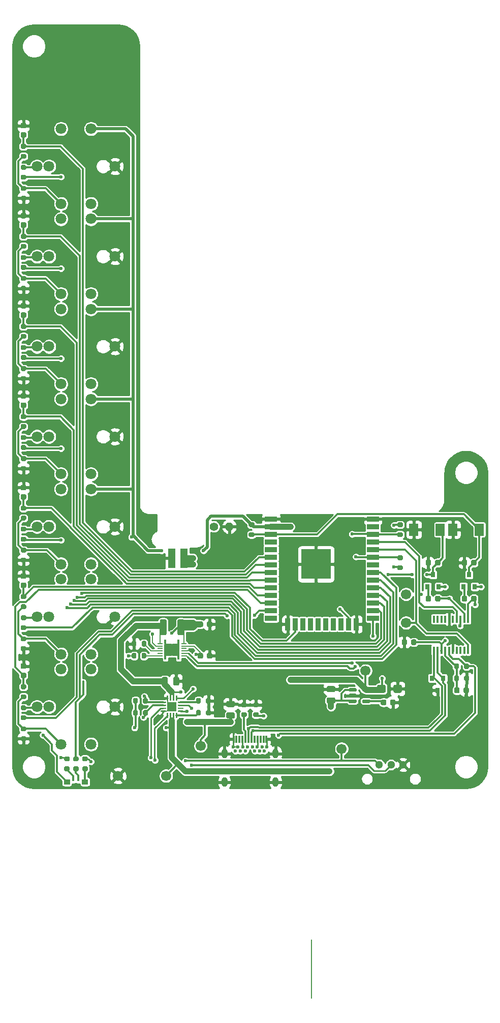
<source format=gbr>
G04 #@! TF.GenerationSoftware,KiCad,Pcbnew,(5.1.9-0-10_14)*
G04 #@! TF.CreationDate,2021-06-09T16:44:05+02:00*
G04 #@! TF.ProjectId,foodSampler_v22,666f6f64-5361-46d7-906c-65725f763232,rev?*
G04 #@! TF.SameCoordinates,Original*
G04 #@! TF.FileFunction,Copper,L1,Top*
G04 #@! TF.FilePolarity,Positive*
%FSLAX46Y46*%
G04 Gerber Fmt 4.6, Leading zero omitted, Abs format (unit mm)*
G04 Created by KiCad (PCBNEW (5.1.9-0-10_14)) date 2021-06-09 16:44:05*
%MOMM*%
%LPD*%
G01*
G04 APERTURE LIST*
G04 #@! TA.AperFunction,SMDPad,CuDef*
%ADD10R,2.600000X1.950000*%
G04 #@! TD*
G04 #@! TA.AperFunction,SMDPad,CuDef*
%ADD11R,0.400000X0.675000*%
G04 #@! TD*
G04 #@! TA.AperFunction,SMDPad,CuDef*
%ADD12R,0.200000X0.200000*%
G04 #@! TD*
G04 #@! TA.AperFunction,SMDPad,CuDef*
%ADD13O,0.850000X0.200000*%
G04 #@! TD*
G04 #@! TA.AperFunction,ComponentPad*
%ADD14C,0.600000*%
G04 #@! TD*
G04 #@! TA.AperFunction,SMDPad,CuDef*
%ADD15R,1.300000X0.975000*%
G04 #@! TD*
G04 #@! TA.AperFunction,SMDPad,CuDef*
%ADD16R,0.400000X0.575000*%
G04 #@! TD*
G04 #@! TA.AperFunction,ComponentPad*
%ADD17C,1.300000*%
G04 #@! TD*
G04 #@! TA.AperFunction,SMDPad,CuDef*
%ADD18R,1.500000X2.000000*%
G04 #@! TD*
G04 #@! TA.AperFunction,SMDPad,CuDef*
%ADD19R,5.000000X5.000000*%
G04 #@! TD*
G04 #@! TA.AperFunction,SMDPad,CuDef*
%ADD20R,2.000000X0.900000*%
G04 #@! TD*
G04 #@! TA.AperFunction,SMDPad,CuDef*
%ADD21R,0.900000X2.000000*%
G04 #@! TD*
G04 #@! TA.AperFunction,SMDPad,CuDef*
%ADD22R,0.800000X0.900000*%
G04 #@! TD*
G04 #@! TA.AperFunction,SMDPad,CuDef*
%ADD23R,0.400000X1.200000*%
G04 #@! TD*
G04 #@! TA.AperFunction,ComponentPad*
%ADD24C,1.700000*%
G04 #@! TD*
G04 #@! TA.AperFunction,ComponentPad*
%ADD25C,1.400000*%
G04 #@! TD*
G04 #@! TA.AperFunction,ComponentPad*
%ADD26O,1.400000X1.400000*%
G04 #@! TD*
G04 #@! TA.AperFunction,SMDPad,CuDef*
%ADD27R,1.600000X1.600000*%
G04 #@! TD*
G04 #@! TA.AperFunction,SMDPad,CuDef*
%ADD28R,1.250000X3.300000*%
G04 #@! TD*
G04 #@! TA.AperFunction,SMDPad,CuDef*
%ADD29R,1.000000X0.900000*%
G04 #@! TD*
G04 #@! TA.AperFunction,SMDPad,CuDef*
%ADD30R,0.400000X0.800000*%
G04 #@! TD*
G04 #@! TA.AperFunction,SMDPad,CuDef*
%ADD31R,0.300000X1.200000*%
G04 #@! TD*
G04 #@! TA.AperFunction,ComponentPad*
%ADD32O,1.000000X1.600000*%
G04 #@! TD*
G04 #@! TA.AperFunction,ComponentPad*
%ADD33C,1.800000*%
G04 #@! TD*
G04 #@! TA.AperFunction,WasherPad*
%ADD34C,1.800000*%
G04 #@! TD*
G04 #@! TA.AperFunction,ViaPad*
%ADD35C,0.600000*%
G04 #@! TD*
G04 #@! TA.AperFunction,Conductor*
%ADD36C,0.200000*%
G04 #@! TD*
G04 #@! TA.AperFunction,Conductor*
%ADD37C,0.250000*%
G04 #@! TD*
G04 #@! TA.AperFunction,Conductor*
%ADD38C,0.500000*%
G04 #@! TD*
G04 #@! TA.AperFunction,Conductor*
%ADD39C,0.300000*%
G04 #@! TD*
G04 #@! TA.AperFunction,Conductor*
%ADD40C,1.000000*%
G04 #@! TD*
G04 #@! TA.AperFunction,Conductor*
%ADD41C,0.254000*%
G04 #@! TD*
G04 #@! TA.AperFunction,Conductor*
%ADD42C,0.100000*%
G04 #@! TD*
G04 APERTURE END LIST*
D10*
X53000000Y-135500000D03*
D11*
X54100000Y-134187500D03*
X51900000Y-134187500D03*
X51900000Y-136812500D03*
X54100000Y-136812500D03*
D12*
X55300000Y-135700000D03*
D13*
X54975000Y-135700000D03*
X54975000Y-136100000D03*
X54975000Y-136500000D03*
X54975000Y-135300000D03*
X54975000Y-134900000D03*
X54975000Y-134500000D03*
X51025000Y-136500000D03*
X51025000Y-136100000D03*
X51025000Y-135700000D03*
X51025000Y-135300000D03*
X51025000Y-134900000D03*
X51025000Y-134500000D03*
D12*
X55300000Y-135300000D03*
X55300000Y-134900000D03*
X55300000Y-134500000D03*
X55300000Y-136100000D03*
X55300000Y-136500000D03*
X50700000Y-136500000D03*
X50700000Y-136100000D03*
X50700000Y-135700000D03*
X50700000Y-135300000D03*
X50700000Y-134900000D03*
X50700000Y-134500000D03*
D14*
X53900000Y-135000000D03*
X52100000Y-135000000D03*
X52100000Y-136000000D03*
X53900000Y-136000000D03*
X53000000Y-136000000D03*
X53000000Y-135000000D03*
D15*
X52350000Y-135987500D03*
X53650000Y-135987500D03*
X53650000Y-135012500D03*
X52350000Y-135012500D03*
D16*
X51900000Y-134135000D03*
X51900000Y-136865000D03*
X54100000Y-136865000D03*
X54100000Y-134135000D03*
D17*
X87500000Y-154650000D03*
X89500000Y-154650000D03*
X91500000Y-154650000D03*
D18*
X97700000Y-115500000D03*
X93300000Y-115500000D03*
X104200000Y-115500000D03*
X99800000Y-115500000D03*
G04 #@! TA.AperFunction,SMDPad,CuDef*
G36*
G01*
X89350000Y-144525000D02*
X89350000Y-144025000D01*
G75*
G02*
X89575000Y-143800000I225000J0D01*
G01*
X90025000Y-143800000D01*
G75*
G02*
X90250000Y-144025000I0J-225000D01*
G01*
X90250000Y-144525000D01*
G75*
G02*
X90025000Y-144750000I-225000J0D01*
G01*
X89575000Y-144750000D01*
G75*
G02*
X89350000Y-144525000I0J225000D01*
G01*
G37*
G04 #@! TD.AperFunction*
G04 #@! TA.AperFunction,SMDPad,CuDef*
G36*
G01*
X87800000Y-144525000D02*
X87800000Y-144025000D01*
G75*
G02*
X88025000Y-143800000I225000J0D01*
G01*
X88475000Y-143800000D01*
G75*
G02*
X88700000Y-144025000I0J-225000D01*
G01*
X88700000Y-144525000D01*
G75*
G02*
X88475000Y-144750000I-225000J0D01*
G01*
X88025000Y-144750000D01*
G75*
G02*
X87800000Y-144525000I0J225000D01*
G01*
G37*
G04 #@! TD.AperFunction*
D19*
X77000000Y-121245000D03*
D20*
X69500000Y-113745000D03*
X69500000Y-115015000D03*
X69500000Y-116285000D03*
X69500000Y-117555000D03*
X69500000Y-118825000D03*
X69500000Y-120095000D03*
X69500000Y-121365000D03*
X69500000Y-122635000D03*
X69500000Y-123905000D03*
X69500000Y-125175000D03*
X69500000Y-126445000D03*
X69500000Y-127715000D03*
X69500000Y-128985000D03*
X69500000Y-130255000D03*
D21*
X72285000Y-131255000D03*
X73555000Y-131255000D03*
X74825000Y-131255000D03*
X76095000Y-131255000D03*
X77365000Y-131255000D03*
X78635000Y-131255000D03*
X79905000Y-131255000D03*
X81175000Y-131255000D03*
X82445000Y-131255000D03*
X83715000Y-131255000D03*
D20*
X86500000Y-130255000D03*
X86500000Y-128985000D03*
X86500000Y-127715000D03*
X86500000Y-126445000D03*
X86500000Y-125175000D03*
X86500000Y-123905000D03*
X86500000Y-122635000D03*
X86500000Y-121365000D03*
X86500000Y-120095000D03*
X86500000Y-118825000D03*
X86500000Y-117555000D03*
X86500000Y-116285000D03*
X86500000Y-115015000D03*
X86500000Y-113745000D03*
G04 #@! TA.AperFunction,SMDPad,CuDef*
G36*
G01*
X96150000Y-120743750D02*
X96150000Y-121256250D01*
G75*
G02*
X95931250Y-121475000I-218750J0D01*
G01*
X95493750Y-121475000D01*
G75*
G02*
X95275000Y-121256250I0J218750D01*
G01*
X95275000Y-120743750D01*
G75*
G02*
X95493750Y-120525000I218750J0D01*
G01*
X95931250Y-120525000D01*
G75*
G02*
X96150000Y-120743750I0J-218750D01*
G01*
G37*
G04 #@! TD.AperFunction*
G04 #@! TA.AperFunction,SMDPad,CuDef*
G36*
G01*
X97725000Y-120743750D02*
X97725000Y-121256250D01*
G75*
G02*
X97506250Y-121475000I-218750J0D01*
G01*
X97068750Y-121475000D01*
G75*
G02*
X96850000Y-121256250I0J218750D01*
G01*
X96850000Y-120743750D01*
G75*
G02*
X97068750Y-120525000I218750J0D01*
G01*
X97506250Y-120525000D01*
G75*
G02*
X97725000Y-120743750I0J-218750D01*
G01*
G37*
G04 #@! TD.AperFunction*
G04 #@! TA.AperFunction,SMDPad,CuDef*
G36*
G01*
X103725000Y-120743750D02*
X103725000Y-121256250D01*
G75*
G02*
X103506250Y-121475000I-218750J0D01*
G01*
X103068750Y-121475000D01*
G75*
G02*
X102850000Y-121256250I0J218750D01*
G01*
X102850000Y-120743750D01*
G75*
G02*
X103068750Y-120525000I218750J0D01*
G01*
X103506250Y-120525000D01*
G75*
G02*
X103725000Y-120743750I0J-218750D01*
G01*
G37*
G04 #@! TD.AperFunction*
G04 #@! TA.AperFunction,SMDPad,CuDef*
G36*
G01*
X102150000Y-120743750D02*
X102150000Y-121256250D01*
G75*
G02*
X101931250Y-121475000I-218750J0D01*
G01*
X101493750Y-121475000D01*
G75*
G02*
X101275000Y-121256250I0J218750D01*
G01*
X101275000Y-120743750D01*
G75*
G02*
X101493750Y-120525000I218750J0D01*
G01*
X101931250Y-120525000D01*
G75*
G02*
X102150000Y-120743750I0J-218750D01*
G01*
G37*
G04 #@! TD.AperFunction*
G04 #@! TA.AperFunction,SMDPad,CuDef*
G36*
G01*
X93725000Y-133993750D02*
X93725000Y-134506250D01*
G75*
G02*
X93506250Y-134725000I-218750J0D01*
G01*
X93068750Y-134725000D01*
G75*
G02*
X92850000Y-134506250I0J218750D01*
G01*
X92850000Y-133993750D01*
G75*
G02*
X93068750Y-133775000I218750J0D01*
G01*
X93506250Y-133775000D01*
G75*
G02*
X93725000Y-133993750I0J-218750D01*
G01*
G37*
G04 #@! TD.AperFunction*
G04 #@! TA.AperFunction,SMDPad,CuDef*
G36*
G01*
X92150000Y-133993750D02*
X92150000Y-134506250D01*
G75*
G02*
X91931250Y-134725000I-218750J0D01*
G01*
X91493750Y-134725000D01*
G75*
G02*
X91275000Y-134506250I0J218750D01*
G01*
X91275000Y-133993750D01*
G75*
G02*
X91493750Y-133775000I218750J0D01*
G01*
X91931250Y-133775000D01*
G75*
G02*
X92150000Y-133993750I0J-218750D01*
G01*
G37*
G04 #@! TD.AperFunction*
D22*
X95550000Y-125000000D03*
X97450000Y-125000000D03*
X96500000Y-123000000D03*
X102500000Y-123000000D03*
X103450000Y-125000000D03*
X101550000Y-125000000D03*
G04 #@! TA.AperFunction,SMDPad,CuDef*
G36*
G01*
X97725000Y-126743750D02*
X97725000Y-127256250D01*
G75*
G02*
X97506250Y-127475000I-218750J0D01*
G01*
X97068750Y-127475000D01*
G75*
G02*
X96850000Y-127256250I0J218750D01*
G01*
X96850000Y-126743750D01*
G75*
G02*
X97068750Y-126525000I218750J0D01*
G01*
X97506250Y-126525000D01*
G75*
G02*
X97725000Y-126743750I0J-218750D01*
G01*
G37*
G04 #@! TD.AperFunction*
G04 #@! TA.AperFunction,SMDPad,CuDef*
G36*
G01*
X96150000Y-126743750D02*
X96150000Y-127256250D01*
G75*
G02*
X95931250Y-127475000I-218750J0D01*
G01*
X95493750Y-127475000D01*
G75*
G02*
X95275000Y-127256250I0J218750D01*
G01*
X95275000Y-126743750D01*
G75*
G02*
X95493750Y-126525000I218750J0D01*
G01*
X95931250Y-126525000D01*
G75*
G02*
X96150000Y-126743750I0J-218750D01*
G01*
G37*
G04 #@! TD.AperFunction*
G04 #@! TA.AperFunction,SMDPad,CuDef*
G36*
G01*
X102150000Y-126743750D02*
X102150000Y-127256250D01*
G75*
G02*
X101931250Y-127475000I-218750J0D01*
G01*
X101493750Y-127475000D01*
G75*
G02*
X101275000Y-127256250I0J218750D01*
G01*
X101275000Y-126743750D01*
G75*
G02*
X101493750Y-126525000I218750J0D01*
G01*
X101931250Y-126525000D01*
G75*
G02*
X102150000Y-126743750I0J-218750D01*
G01*
G37*
G04 #@! TD.AperFunction*
G04 #@! TA.AperFunction,SMDPad,CuDef*
G36*
G01*
X103725000Y-126743750D02*
X103725000Y-127256250D01*
G75*
G02*
X103506250Y-127475000I-218750J0D01*
G01*
X103068750Y-127475000D01*
G75*
G02*
X102850000Y-127256250I0J218750D01*
G01*
X102850000Y-126743750D01*
G75*
G02*
X103068750Y-126525000I218750J0D01*
G01*
X103506250Y-126525000D01*
G75*
G02*
X103725000Y-126743750I0J-218750D01*
G01*
G37*
G04 #@! TD.AperFunction*
D23*
X102357500Y-130400000D03*
X101722500Y-130400000D03*
X101087500Y-130400000D03*
X100452500Y-130400000D03*
X99817500Y-130400000D03*
X99182500Y-130400000D03*
X98547500Y-130400000D03*
X97912500Y-130400000D03*
X97277500Y-130400000D03*
X96642500Y-130400000D03*
X96642500Y-135600000D03*
X97277500Y-135600000D03*
X97912500Y-135600000D03*
X98547500Y-135600000D03*
X99182500Y-135600000D03*
X99817500Y-135600000D03*
X100452500Y-135600000D03*
X101087500Y-135600000D03*
X101722500Y-135600000D03*
X102357500Y-135600000D03*
D22*
X98200000Y-140250000D03*
X96300000Y-140250000D03*
X97250000Y-142250000D03*
D24*
X44000000Y-156500000D03*
G04 #@! TA.AperFunction,SMDPad,CuDef*
G36*
G01*
X63225000Y-146950000D02*
X62275000Y-146950000D01*
G75*
G02*
X62025000Y-146700000I0J250000D01*
G01*
X62025000Y-146200000D01*
G75*
G02*
X62275000Y-145950000I250000J0D01*
G01*
X63225000Y-145950000D01*
G75*
G02*
X63475000Y-146200000I0J-250000D01*
G01*
X63475000Y-146700000D01*
G75*
G02*
X63225000Y-146950000I-250000J0D01*
G01*
G37*
G04 #@! TD.AperFunction*
G04 #@! TA.AperFunction,SMDPad,CuDef*
G36*
G01*
X63225000Y-145050000D02*
X62275000Y-145050000D01*
G75*
G02*
X62025000Y-144800000I0J250000D01*
G01*
X62025000Y-144300000D01*
G75*
G02*
X62275000Y-144050000I250000J0D01*
G01*
X63225000Y-144050000D01*
G75*
G02*
X63475000Y-144300000I0J-250000D01*
G01*
X63475000Y-144800000D01*
G75*
G02*
X63225000Y-145050000I-250000J0D01*
G01*
G37*
G04 #@! TD.AperFunction*
G04 #@! TA.AperFunction,SMDPad,CuDef*
G36*
G01*
X53200000Y-141225000D02*
X53200000Y-140275000D01*
G75*
G02*
X53450000Y-140025000I250000J0D01*
G01*
X53950000Y-140025000D01*
G75*
G02*
X54200000Y-140275000I0J-250000D01*
G01*
X54200000Y-141225000D01*
G75*
G02*
X53950000Y-141475000I-250000J0D01*
G01*
X53450000Y-141475000D01*
G75*
G02*
X53200000Y-141225000I0J250000D01*
G01*
G37*
G04 #@! TD.AperFunction*
G04 #@! TA.AperFunction,SMDPad,CuDef*
G36*
G01*
X51300000Y-141225000D02*
X51300000Y-140275000D01*
G75*
G02*
X51550000Y-140025000I250000J0D01*
G01*
X52050000Y-140025000D01*
G75*
G02*
X52300000Y-140275000I0J-250000D01*
G01*
X52300000Y-141225000D01*
G75*
G02*
X52050000Y-141475000I-250000J0D01*
G01*
X51550000Y-141475000D01*
G75*
G02*
X51300000Y-141225000I0J250000D01*
G01*
G37*
G04 #@! TD.AperFunction*
G04 #@! TA.AperFunction,SMDPad,CuDef*
G36*
G01*
X79975000Y-142550000D02*
X79025000Y-142550000D01*
G75*
G02*
X78775000Y-142300000I0J250000D01*
G01*
X78775000Y-141800000D01*
G75*
G02*
X79025000Y-141550000I250000J0D01*
G01*
X79975000Y-141550000D01*
G75*
G02*
X80225000Y-141800000I0J-250000D01*
G01*
X80225000Y-142300000D01*
G75*
G02*
X79975000Y-142550000I-250000J0D01*
G01*
G37*
G04 #@! TD.AperFunction*
G04 #@! TA.AperFunction,SMDPad,CuDef*
G36*
G01*
X79975000Y-144450000D02*
X79025000Y-144450000D01*
G75*
G02*
X78775000Y-144200000I0J250000D01*
G01*
X78775000Y-143700000D01*
G75*
G02*
X79025000Y-143450000I250000J0D01*
G01*
X79975000Y-143450000D01*
G75*
G02*
X80225000Y-143700000I0J-250000D01*
G01*
X80225000Y-144200000D01*
G75*
G02*
X79975000Y-144450000I-250000J0D01*
G01*
G37*
G04 #@! TD.AperFunction*
G04 #@! TA.AperFunction,SMDPad,CuDef*
G36*
G01*
X57025000Y-146275000D02*
X57025000Y-145725000D01*
G75*
G02*
X57225000Y-145525000I200000J0D01*
G01*
X57625000Y-145525000D01*
G75*
G02*
X57825000Y-145725000I0J-200000D01*
G01*
X57825000Y-146275000D01*
G75*
G02*
X57625000Y-146475000I-200000J0D01*
G01*
X57225000Y-146475000D01*
G75*
G02*
X57025000Y-146275000I0J200000D01*
G01*
G37*
G04 #@! TD.AperFunction*
G04 #@! TA.AperFunction,SMDPad,CuDef*
G36*
G01*
X58675000Y-146275000D02*
X58675000Y-145725000D01*
G75*
G02*
X58875000Y-145525000I200000J0D01*
G01*
X59275000Y-145525000D01*
G75*
G02*
X59475000Y-145725000I0J-200000D01*
G01*
X59475000Y-146275000D01*
G75*
G02*
X59275000Y-146475000I-200000J0D01*
G01*
X58875000Y-146475000D01*
G75*
G02*
X58675000Y-146275000I0J200000D01*
G01*
G37*
G04 #@! TD.AperFunction*
G04 #@! TA.AperFunction,SMDPad,CuDef*
G36*
G01*
X58675000Y-144275000D02*
X58675000Y-143725000D01*
G75*
G02*
X58875000Y-143525000I200000J0D01*
G01*
X59275000Y-143525000D01*
G75*
G02*
X59475000Y-143725000I0J-200000D01*
G01*
X59475000Y-144275000D01*
G75*
G02*
X59275000Y-144475000I-200000J0D01*
G01*
X58875000Y-144475000D01*
G75*
G02*
X58675000Y-144275000I0J200000D01*
G01*
G37*
G04 #@! TD.AperFunction*
G04 #@! TA.AperFunction,SMDPad,CuDef*
G36*
G01*
X57025000Y-144275000D02*
X57025000Y-143725000D01*
G75*
G02*
X57225000Y-143525000I200000J0D01*
G01*
X57625000Y-143525000D01*
G75*
G02*
X57825000Y-143725000I0J-200000D01*
G01*
X57825000Y-144275000D01*
G75*
G02*
X57625000Y-144475000I-200000J0D01*
G01*
X57225000Y-144475000D01*
G75*
G02*
X57025000Y-144275000I0J200000D01*
G01*
G37*
G04 #@! TD.AperFunction*
G04 #@! TA.AperFunction,SMDPad,CuDef*
G36*
G01*
X46525000Y-146275000D02*
X46525000Y-145725000D01*
G75*
G02*
X46725000Y-145525000I200000J0D01*
G01*
X47125000Y-145525000D01*
G75*
G02*
X47325000Y-145725000I0J-200000D01*
G01*
X47325000Y-146275000D01*
G75*
G02*
X47125000Y-146475000I-200000J0D01*
G01*
X46725000Y-146475000D01*
G75*
G02*
X46525000Y-146275000I0J200000D01*
G01*
G37*
G04 #@! TD.AperFunction*
G04 #@! TA.AperFunction,SMDPad,CuDef*
G36*
G01*
X48175000Y-146275000D02*
X48175000Y-145725000D01*
G75*
G02*
X48375000Y-145525000I200000J0D01*
G01*
X48775000Y-145525000D01*
G75*
G02*
X48975000Y-145725000I0J-200000D01*
G01*
X48975000Y-146275000D01*
G75*
G02*
X48775000Y-146475000I-200000J0D01*
G01*
X48375000Y-146475000D01*
G75*
G02*
X48175000Y-146275000I0J200000D01*
G01*
G37*
G04 #@! TD.AperFunction*
G04 #@! TA.AperFunction,SMDPad,CuDef*
G36*
G01*
X48175000Y-144275000D02*
X48175000Y-143725000D01*
G75*
G02*
X48375000Y-143525000I200000J0D01*
G01*
X48775000Y-143525000D01*
G75*
G02*
X48975000Y-143725000I0J-200000D01*
G01*
X48975000Y-144275000D01*
G75*
G02*
X48775000Y-144475000I-200000J0D01*
G01*
X48375000Y-144475000D01*
G75*
G02*
X48175000Y-144275000I0J200000D01*
G01*
G37*
G04 #@! TD.AperFunction*
G04 #@! TA.AperFunction,SMDPad,CuDef*
G36*
G01*
X46525000Y-144275000D02*
X46525000Y-143725000D01*
G75*
G02*
X46725000Y-143525000I200000J0D01*
G01*
X47125000Y-143525000D01*
G75*
G02*
X47325000Y-143725000I0J-200000D01*
G01*
X47325000Y-144275000D01*
G75*
G02*
X47125000Y-144475000I-200000J0D01*
G01*
X46725000Y-144475000D01*
G75*
G02*
X46525000Y-144275000I0J200000D01*
G01*
G37*
G04 #@! TD.AperFunction*
D25*
X60000000Y-115000000D03*
D26*
X62540000Y-115000000D03*
G04 #@! TA.AperFunction,SMDPad,CuDef*
G36*
G01*
X53687500Y-143125000D02*
X53812500Y-143125000D01*
G75*
G02*
X53875000Y-143187500I0J-62500D01*
G01*
X53875000Y-143937500D01*
G75*
G02*
X53812500Y-144000000I-62500J0D01*
G01*
X53687500Y-144000000D01*
G75*
G02*
X53625000Y-143937500I0J62500D01*
G01*
X53625000Y-143187500D01*
G75*
G02*
X53687500Y-143125000I62500J0D01*
G01*
G37*
G04 #@! TD.AperFunction*
G04 #@! TA.AperFunction,SMDPad,CuDef*
G36*
G01*
X53187500Y-143125000D02*
X53312500Y-143125000D01*
G75*
G02*
X53375000Y-143187500I0J-62500D01*
G01*
X53375000Y-143937500D01*
G75*
G02*
X53312500Y-144000000I-62500J0D01*
G01*
X53187500Y-144000000D01*
G75*
G02*
X53125000Y-143937500I0J62500D01*
G01*
X53125000Y-143187500D01*
G75*
G02*
X53187500Y-143125000I62500J0D01*
G01*
G37*
G04 #@! TD.AperFunction*
G04 #@! TA.AperFunction,SMDPad,CuDef*
G36*
G01*
X52687500Y-143125000D02*
X52812500Y-143125000D01*
G75*
G02*
X52875000Y-143187500I0J-62500D01*
G01*
X52875000Y-143937500D01*
G75*
G02*
X52812500Y-144000000I-62500J0D01*
G01*
X52687500Y-144000000D01*
G75*
G02*
X52625000Y-143937500I0J62500D01*
G01*
X52625000Y-143187500D01*
G75*
G02*
X52687500Y-143125000I62500J0D01*
G01*
G37*
G04 #@! TD.AperFunction*
G04 #@! TA.AperFunction,SMDPad,CuDef*
G36*
G01*
X52187500Y-143125000D02*
X52312500Y-143125000D01*
G75*
G02*
X52375000Y-143187500I0J-62500D01*
G01*
X52375000Y-143937500D01*
G75*
G02*
X52312500Y-144000000I-62500J0D01*
G01*
X52187500Y-144000000D01*
G75*
G02*
X52125000Y-143937500I0J62500D01*
G01*
X52125000Y-143187500D01*
G75*
G02*
X52187500Y-143125000I62500J0D01*
G01*
G37*
G04 #@! TD.AperFunction*
G04 #@! TA.AperFunction,SMDPad,CuDef*
G36*
G01*
X51187500Y-144125000D02*
X51937500Y-144125000D01*
G75*
G02*
X52000000Y-144187500I0J-62500D01*
G01*
X52000000Y-144312500D01*
G75*
G02*
X51937500Y-144375000I-62500J0D01*
G01*
X51187500Y-144375000D01*
G75*
G02*
X51125000Y-144312500I0J62500D01*
G01*
X51125000Y-144187500D01*
G75*
G02*
X51187500Y-144125000I62500J0D01*
G01*
G37*
G04 #@! TD.AperFunction*
G04 #@! TA.AperFunction,SMDPad,CuDef*
G36*
G01*
X51187500Y-144625000D02*
X51937500Y-144625000D01*
G75*
G02*
X52000000Y-144687500I0J-62500D01*
G01*
X52000000Y-144812500D01*
G75*
G02*
X51937500Y-144875000I-62500J0D01*
G01*
X51187500Y-144875000D01*
G75*
G02*
X51125000Y-144812500I0J62500D01*
G01*
X51125000Y-144687500D01*
G75*
G02*
X51187500Y-144625000I62500J0D01*
G01*
G37*
G04 #@! TD.AperFunction*
G04 #@! TA.AperFunction,SMDPad,CuDef*
G36*
G01*
X51187500Y-145125000D02*
X51937500Y-145125000D01*
G75*
G02*
X52000000Y-145187500I0J-62500D01*
G01*
X52000000Y-145312500D01*
G75*
G02*
X51937500Y-145375000I-62500J0D01*
G01*
X51187500Y-145375000D01*
G75*
G02*
X51125000Y-145312500I0J62500D01*
G01*
X51125000Y-145187500D01*
G75*
G02*
X51187500Y-145125000I62500J0D01*
G01*
G37*
G04 #@! TD.AperFunction*
G04 #@! TA.AperFunction,SMDPad,CuDef*
G36*
G01*
X51187500Y-145625000D02*
X51937500Y-145625000D01*
G75*
G02*
X52000000Y-145687500I0J-62500D01*
G01*
X52000000Y-145812500D01*
G75*
G02*
X51937500Y-145875000I-62500J0D01*
G01*
X51187500Y-145875000D01*
G75*
G02*
X51125000Y-145812500I0J62500D01*
G01*
X51125000Y-145687500D01*
G75*
G02*
X51187500Y-145625000I62500J0D01*
G01*
G37*
G04 #@! TD.AperFunction*
G04 #@! TA.AperFunction,SMDPad,CuDef*
G36*
G01*
X52187500Y-146000000D02*
X52312500Y-146000000D01*
G75*
G02*
X52375000Y-146062500I0J-62500D01*
G01*
X52375000Y-146812500D01*
G75*
G02*
X52312500Y-146875000I-62500J0D01*
G01*
X52187500Y-146875000D01*
G75*
G02*
X52125000Y-146812500I0J62500D01*
G01*
X52125000Y-146062500D01*
G75*
G02*
X52187500Y-146000000I62500J0D01*
G01*
G37*
G04 #@! TD.AperFunction*
G04 #@! TA.AperFunction,SMDPad,CuDef*
G36*
G01*
X52687500Y-146000000D02*
X52812500Y-146000000D01*
G75*
G02*
X52875000Y-146062500I0J-62500D01*
G01*
X52875000Y-146812500D01*
G75*
G02*
X52812500Y-146875000I-62500J0D01*
G01*
X52687500Y-146875000D01*
G75*
G02*
X52625000Y-146812500I0J62500D01*
G01*
X52625000Y-146062500D01*
G75*
G02*
X52687500Y-146000000I62500J0D01*
G01*
G37*
G04 #@! TD.AperFunction*
G04 #@! TA.AperFunction,SMDPad,CuDef*
G36*
G01*
X53187500Y-146000000D02*
X53312500Y-146000000D01*
G75*
G02*
X53375000Y-146062500I0J-62500D01*
G01*
X53375000Y-146812500D01*
G75*
G02*
X53312500Y-146875000I-62500J0D01*
G01*
X53187500Y-146875000D01*
G75*
G02*
X53125000Y-146812500I0J62500D01*
G01*
X53125000Y-146062500D01*
G75*
G02*
X53187500Y-146000000I62500J0D01*
G01*
G37*
G04 #@! TD.AperFunction*
G04 #@! TA.AperFunction,SMDPad,CuDef*
G36*
G01*
X53687500Y-146000000D02*
X53812500Y-146000000D01*
G75*
G02*
X53875000Y-146062500I0J-62500D01*
G01*
X53875000Y-146812500D01*
G75*
G02*
X53812500Y-146875000I-62500J0D01*
G01*
X53687500Y-146875000D01*
G75*
G02*
X53625000Y-146812500I0J62500D01*
G01*
X53625000Y-146062500D01*
G75*
G02*
X53687500Y-146000000I62500J0D01*
G01*
G37*
G04 #@! TD.AperFunction*
G04 #@! TA.AperFunction,SMDPad,CuDef*
G36*
G01*
X54062500Y-145625000D02*
X54812500Y-145625000D01*
G75*
G02*
X54875000Y-145687500I0J-62500D01*
G01*
X54875000Y-145812500D01*
G75*
G02*
X54812500Y-145875000I-62500J0D01*
G01*
X54062500Y-145875000D01*
G75*
G02*
X54000000Y-145812500I0J62500D01*
G01*
X54000000Y-145687500D01*
G75*
G02*
X54062500Y-145625000I62500J0D01*
G01*
G37*
G04 #@! TD.AperFunction*
G04 #@! TA.AperFunction,SMDPad,CuDef*
G36*
G01*
X54062500Y-145125000D02*
X54812500Y-145125000D01*
G75*
G02*
X54875000Y-145187500I0J-62500D01*
G01*
X54875000Y-145312500D01*
G75*
G02*
X54812500Y-145375000I-62500J0D01*
G01*
X54062500Y-145375000D01*
G75*
G02*
X54000000Y-145312500I0J62500D01*
G01*
X54000000Y-145187500D01*
G75*
G02*
X54062500Y-145125000I62500J0D01*
G01*
G37*
G04 #@! TD.AperFunction*
G04 #@! TA.AperFunction,SMDPad,CuDef*
G36*
G01*
X54062500Y-144625000D02*
X54812500Y-144625000D01*
G75*
G02*
X54875000Y-144687500I0J-62500D01*
G01*
X54875000Y-144812500D01*
G75*
G02*
X54812500Y-144875000I-62500J0D01*
G01*
X54062500Y-144875000D01*
G75*
G02*
X54000000Y-144812500I0J62500D01*
G01*
X54000000Y-144687500D01*
G75*
G02*
X54062500Y-144625000I62500J0D01*
G01*
G37*
G04 #@! TD.AperFunction*
G04 #@! TA.AperFunction,SMDPad,CuDef*
G36*
G01*
X54062500Y-144125000D02*
X54812500Y-144125000D01*
G75*
G02*
X54875000Y-144187500I0J-62500D01*
G01*
X54875000Y-144312500D01*
G75*
G02*
X54812500Y-144375000I-62500J0D01*
G01*
X54062500Y-144375000D01*
G75*
G02*
X54000000Y-144312500I0J62500D01*
G01*
X54000000Y-144187500D01*
G75*
G02*
X54062500Y-144125000I62500J0D01*
G01*
G37*
G04 #@! TD.AperFunction*
D27*
X53000000Y-145000000D03*
G04 #@! TA.AperFunction,SMDPad,CuDef*
G36*
G01*
X82425001Y-142335001D02*
X82425001Y-142035001D01*
G75*
G02*
X82575001Y-141885001I150000J0D01*
G01*
X83600001Y-141885001D01*
G75*
G02*
X83750001Y-142035001I0J-150000D01*
G01*
X83750001Y-142335001D01*
G75*
G02*
X83600001Y-142485001I-150000J0D01*
G01*
X82575001Y-142485001D01*
G75*
G02*
X82425001Y-142335001I0J150000D01*
G01*
G37*
G04 #@! TD.AperFunction*
G04 #@! TA.AperFunction,SMDPad,CuDef*
G36*
G01*
X82425001Y-143285001D02*
X82425001Y-142985001D01*
G75*
G02*
X82575001Y-142835001I150000J0D01*
G01*
X83600001Y-142835001D01*
G75*
G02*
X83750001Y-142985001I0J-150000D01*
G01*
X83750001Y-143285001D01*
G75*
G02*
X83600001Y-143435001I-150000J0D01*
G01*
X82575001Y-143435001D01*
G75*
G02*
X82425001Y-143285001I0J150000D01*
G01*
G37*
G04 #@! TD.AperFunction*
G04 #@! TA.AperFunction,SMDPad,CuDef*
G36*
G01*
X82425001Y-144235001D02*
X82425001Y-143935001D01*
G75*
G02*
X82575001Y-143785001I150000J0D01*
G01*
X83600001Y-143785001D01*
G75*
G02*
X83750001Y-143935001I0J-150000D01*
G01*
X83750001Y-144235001D01*
G75*
G02*
X83600001Y-144385001I-150000J0D01*
G01*
X82575001Y-144385001D01*
G75*
G02*
X82425001Y-144235001I0J150000D01*
G01*
G37*
G04 #@! TD.AperFunction*
G04 #@! TA.AperFunction,SMDPad,CuDef*
G36*
G01*
X84700001Y-144235001D02*
X84700001Y-143935001D01*
G75*
G02*
X84850001Y-143785001I150000J0D01*
G01*
X85875001Y-143785001D01*
G75*
G02*
X86025001Y-143935001I0J-150000D01*
G01*
X86025001Y-144235001D01*
G75*
G02*
X85875001Y-144385001I-150000J0D01*
G01*
X84850001Y-144385001D01*
G75*
G02*
X84700001Y-144235001I0J150000D01*
G01*
G37*
G04 #@! TD.AperFunction*
G04 #@! TA.AperFunction,SMDPad,CuDef*
G36*
G01*
X84700001Y-142335001D02*
X84700001Y-142035001D01*
G75*
G02*
X84850001Y-141885001I150000J0D01*
G01*
X85875001Y-141885001D01*
G75*
G02*
X86025001Y-142035001I0J-150000D01*
G01*
X86025001Y-142335001D01*
G75*
G02*
X85875001Y-142485001I-150000J0D01*
G01*
X84850001Y-142485001D01*
G75*
G02*
X84700001Y-142335001I0J150000D01*
G01*
G37*
G04 #@! TD.AperFunction*
G04 #@! TA.AperFunction,SMDPad,CuDef*
G36*
G01*
X87200000Y-142425001D02*
X87200000Y-141574999D01*
G75*
G02*
X87449999Y-141325000I249999J0D01*
G01*
X88350001Y-141325000D01*
G75*
G02*
X88600000Y-141574999I0J-249999D01*
G01*
X88600000Y-142425001D01*
G75*
G02*
X88350001Y-142675000I-249999J0D01*
G01*
X87449999Y-142675000D01*
G75*
G02*
X87200000Y-142425001I0J249999D01*
G01*
G37*
G04 #@! TD.AperFunction*
G04 #@! TA.AperFunction,SMDPad,CuDef*
G36*
G01*
X89900000Y-142425001D02*
X89900000Y-141574999D01*
G75*
G02*
X90149999Y-141325000I249999J0D01*
G01*
X91050001Y-141325000D01*
G75*
G02*
X91300000Y-141574999I0J-249999D01*
G01*
X91300000Y-142425001D01*
G75*
G02*
X91050001Y-142675000I-249999J0D01*
G01*
X90149999Y-142675000D01*
G75*
G02*
X89900000Y-142425001I0J249999D01*
G01*
G37*
G04 #@! TD.AperFunction*
D24*
X57750000Y-151500000D03*
X52000000Y-156500000D03*
X81250000Y-152000000D03*
X85250000Y-139000000D03*
D28*
X55000000Y-120250000D03*
X53000000Y-120250000D03*
D29*
X38500000Y-157500000D03*
X35500000Y-157500000D03*
D30*
X36550000Y-157050000D03*
X37400000Y-157050000D03*
G04 #@! TA.AperFunction,SMDPad,CuDef*
G36*
G01*
X38775000Y-154075000D02*
X38225000Y-154075000D01*
G75*
G02*
X38025000Y-153875000I0J200000D01*
G01*
X38025000Y-153475000D01*
G75*
G02*
X38225000Y-153275000I200000J0D01*
G01*
X38775000Y-153275000D01*
G75*
G02*
X38975000Y-153475000I0J-200000D01*
G01*
X38975000Y-153875000D01*
G75*
G02*
X38775000Y-154075000I-200000J0D01*
G01*
G37*
G04 #@! TD.AperFunction*
G04 #@! TA.AperFunction,SMDPad,CuDef*
G36*
G01*
X38775000Y-155725000D02*
X38225000Y-155725000D01*
G75*
G02*
X38025000Y-155525000I0J200000D01*
G01*
X38025000Y-155125000D01*
G75*
G02*
X38225000Y-154925000I200000J0D01*
G01*
X38775000Y-154925000D01*
G75*
G02*
X38975000Y-155125000I0J-200000D01*
G01*
X38975000Y-155525000D01*
G75*
G02*
X38775000Y-155725000I-200000J0D01*
G01*
G37*
G04 #@! TD.AperFunction*
G04 #@! TA.AperFunction,SMDPad,CuDef*
G36*
G01*
X35775000Y-155725000D02*
X35225000Y-155725000D01*
G75*
G02*
X35025000Y-155525000I0J200000D01*
G01*
X35025000Y-155125000D01*
G75*
G02*
X35225000Y-154925000I200000J0D01*
G01*
X35775000Y-154925000D01*
G75*
G02*
X35975000Y-155125000I0J-200000D01*
G01*
X35975000Y-155525000D01*
G75*
G02*
X35775000Y-155725000I-200000J0D01*
G01*
G37*
G04 #@! TD.AperFunction*
G04 #@! TA.AperFunction,SMDPad,CuDef*
G36*
G01*
X35775000Y-154075000D02*
X35225000Y-154075000D01*
G75*
G02*
X35025000Y-153875000I0J200000D01*
G01*
X35025000Y-153475000D01*
G75*
G02*
X35225000Y-153275000I200000J0D01*
G01*
X35775000Y-153275000D01*
G75*
G02*
X35975000Y-153475000I0J-200000D01*
G01*
X35975000Y-153875000D01*
G75*
G02*
X35775000Y-154075000I-200000J0D01*
G01*
G37*
G04 #@! TD.AperFunction*
G04 #@! TA.AperFunction,SMDPad,CuDef*
G36*
G01*
X37275000Y-155725000D02*
X36725000Y-155725000D01*
G75*
G02*
X36525000Y-155525000I0J200000D01*
G01*
X36525000Y-155125000D01*
G75*
G02*
X36725000Y-154925000I200000J0D01*
G01*
X37275000Y-154925000D01*
G75*
G02*
X37475000Y-155125000I0J-200000D01*
G01*
X37475000Y-155525000D01*
G75*
G02*
X37275000Y-155725000I-200000J0D01*
G01*
G37*
G04 #@! TD.AperFunction*
G04 #@! TA.AperFunction,SMDPad,CuDef*
G36*
G01*
X37275000Y-154075000D02*
X36725000Y-154075000D01*
G75*
G02*
X36525000Y-153875000I0J200000D01*
G01*
X36525000Y-153475000D01*
G75*
G02*
X36725000Y-153275000I200000J0D01*
G01*
X37275000Y-153275000D01*
G75*
G02*
X37475000Y-153475000I0J-200000D01*
G01*
X37475000Y-153875000D01*
G75*
G02*
X37275000Y-154075000I-200000J0D01*
G01*
G37*
G04 #@! TD.AperFunction*
G04 #@! TA.AperFunction,SMDPad,CuDef*
G36*
G01*
X67275000Y-146725000D02*
X66725000Y-146725000D01*
G75*
G02*
X66525000Y-146525000I0J200000D01*
G01*
X66525000Y-146125000D01*
G75*
G02*
X66725000Y-145925000I200000J0D01*
G01*
X67275000Y-145925000D01*
G75*
G02*
X67475000Y-146125000I0J-200000D01*
G01*
X67475000Y-146525000D01*
G75*
G02*
X67275000Y-146725000I-200000J0D01*
G01*
G37*
G04 #@! TD.AperFunction*
G04 #@! TA.AperFunction,SMDPad,CuDef*
G36*
G01*
X67275000Y-145075000D02*
X66725000Y-145075000D01*
G75*
G02*
X66525000Y-144875000I0J200000D01*
G01*
X66525000Y-144475000D01*
G75*
G02*
X66725000Y-144275000I200000J0D01*
G01*
X67275000Y-144275000D01*
G75*
G02*
X67475000Y-144475000I0J-200000D01*
G01*
X67475000Y-144875000D01*
G75*
G02*
X67275000Y-145075000I-200000J0D01*
G01*
G37*
G04 #@! TD.AperFunction*
G04 #@! TA.AperFunction,SMDPad,CuDef*
G36*
G01*
X64725000Y-145925000D02*
X65275000Y-145925000D01*
G75*
G02*
X65475000Y-146125000I0J-200000D01*
G01*
X65475000Y-146525000D01*
G75*
G02*
X65275000Y-146725000I-200000J0D01*
G01*
X64725000Y-146725000D01*
G75*
G02*
X64525000Y-146525000I0J200000D01*
G01*
X64525000Y-146125000D01*
G75*
G02*
X64725000Y-145925000I200000J0D01*
G01*
G37*
G04 #@! TD.AperFunction*
G04 #@! TA.AperFunction,SMDPad,CuDef*
G36*
G01*
X64725000Y-144275000D02*
X65275000Y-144275000D01*
G75*
G02*
X65475000Y-144475000I0J-200000D01*
G01*
X65475000Y-144875000D01*
G75*
G02*
X65275000Y-145075000I-200000J0D01*
G01*
X64725000Y-145075000D01*
G75*
G02*
X64525000Y-144875000I0J200000D01*
G01*
X64525000Y-144475000D01*
G75*
G02*
X64725000Y-144275000I200000J0D01*
G01*
G37*
G04 #@! TD.AperFunction*
G04 #@! TA.AperFunction,SMDPad,CuDef*
G36*
G01*
X58825000Y-136750000D02*
X58825000Y-136250000D01*
G75*
G02*
X59050000Y-136025000I225000J0D01*
G01*
X59500000Y-136025000D01*
G75*
G02*
X59725000Y-136250000I0J-225000D01*
G01*
X59725000Y-136750000D01*
G75*
G02*
X59500000Y-136975000I-225000J0D01*
G01*
X59050000Y-136975000D01*
G75*
G02*
X58825000Y-136750000I0J225000D01*
G01*
G37*
G04 #@! TD.AperFunction*
G04 #@! TA.AperFunction,SMDPad,CuDef*
G36*
G01*
X57275000Y-136750000D02*
X57275000Y-136250000D01*
G75*
G02*
X57500000Y-136025000I225000J0D01*
G01*
X57950000Y-136025000D01*
G75*
G02*
X58175000Y-136250000I0J-225000D01*
G01*
X58175000Y-136750000D01*
G75*
G02*
X57950000Y-136975000I-225000J0D01*
G01*
X57500000Y-136975000D01*
G75*
G02*
X57275000Y-136750000I0J225000D01*
G01*
G37*
G04 #@! TD.AperFunction*
G04 #@! TA.AperFunction,SMDPad,CuDef*
G36*
G01*
X58825000Y-131500000D02*
X58825000Y-131000000D01*
G75*
G02*
X59050000Y-130775000I225000J0D01*
G01*
X59500000Y-130775000D01*
G75*
G02*
X59725000Y-131000000I0J-225000D01*
G01*
X59725000Y-131500000D01*
G75*
G02*
X59500000Y-131725000I-225000J0D01*
G01*
X59050000Y-131725000D01*
G75*
G02*
X58825000Y-131500000I0J225000D01*
G01*
G37*
G04 #@! TD.AperFunction*
G04 #@! TA.AperFunction,SMDPad,CuDef*
G36*
G01*
X57275000Y-131500000D02*
X57275000Y-131000000D01*
G75*
G02*
X57500000Y-130775000I225000J0D01*
G01*
X57950000Y-130775000D01*
G75*
G02*
X58175000Y-131000000I0J-225000D01*
G01*
X58175000Y-131500000D01*
G75*
G02*
X57950000Y-131725000I-225000J0D01*
G01*
X57500000Y-131725000D01*
G75*
G02*
X57275000Y-131500000I0J225000D01*
G01*
G37*
G04 #@! TD.AperFunction*
G04 #@! TA.AperFunction,SMDPad,CuDef*
G36*
G01*
X28500000Y-50225000D02*
X28000000Y-50225000D01*
G75*
G02*
X27775000Y-50000000I0J225000D01*
G01*
X27775000Y-49550000D01*
G75*
G02*
X28000000Y-49325000I225000J0D01*
G01*
X28500000Y-49325000D01*
G75*
G02*
X28725000Y-49550000I0J-225000D01*
G01*
X28725000Y-50000000D01*
G75*
G02*
X28500000Y-50225000I-225000J0D01*
G01*
G37*
G04 #@! TD.AperFunction*
G04 #@! TA.AperFunction,SMDPad,CuDef*
G36*
G01*
X28500000Y-48675000D02*
X28000000Y-48675000D01*
G75*
G02*
X27775000Y-48450000I0J225000D01*
G01*
X27775000Y-48000000D01*
G75*
G02*
X28000000Y-47775000I225000J0D01*
G01*
X28500000Y-47775000D01*
G75*
G02*
X28725000Y-48000000I0J-225000D01*
G01*
X28725000Y-48450000D01*
G75*
G02*
X28500000Y-48675000I-225000J0D01*
G01*
G37*
G04 #@! TD.AperFunction*
G04 #@! TA.AperFunction,SMDPad,CuDef*
G36*
G01*
X28500000Y-65225000D02*
X28000000Y-65225000D01*
G75*
G02*
X27775000Y-65000000I0J225000D01*
G01*
X27775000Y-64550000D01*
G75*
G02*
X28000000Y-64325000I225000J0D01*
G01*
X28500000Y-64325000D01*
G75*
G02*
X28725000Y-64550000I0J-225000D01*
G01*
X28725000Y-65000000D01*
G75*
G02*
X28500000Y-65225000I-225000J0D01*
G01*
G37*
G04 #@! TD.AperFunction*
G04 #@! TA.AperFunction,SMDPad,CuDef*
G36*
G01*
X28500000Y-63675000D02*
X28000000Y-63675000D01*
G75*
G02*
X27775000Y-63450000I0J225000D01*
G01*
X27775000Y-63000000D01*
G75*
G02*
X28000000Y-62775000I225000J0D01*
G01*
X28500000Y-62775000D01*
G75*
G02*
X28725000Y-63000000I0J-225000D01*
G01*
X28725000Y-63450000D01*
G75*
G02*
X28500000Y-63675000I-225000J0D01*
G01*
G37*
G04 #@! TD.AperFunction*
G04 #@! TA.AperFunction,SMDPad,CuDef*
G36*
G01*
X28500000Y-80225000D02*
X28000000Y-80225000D01*
G75*
G02*
X27775000Y-80000000I0J225000D01*
G01*
X27775000Y-79550000D01*
G75*
G02*
X28000000Y-79325000I225000J0D01*
G01*
X28500000Y-79325000D01*
G75*
G02*
X28725000Y-79550000I0J-225000D01*
G01*
X28725000Y-80000000D01*
G75*
G02*
X28500000Y-80225000I-225000J0D01*
G01*
G37*
G04 #@! TD.AperFunction*
G04 #@! TA.AperFunction,SMDPad,CuDef*
G36*
G01*
X28500000Y-78675000D02*
X28000000Y-78675000D01*
G75*
G02*
X27775000Y-78450000I0J225000D01*
G01*
X27775000Y-78000000D01*
G75*
G02*
X28000000Y-77775000I225000J0D01*
G01*
X28500000Y-77775000D01*
G75*
G02*
X28725000Y-78000000I0J-225000D01*
G01*
X28725000Y-78450000D01*
G75*
G02*
X28500000Y-78675000I-225000J0D01*
G01*
G37*
G04 #@! TD.AperFunction*
G04 #@! TA.AperFunction,SMDPad,CuDef*
G36*
G01*
X28500000Y-95225000D02*
X28000000Y-95225000D01*
G75*
G02*
X27775000Y-95000000I0J225000D01*
G01*
X27775000Y-94550000D01*
G75*
G02*
X28000000Y-94325000I225000J0D01*
G01*
X28500000Y-94325000D01*
G75*
G02*
X28725000Y-94550000I0J-225000D01*
G01*
X28725000Y-95000000D01*
G75*
G02*
X28500000Y-95225000I-225000J0D01*
G01*
G37*
G04 #@! TD.AperFunction*
G04 #@! TA.AperFunction,SMDPad,CuDef*
G36*
G01*
X28500000Y-93675000D02*
X28000000Y-93675000D01*
G75*
G02*
X27775000Y-93450000I0J225000D01*
G01*
X27775000Y-93000000D01*
G75*
G02*
X28000000Y-92775000I225000J0D01*
G01*
X28500000Y-92775000D01*
G75*
G02*
X28725000Y-93000000I0J-225000D01*
G01*
X28725000Y-93450000D01*
G75*
G02*
X28500000Y-93675000I-225000J0D01*
G01*
G37*
G04 #@! TD.AperFunction*
G04 #@! TA.AperFunction,SMDPad,CuDef*
G36*
G01*
X28500000Y-108950000D02*
X28000000Y-108950000D01*
G75*
G02*
X27775000Y-108725000I0J225000D01*
G01*
X27775000Y-108275000D01*
G75*
G02*
X28000000Y-108050000I225000J0D01*
G01*
X28500000Y-108050000D01*
G75*
G02*
X28725000Y-108275000I0J-225000D01*
G01*
X28725000Y-108725000D01*
G75*
G02*
X28500000Y-108950000I-225000J0D01*
G01*
G37*
G04 #@! TD.AperFunction*
G04 #@! TA.AperFunction,SMDPad,CuDef*
G36*
G01*
X28500000Y-110500000D02*
X28000000Y-110500000D01*
G75*
G02*
X27775000Y-110275000I0J225000D01*
G01*
X27775000Y-109825000D01*
G75*
G02*
X28000000Y-109600000I225000J0D01*
G01*
X28500000Y-109600000D01*
G75*
G02*
X28725000Y-109825000I0J-225000D01*
G01*
X28725000Y-110275000D01*
G75*
G02*
X28500000Y-110500000I-225000J0D01*
G01*
G37*
G04 #@! TD.AperFunction*
G04 #@! TA.AperFunction,SMDPad,CuDef*
G36*
G01*
X28500000Y-125225000D02*
X28000000Y-125225000D01*
G75*
G02*
X27775000Y-125000000I0J225000D01*
G01*
X27775000Y-124550000D01*
G75*
G02*
X28000000Y-124325000I225000J0D01*
G01*
X28500000Y-124325000D01*
G75*
G02*
X28725000Y-124550000I0J-225000D01*
G01*
X28725000Y-125000000D01*
G75*
G02*
X28500000Y-125225000I-225000J0D01*
G01*
G37*
G04 #@! TD.AperFunction*
G04 #@! TA.AperFunction,SMDPad,CuDef*
G36*
G01*
X28500000Y-123675000D02*
X28000000Y-123675000D01*
G75*
G02*
X27775000Y-123450000I0J225000D01*
G01*
X27775000Y-123000000D01*
G75*
G02*
X28000000Y-122775000I225000J0D01*
G01*
X28500000Y-122775000D01*
G75*
G02*
X28725000Y-123000000I0J-225000D01*
G01*
X28725000Y-123450000D01*
G75*
G02*
X28500000Y-123675000I-225000J0D01*
G01*
G37*
G04 #@! TD.AperFunction*
G04 #@! TA.AperFunction,SMDPad,CuDef*
G36*
G01*
X28500000Y-138675000D02*
X28000000Y-138675000D01*
G75*
G02*
X27775000Y-138450000I0J225000D01*
G01*
X27775000Y-138000000D01*
G75*
G02*
X28000000Y-137775000I225000J0D01*
G01*
X28500000Y-137775000D01*
G75*
G02*
X28725000Y-138000000I0J-225000D01*
G01*
X28725000Y-138450000D01*
G75*
G02*
X28500000Y-138675000I-225000J0D01*
G01*
G37*
G04 #@! TD.AperFunction*
G04 #@! TA.AperFunction,SMDPad,CuDef*
G36*
G01*
X28500000Y-140225000D02*
X28000000Y-140225000D01*
G75*
G02*
X27775000Y-140000000I0J225000D01*
G01*
X27775000Y-139550000D01*
G75*
G02*
X28000000Y-139325000I225000J0D01*
G01*
X28500000Y-139325000D01*
G75*
G02*
X28725000Y-139550000I0J-225000D01*
G01*
X28725000Y-140000000D01*
G75*
G02*
X28500000Y-140225000I-225000J0D01*
G01*
G37*
G04 #@! TD.AperFunction*
D31*
X63750000Y-150400000D03*
X64250000Y-150400000D03*
X64750000Y-150400000D03*
X65250000Y-150400000D03*
X65750000Y-150400000D03*
X66250000Y-150400000D03*
X66750000Y-150400000D03*
X67250000Y-150400000D03*
X67750000Y-150400000D03*
X68250000Y-150400000D03*
X63250000Y-150400000D03*
X68750000Y-150400000D03*
D14*
X68800000Y-151670000D03*
X63200000Y-151670000D03*
X68400000Y-152370000D03*
X68000000Y-151670000D03*
X67600000Y-152370000D03*
X67200000Y-151670000D03*
X66800000Y-152370000D03*
X66400000Y-151670000D03*
X65600000Y-151670000D03*
X65200000Y-152370000D03*
X64800000Y-151670000D03*
X64350000Y-152370000D03*
X64000000Y-151670000D03*
X63550000Y-152370000D03*
D32*
X61730000Y-152820000D03*
X70270000Y-152820000D03*
X70270000Y-157550000D03*
X61730000Y-157550000D03*
G04 #@! TA.AperFunction,SMDPad,CuDef*
G36*
G01*
X47925000Y-136775000D02*
X47925000Y-136225000D01*
G75*
G02*
X48125000Y-136025000I200000J0D01*
G01*
X48525000Y-136025000D01*
G75*
G02*
X48725000Y-136225000I0J-200000D01*
G01*
X48725000Y-136775000D01*
G75*
G02*
X48525000Y-136975000I-200000J0D01*
G01*
X48125000Y-136975000D01*
G75*
G02*
X47925000Y-136775000I0J200000D01*
G01*
G37*
G04 #@! TD.AperFunction*
G04 #@! TA.AperFunction,SMDPad,CuDef*
G36*
G01*
X46275000Y-136775000D02*
X46275000Y-136225000D01*
G75*
G02*
X46475000Y-136025000I200000J0D01*
G01*
X46875000Y-136025000D01*
G75*
G02*
X47075000Y-136225000I0J-200000D01*
G01*
X47075000Y-136775000D01*
G75*
G02*
X46875000Y-136975000I-200000J0D01*
G01*
X46475000Y-136975000D01*
G75*
G02*
X46275000Y-136775000I0J200000D01*
G01*
G37*
G04 #@! TD.AperFunction*
G04 #@! TA.AperFunction,SMDPad,CuDef*
G36*
G01*
X48725000Y-134225000D02*
X48725000Y-134775000D01*
G75*
G02*
X48525000Y-134975000I-200000J0D01*
G01*
X48125000Y-134975000D01*
G75*
G02*
X47925000Y-134775000I0J200000D01*
G01*
X47925000Y-134225000D01*
G75*
G02*
X48125000Y-134025000I200000J0D01*
G01*
X48525000Y-134025000D01*
G75*
G02*
X48725000Y-134225000I0J-200000D01*
G01*
G37*
G04 #@! TD.AperFunction*
G04 #@! TA.AperFunction,SMDPad,CuDef*
G36*
G01*
X47075000Y-134225000D02*
X47075000Y-134775000D01*
G75*
G02*
X46875000Y-134975000I-200000J0D01*
G01*
X46475000Y-134975000D01*
G75*
G02*
X46275000Y-134775000I0J200000D01*
G01*
X46275000Y-134225000D01*
G75*
G02*
X46475000Y-134025000I200000J0D01*
G01*
X46875000Y-134025000D01*
G75*
G02*
X47075000Y-134225000I0J-200000D01*
G01*
G37*
G04 #@! TD.AperFunction*
G04 #@! TA.AperFunction,SMDPad,CuDef*
G36*
G01*
X50975000Y-132825001D02*
X50975000Y-130674999D01*
G75*
G02*
X51224999Y-130425000I249999J0D01*
G01*
X51850001Y-130425000D01*
G75*
G02*
X52100000Y-130674999I0J-249999D01*
G01*
X52100000Y-132825001D01*
G75*
G02*
X51850001Y-133075000I-249999J0D01*
G01*
X51224999Y-133075000D01*
G75*
G02*
X50975000Y-132825001I0J249999D01*
G01*
G37*
G04 #@! TD.AperFunction*
G04 #@! TA.AperFunction,SMDPad,CuDef*
G36*
G01*
X53900000Y-132825001D02*
X53900000Y-130674999D01*
G75*
G02*
X54149999Y-130425000I249999J0D01*
G01*
X54775001Y-130425000D01*
G75*
G02*
X55025000Y-130674999I0J-249999D01*
G01*
X55025000Y-132825001D01*
G75*
G02*
X54775001Y-133075000I-249999J0D01*
G01*
X54149999Y-133075000D01*
G75*
G02*
X53900000Y-132825001I0J249999D01*
G01*
G37*
G04 #@! TD.AperFunction*
G04 #@! TA.AperFunction,SMDPad,CuDef*
G36*
G01*
X90725000Y-114275000D02*
X91275000Y-114275000D01*
G75*
G02*
X91475000Y-114475000I0J-200000D01*
G01*
X91475000Y-114875000D01*
G75*
G02*
X91275000Y-115075000I-200000J0D01*
G01*
X90725000Y-115075000D01*
G75*
G02*
X90525000Y-114875000I0J200000D01*
G01*
X90525000Y-114475000D01*
G75*
G02*
X90725000Y-114275000I200000J0D01*
G01*
G37*
G04 #@! TD.AperFunction*
G04 #@! TA.AperFunction,SMDPad,CuDef*
G36*
G01*
X90725000Y-115925000D02*
X91275000Y-115925000D01*
G75*
G02*
X91475000Y-116125000I0J-200000D01*
G01*
X91475000Y-116525000D01*
G75*
G02*
X91275000Y-116725000I-200000J0D01*
G01*
X90725000Y-116725000D01*
G75*
G02*
X90525000Y-116525000I0J200000D01*
G01*
X90525000Y-116125000D01*
G75*
G02*
X90725000Y-115925000I200000J0D01*
G01*
G37*
G04 #@! TD.AperFunction*
G04 #@! TA.AperFunction,SMDPad,CuDef*
G36*
G01*
X90725000Y-121425000D02*
X91275000Y-121425000D01*
G75*
G02*
X91475000Y-121625000I0J-200000D01*
G01*
X91475000Y-122025000D01*
G75*
G02*
X91275000Y-122225000I-200000J0D01*
G01*
X90725000Y-122225000D01*
G75*
G02*
X90525000Y-122025000I0J200000D01*
G01*
X90525000Y-121625000D01*
G75*
G02*
X90725000Y-121425000I200000J0D01*
G01*
G37*
G04 #@! TD.AperFunction*
G04 #@! TA.AperFunction,SMDPad,CuDef*
G36*
G01*
X90725000Y-119775000D02*
X91275000Y-119775000D01*
G75*
G02*
X91475000Y-119975000I0J-200000D01*
G01*
X91475000Y-120375000D01*
G75*
G02*
X91275000Y-120575000I-200000J0D01*
G01*
X90725000Y-120575000D01*
G75*
G02*
X90525000Y-120375000I0J200000D01*
G01*
X90525000Y-119975000D01*
G75*
G02*
X90725000Y-119775000I200000J0D01*
G01*
G37*
G04 #@! TD.AperFunction*
G04 #@! TA.AperFunction,SMDPad,CuDef*
G36*
G01*
X65975000Y-114275000D02*
X66525000Y-114275000D01*
G75*
G02*
X66725000Y-114475000I0J-200000D01*
G01*
X66725000Y-114875000D01*
G75*
G02*
X66525000Y-115075000I-200000J0D01*
G01*
X65975000Y-115075000D01*
G75*
G02*
X65775000Y-114875000I0J200000D01*
G01*
X65775000Y-114475000D01*
G75*
G02*
X65975000Y-114275000I200000J0D01*
G01*
G37*
G04 #@! TD.AperFunction*
G04 #@! TA.AperFunction,SMDPad,CuDef*
G36*
G01*
X65975000Y-115925000D02*
X66525000Y-115925000D01*
G75*
G02*
X66725000Y-116125000I0J-200000D01*
G01*
X66725000Y-116525000D01*
G75*
G02*
X66525000Y-116725000I-200000J0D01*
G01*
X65975000Y-116725000D01*
G75*
G02*
X65775000Y-116525000I0J200000D01*
G01*
X65775000Y-116125000D01*
G75*
G02*
X65975000Y-115925000I200000J0D01*
G01*
G37*
G04 #@! TD.AperFunction*
G04 #@! TA.AperFunction,SMDPad,CuDef*
G36*
G01*
X28525000Y-53725000D02*
X27975000Y-53725000D01*
G75*
G02*
X27775000Y-53525000I0J200000D01*
G01*
X27775000Y-53125000D01*
G75*
G02*
X27975000Y-52925000I200000J0D01*
G01*
X28525000Y-52925000D01*
G75*
G02*
X28725000Y-53125000I0J-200000D01*
G01*
X28725000Y-53525000D01*
G75*
G02*
X28525000Y-53725000I-200000J0D01*
G01*
G37*
G04 #@! TD.AperFunction*
G04 #@! TA.AperFunction,SMDPad,CuDef*
G36*
G01*
X28525000Y-52075000D02*
X27975000Y-52075000D01*
G75*
G02*
X27775000Y-51875000I0J200000D01*
G01*
X27775000Y-51475000D01*
G75*
G02*
X27975000Y-51275000I200000J0D01*
G01*
X28525000Y-51275000D01*
G75*
G02*
X28725000Y-51475000I0J-200000D01*
G01*
X28725000Y-51875000D01*
G75*
G02*
X28525000Y-52075000I-200000J0D01*
G01*
G37*
G04 #@! TD.AperFunction*
G04 #@! TA.AperFunction,SMDPad,CuDef*
G36*
G01*
X28525000Y-68725000D02*
X27975000Y-68725000D01*
G75*
G02*
X27775000Y-68525000I0J200000D01*
G01*
X27775000Y-68125000D01*
G75*
G02*
X27975000Y-67925000I200000J0D01*
G01*
X28525000Y-67925000D01*
G75*
G02*
X28725000Y-68125000I0J-200000D01*
G01*
X28725000Y-68525000D01*
G75*
G02*
X28525000Y-68725000I-200000J0D01*
G01*
G37*
G04 #@! TD.AperFunction*
G04 #@! TA.AperFunction,SMDPad,CuDef*
G36*
G01*
X28525000Y-67075000D02*
X27975000Y-67075000D01*
G75*
G02*
X27775000Y-66875000I0J200000D01*
G01*
X27775000Y-66475000D01*
G75*
G02*
X27975000Y-66275000I200000J0D01*
G01*
X28525000Y-66275000D01*
G75*
G02*
X28725000Y-66475000I0J-200000D01*
G01*
X28725000Y-66875000D01*
G75*
G02*
X28525000Y-67075000I-200000J0D01*
G01*
G37*
G04 #@! TD.AperFunction*
G04 #@! TA.AperFunction,SMDPad,CuDef*
G36*
G01*
X28525000Y-82075000D02*
X27975000Y-82075000D01*
G75*
G02*
X27775000Y-81875000I0J200000D01*
G01*
X27775000Y-81475000D01*
G75*
G02*
X27975000Y-81275000I200000J0D01*
G01*
X28525000Y-81275000D01*
G75*
G02*
X28725000Y-81475000I0J-200000D01*
G01*
X28725000Y-81875000D01*
G75*
G02*
X28525000Y-82075000I-200000J0D01*
G01*
G37*
G04 #@! TD.AperFunction*
G04 #@! TA.AperFunction,SMDPad,CuDef*
G36*
G01*
X28525000Y-83725000D02*
X27975000Y-83725000D01*
G75*
G02*
X27775000Y-83525000I0J200000D01*
G01*
X27775000Y-83125000D01*
G75*
G02*
X27975000Y-82925000I200000J0D01*
G01*
X28525000Y-82925000D01*
G75*
G02*
X28725000Y-83125000I0J-200000D01*
G01*
X28725000Y-83525000D01*
G75*
G02*
X28525000Y-83725000I-200000J0D01*
G01*
G37*
G04 #@! TD.AperFunction*
G04 #@! TA.AperFunction,SMDPad,CuDef*
G36*
G01*
X28525000Y-98725000D02*
X27975000Y-98725000D01*
G75*
G02*
X27775000Y-98525000I0J200000D01*
G01*
X27775000Y-98125000D01*
G75*
G02*
X27975000Y-97925000I200000J0D01*
G01*
X28525000Y-97925000D01*
G75*
G02*
X28725000Y-98125000I0J-200000D01*
G01*
X28725000Y-98525000D01*
G75*
G02*
X28525000Y-98725000I-200000J0D01*
G01*
G37*
G04 #@! TD.AperFunction*
G04 #@! TA.AperFunction,SMDPad,CuDef*
G36*
G01*
X28525000Y-97075000D02*
X27975000Y-97075000D01*
G75*
G02*
X27775000Y-96875000I0J200000D01*
G01*
X27775000Y-96475000D01*
G75*
G02*
X27975000Y-96275000I200000J0D01*
G01*
X28525000Y-96275000D01*
G75*
G02*
X28725000Y-96475000I0J-200000D01*
G01*
X28725000Y-96875000D01*
G75*
G02*
X28525000Y-97075000I-200000J0D01*
G01*
G37*
G04 #@! TD.AperFunction*
G04 #@! TA.AperFunction,SMDPad,CuDef*
G36*
G01*
X28525000Y-112325000D02*
X27975000Y-112325000D01*
G75*
G02*
X27775000Y-112125000I0J200000D01*
G01*
X27775000Y-111725000D01*
G75*
G02*
X27975000Y-111525000I200000J0D01*
G01*
X28525000Y-111525000D01*
G75*
G02*
X28725000Y-111725000I0J-200000D01*
G01*
X28725000Y-112125000D01*
G75*
G02*
X28525000Y-112325000I-200000J0D01*
G01*
G37*
G04 #@! TD.AperFunction*
G04 #@! TA.AperFunction,SMDPad,CuDef*
G36*
G01*
X28525000Y-113975000D02*
X27975000Y-113975000D01*
G75*
G02*
X27775000Y-113775000I0J200000D01*
G01*
X27775000Y-113375000D01*
G75*
G02*
X27975000Y-113175000I200000J0D01*
G01*
X28525000Y-113175000D01*
G75*
G02*
X28725000Y-113375000I0J-200000D01*
G01*
X28725000Y-113775000D01*
G75*
G02*
X28525000Y-113975000I-200000J0D01*
G01*
G37*
G04 #@! TD.AperFunction*
G04 #@! TA.AperFunction,SMDPad,CuDef*
G36*
G01*
X28525000Y-127075000D02*
X27975000Y-127075000D01*
G75*
G02*
X27775000Y-126875000I0J200000D01*
G01*
X27775000Y-126475000D01*
G75*
G02*
X27975000Y-126275000I200000J0D01*
G01*
X28525000Y-126275000D01*
G75*
G02*
X28725000Y-126475000I0J-200000D01*
G01*
X28725000Y-126875000D01*
G75*
G02*
X28525000Y-127075000I-200000J0D01*
G01*
G37*
G04 #@! TD.AperFunction*
G04 #@! TA.AperFunction,SMDPad,CuDef*
G36*
G01*
X28525000Y-128725000D02*
X27975000Y-128725000D01*
G75*
G02*
X27775000Y-128525000I0J200000D01*
G01*
X27775000Y-128125000D01*
G75*
G02*
X27975000Y-127925000I200000J0D01*
G01*
X28525000Y-127925000D01*
G75*
G02*
X28725000Y-128125000I0J-200000D01*
G01*
X28725000Y-128525000D01*
G75*
G02*
X28525000Y-128725000I-200000J0D01*
G01*
G37*
G04 #@! TD.AperFunction*
G04 #@! TA.AperFunction,SMDPad,CuDef*
G36*
G01*
X28525000Y-143725000D02*
X27975000Y-143725000D01*
G75*
G02*
X27775000Y-143525000I0J200000D01*
G01*
X27775000Y-143125000D01*
G75*
G02*
X27975000Y-142925000I200000J0D01*
G01*
X28525000Y-142925000D01*
G75*
G02*
X28725000Y-143125000I0J-200000D01*
G01*
X28725000Y-143525000D01*
G75*
G02*
X28525000Y-143725000I-200000J0D01*
G01*
G37*
G04 #@! TD.AperFunction*
G04 #@! TA.AperFunction,SMDPad,CuDef*
G36*
G01*
X28525000Y-142075000D02*
X27975000Y-142075000D01*
G75*
G02*
X27775000Y-141875000I0J200000D01*
G01*
X27775000Y-141475000D01*
G75*
G02*
X27975000Y-141275000I200000J0D01*
G01*
X28525000Y-141275000D01*
G75*
G02*
X28725000Y-141475000I0J-200000D01*
G01*
X28725000Y-141875000D01*
G75*
G02*
X28525000Y-142075000I-200000J0D01*
G01*
G37*
G04 #@! TD.AperFunction*
G04 #@! TA.AperFunction,SMDPad,CuDef*
G36*
G01*
X28525000Y-55575000D02*
X27975000Y-55575000D01*
G75*
G02*
X27775000Y-55375000I0J200000D01*
G01*
X27775000Y-54975000D01*
G75*
G02*
X27975000Y-54775000I200000J0D01*
G01*
X28525000Y-54775000D01*
G75*
G02*
X28725000Y-54975000I0J-200000D01*
G01*
X28725000Y-55375000D01*
G75*
G02*
X28525000Y-55575000I-200000J0D01*
G01*
G37*
G04 #@! TD.AperFunction*
G04 #@! TA.AperFunction,SMDPad,CuDef*
G36*
G01*
X28525000Y-57225000D02*
X27975000Y-57225000D01*
G75*
G02*
X27775000Y-57025000I0J200000D01*
G01*
X27775000Y-56625000D01*
G75*
G02*
X27975000Y-56425000I200000J0D01*
G01*
X28525000Y-56425000D01*
G75*
G02*
X28725000Y-56625000I0J-200000D01*
G01*
X28725000Y-57025000D01*
G75*
G02*
X28525000Y-57225000I-200000J0D01*
G01*
G37*
G04 #@! TD.AperFunction*
G04 #@! TA.AperFunction,SMDPad,CuDef*
G36*
G01*
X28525000Y-70575000D02*
X27975000Y-70575000D01*
G75*
G02*
X27775000Y-70375000I0J200000D01*
G01*
X27775000Y-69975000D01*
G75*
G02*
X27975000Y-69775000I200000J0D01*
G01*
X28525000Y-69775000D01*
G75*
G02*
X28725000Y-69975000I0J-200000D01*
G01*
X28725000Y-70375000D01*
G75*
G02*
X28525000Y-70575000I-200000J0D01*
G01*
G37*
G04 #@! TD.AperFunction*
G04 #@! TA.AperFunction,SMDPad,CuDef*
G36*
G01*
X28525000Y-72225000D02*
X27975000Y-72225000D01*
G75*
G02*
X27775000Y-72025000I0J200000D01*
G01*
X27775000Y-71625000D01*
G75*
G02*
X27975000Y-71425000I200000J0D01*
G01*
X28525000Y-71425000D01*
G75*
G02*
X28725000Y-71625000I0J-200000D01*
G01*
X28725000Y-72025000D01*
G75*
G02*
X28525000Y-72225000I-200000J0D01*
G01*
G37*
G04 #@! TD.AperFunction*
G04 #@! TA.AperFunction,SMDPad,CuDef*
G36*
G01*
X28525000Y-87225000D02*
X27975000Y-87225000D01*
G75*
G02*
X27775000Y-87025000I0J200000D01*
G01*
X27775000Y-86625000D01*
G75*
G02*
X27975000Y-86425000I200000J0D01*
G01*
X28525000Y-86425000D01*
G75*
G02*
X28725000Y-86625000I0J-200000D01*
G01*
X28725000Y-87025000D01*
G75*
G02*
X28525000Y-87225000I-200000J0D01*
G01*
G37*
G04 #@! TD.AperFunction*
G04 #@! TA.AperFunction,SMDPad,CuDef*
G36*
G01*
X28525000Y-85575000D02*
X27975000Y-85575000D01*
G75*
G02*
X27775000Y-85375000I0J200000D01*
G01*
X27775000Y-84975000D01*
G75*
G02*
X27975000Y-84775000I200000J0D01*
G01*
X28525000Y-84775000D01*
G75*
G02*
X28725000Y-84975000I0J-200000D01*
G01*
X28725000Y-85375000D01*
G75*
G02*
X28525000Y-85575000I-200000J0D01*
G01*
G37*
G04 #@! TD.AperFunction*
G04 #@! TA.AperFunction,SMDPad,CuDef*
G36*
G01*
X28525000Y-100575000D02*
X27975000Y-100575000D01*
G75*
G02*
X27775000Y-100375000I0J200000D01*
G01*
X27775000Y-99975000D01*
G75*
G02*
X27975000Y-99775000I200000J0D01*
G01*
X28525000Y-99775000D01*
G75*
G02*
X28725000Y-99975000I0J-200000D01*
G01*
X28725000Y-100375000D01*
G75*
G02*
X28525000Y-100575000I-200000J0D01*
G01*
G37*
G04 #@! TD.AperFunction*
G04 #@! TA.AperFunction,SMDPad,CuDef*
G36*
G01*
X28525000Y-102225000D02*
X27975000Y-102225000D01*
G75*
G02*
X27775000Y-102025000I0J200000D01*
G01*
X27775000Y-101625000D01*
G75*
G02*
X27975000Y-101425000I200000J0D01*
G01*
X28525000Y-101425000D01*
G75*
G02*
X28725000Y-101625000I0J-200000D01*
G01*
X28725000Y-102025000D01*
G75*
G02*
X28525000Y-102225000I-200000J0D01*
G01*
G37*
G04 #@! TD.AperFunction*
G04 #@! TA.AperFunction,SMDPad,CuDef*
G36*
G01*
X28525000Y-117475000D02*
X27975000Y-117475000D01*
G75*
G02*
X27775000Y-117275000I0J200000D01*
G01*
X27775000Y-116875000D01*
G75*
G02*
X27975000Y-116675000I200000J0D01*
G01*
X28525000Y-116675000D01*
G75*
G02*
X28725000Y-116875000I0J-200000D01*
G01*
X28725000Y-117275000D01*
G75*
G02*
X28525000Y-117475000I-200000J0D01*
G01*
G37*
G04 #@! TD.AperFunction*
G04 #@! TA.AperFunction,SMDPad,CuDef*
G36*
G01*
X28525000Y-115825000D02*
X27975000Y-115825000D01*
G75*
G02*
X27775000Y-115625000I0J200000D01*
G01*
X27775000Y-115225000D01*
G75*
G02*
X27975000Y-115025000I200000J0D01*
G01*
X28525000Y-115025000D01*
G75*
G02*
X28725000Y-115225000I0J-200000D01*
G01*
X28725000Y-115625000D01*
G75*
G02*
X28525000Y-115825000I-200000J0D01*
G01*
G37*
G04 #@! TD.AperFunction*
G04 #@! TA.AperFunction,SMDPad,CuDef*
G36*
G01*
X28525000Y-132225000D02*
X27975000Y-132225000D01*
G75*
G02*
X27775000Y-132025000I0J200000D01*
G01*
X27775000Y-131625000D01*
G75*
G02*
X27975000Y-131425000I200000J0D01*
G01*
X28525000Y-131425000D01*
G75*
G02*
X28725000Y-131625000I0J-200000D01*
G01*
X28725000Y-132025000D01*
G75*
G02*
X28525000Y-132225000I-200000J0D01*
G01*
G37*
G04 #@! TD.AperFunction*
G04 #@! TA.AperFunction,SMDPad,CuDef*
G36*
G01*
X28525000Y-130575000D02*
X27975000Y-130575000D01*
G75*
G02*
X27775000Y-130375000I0J200000D01*
G01*
X27775000Y-129975000D01*
G75*
G02*
X27975000Y-129775000I200000J0D01*
G01*
X28525000Y-129775000D01*
G75*
G02*
X28725000Y-129975000I0J-200000D01*
G01*
X28725000Y-130375000D01*
G75*
G02*
X28525000Y-130575000I-200000J0D01*
G01*
G37*
G04 #@! TD.AperFunction*
G04 #@! TA.AperFunction,SMDPad,CuDef*
G36*
G01*
X28525000Y-145575000D02*
X27975000Y-145575000D01*
G75*
G02*
X27775000Y-145375000I0J200000D01*
G01*
X27775000Y-144975000D01*
G75*
G02*
X27975000Y-144775000I200000J0D01*
G01*
X28525000Y-144775000D01*
G75*
G02*
X28725000Y-144975000I0J-200000D01*
G01*
X28725000Y-145375000D01*
G75*
G02*
X28525000Y-145575000I-200000J0D01*
G01*
G37*
G04 #@! TD.AperFunction*
G04 #@! TA.AperFunction,SMDPad,CuDef*
G36*
G01*
X28525000Y-147225000D02*
X27975000Y-147225000D01*
G75*
G02*
X27775000Y-147025000I0J200000D01*
G01*
X27775000Y-146625000D01*
G75*
G02*
X27975000Y-146425000I200000J0D01*
G01*
X28525000Y-146425000D01*
G75*
G02*
X28725000Y-146625000I0J-200000D01*
G01*
X28725000Y-147025000D01*
G75*
G02*
X28525000Y-147225000I-200000J0D01*
G01*
G37*
G04 #@! TD.AperFunction*
G04 #@! TA.AperFunction,SMDPad,CuDef*
G36*
G01*
X27975000Y-59925000D02*
X28525000Y-59925000D01*
G75*
G02*
X28725000Y-60125000I0J-200000D01*
G01*
X28725000Y-60525000D01*
G75*
G02*
X28525000Y-60725000I-200000J0D01*
G01*
X27975000Y-60725000D01*
G75*
G02*
X27775000Y-60525000I0J200000D01*
G01*
X27775000Y-60125000D01*
G75*
G02*
X27975000Y-59925000I200000J0D01*
G01*
G37*
G04 #@! TD.AperFunction*
G04 #@! TA.AperFunction,SMDPad,CuDef*
G36*
G01*
X27975000Y-58275000D02*
X28525000Y-58275000D01*
G75*
G02*
X28725000Y-58475000I0J-200000D01*
G01*
X28725000Y-58875000D01*
G75*
G02*
X28525000Y-59075000I-200000J0D01*
G01*
X27975000Y-59075000D01*
G75*
G02*
X27775000Y-58875000I0J200000D01*
G01*
X27775000Y-58475000D01*
G75*
G02*
X27975000Y-58275000I200000J0D01*
G01*
G37*
G04 #@! TD.AperFunction*
G04 #@! TA.AperFunction,SMDPad,CuDef*
G36*
G01*
X27975000Y-74925000D02*
X28525000Y-74925000D01*
G75*
G02*
X28725000Y-75125000I0J-200000D01*
G01*
X28725000Y-75525000D01*
G75*
G02*
X28525000Y-75725000I-200000J0D01*
G01*
X27975000Y-75725000D01*
G75*
G02*
X27775000Y-75525000I0J200000D01*
G01*
X27775000Y-75125000D01*
G75*
G02*
X27975000Y-74925000I200000J0D01*
G01*
G37*
G04 #@! TD.AperFunction*
G04 #@! TA.AperFunction,SMDPad,CuDef*
G36*
G01*
X27975000Y-73275000D02*
X28525000Y-73275000D01*
G75*
G02*
X28725000Y-73475000I0J-200000D01*
G01*
X28725000Y-73875000D01*
G75*
G02*
X28525000Y-74075000I-200000J0D01*
G01*
X27975000Y-74075000D01*
G75*
G02*
X27775000Y-73875000I0J200000D01*
G01*
X27775000Y-73475000D01*
G75*
G02*
X27975000Y-73275000I200000J0D01*
G01*
G37*
G04 #@! TD.AperFunction*
G04 #@! TA.AperFunction,SMDPad,CuDef*
G36*
G01*
X27975000Y-88275000D02*
X28525000Y-88275000D01*
G75*
G02*
X28725000Y-88475000I0J-200000D01*
G01*
X28725000Y-88875000D01*
G75*
G02*
X28525000Y-89075000I-200000J0D01*
G01*
X27975000Y-89075000D01*
G75*
G02*
X27775000Y-88875000I0J200000D01*
G01*
X27775000Y-88475000D01*
G75*
G02*
X27975000Y-88275000I200000J0D01*
G01*
G37*
G04 #@! TD.AperFunction*
G04 #@! TA.AperFunction,SMDPad,CuDef*
G36*
G01*
X27975000Y-89925000D02*
X28525000Y-89925000D01*
G75*
G02*
X28725000Y-90125000I0J-200000D01*
G01*
X28725000Y-90525000D01*
G75*
G02*
X28525000Y-90725000I-200000J0D01*
G01*
X27975000Y-90725000D01*
G75*
G02*
X27775000Y-90525000I0J200000D01*
G01*
X27775000Y-90125000D01*
G75*
G02*
X27975000Y-89925000I200000J0D01*
G01*
G37*
G04 #@! TD.AperFunction*
G04 #@! TA.AperFunction,SMDPad,CuDef*
G36*
G01*
X27975000Y-104925000D02*
X28525000Y-104925000D01*
G75*
G02*
X28725000Y-105125000I0J-200000D01*
G01*
X28725000Y-105525000D01*
G75*
G02*
X28525000Y-105725000I-200000J0D01*
G01*
X27975000Y-105725000D01*
G75*
G02*
X27775000Y-105525000I0J200000D01*
G01*
X27775000Y-105125000D01*
G75*
G02*
X27975000Y-104925000I200000J0D01*
G01*
G37*
G04 #@! TD.AperFunction*
G04 #@! TA.AperFunction,SMDPad,CuDef*
G36*
G01*
X27975000Y-103275000D02*
X28525000Y-103275000D01*
G75*
G02*
X28725000Y-103475000I0J-200000D01*
G01*
X28725000Y-103875000D01*
G75*
G02*
X28525000Y-104075000I-200000J0D01*
G01*
X27975000Y-104075000D01*
G75*
G02*
X27775000Y-103875000I0J200000D01*
G01*
X27775000Y-103475000D01*
G75*
G02*
X27975000Y-103275000I200000J0D01*
G01*
G37*
G04 #@! TD.AperFunction*
G04 #@! TA.AperFunction,SMDPad,CuDef*
G36*
G01*
X27975000Y-118525000D02*
X28525000Y-118525000D01*
G75*
G02*
X28725000Y-118725000I0J-200000D01*
G01*
X28725000Y-119125000D01*
G75*
G02*
X28525000Y-119325000I-200000J0D01*
G01*
X27975000Y-119325000D01*
G75*
G02*
X27775000Y-119125000I0J200000D01*
G01*
X27775000Y-118725000D01*
G75*
G02*
X27975000Y-118525000I200000J0D01*
G01*
G37*
G04 #@! TD.AperFunction*
G04 #@! TA.AperFunction,SMDPad,CuDef*
G36*
G01*
X27975000Y-120175000D02*
X28525000Y-120175000D01*
G75*
G02*
X28725000Y-120375000I0J-200000D01*
G01*
X28725000Y-120775000D01*
G75*
G02*
X28525000Y-120975000I-200000J0D01*
G01*
X27975000Y-120975000D01*
G75*
G02*
X27775000Y-120775000I0J200000D01*
G01*
X27775000Y-120375000D01*
G75*
G02*
X27975000Y-120175000I200000J0D01*
G01*
G37*
G04 #@! TD.AperFunction*
G04 #@! TA.AperFunction,SMDPad,CuDef*
G36*
G01*
X27975000Y-133275000D02*
X28525000Y-133275000D01*
G75*
G02*
X28725000Y-133475000I0J-200000D01*
G01*
X28725000Y-133875000D01*
G75*
G02*
X28525000Y-134075000I-200000J0D01*
G01*
X27975000Y-134075000D01*
G75*
G02*
X27775000Y-133875000I0J200000D01*
G01*
X27775000Y-133475000D01*
G75*
G02*
X27975000Y-133275000I200000J0D01*
G01*
G37*
G04 #@! TD.AperFunction*
G04 #@! TA.AperFunction,SMDPad,CuDef*
G36*
G01*
X27975000Y-134925000D02*
X28525000Y-134925000D01*
G75*
G02*
X28725000Y-135125000I0J-200000D01*
G01*
X28725000Y-135525000D01*
G75*
G02*
X28525000Y-135725000I-200000J0D01*
G01*
X27975000Y-135725000D01*
G75*
G02*
X27775000Y-135525000I0J200000D01*
G01*
X27775000Y-135125000D01*
G75*
G02*
X27975000Y-134925000I200000J0D01*
G01*
G37*
G04 #@! TD.AperFunction*
G04 #@! TA.AperFunction,SMDPad,CuDef*
G36*
G01*
X27975000Y-149925000D02*
X28525000Y-149925000D01*
G75*
G02*
X28725000Y-150125000I0J-200000D01*
G01*
X28725000Y-150525000D01*
G75*
G02*
X28525000Y-150725000I-200000J0D01*
G01*
X27975000Y-150725000D01*
G75*
G02*
X27775000Y-150525000I0J200000D01*
G01*
X27775000Y-150125000D01*
G75*
G02*
X27975000Y-149925000I200000J0D01*
G01*
G37*
G04 #@! TD.AperFunction*
G04 #@! TA.AperFunction,SMDPad,CuDef*
G36*
G01*
X27975000Y-148275000D02*
X28525000Y-148275000D01*
G75*
G02*
X28725000Y-148475000I0J-200000D01*
G01*
X28725000Y-148875000D01*
G75*
G02*
X28525000Y-149075000I-200000J0D01*
G01*
X27975000Y-149075000D01*
G75*
G02*
X27775000Y-148875000I0J200000D01*
G01*
X27775000Y-148475000D01*
G75*
G02*
X27975000Y-148275000I200000J0D01*
G01*
G37*
G04 #@! TD.AperFunction*
D33*
X39500000Y-48750000D03*
X39500000Y-61250000D03*
X34500000Y-48750000D03*
X34500000Y-61250000D03*
X43500000Y-55000000D03*
X30500000Y-55000000D03*
D34*
X32500000Y-55000000D03*
X32500000Y-70000000D03*
D33*
X30500000Y-70000000D03*
X43500000Y-70000000D03*
X34500000Y-76250000D03*
X34500000Y-63750000D03*
X39500000Y-76250000D03*
X39500000Y-63750000D03*
X39500000Y-78750000D03*
X39500000Y-91250000D03*
X34500000Y-78750000D03*
X34500000Y-91250000D03*
X43500000Y-85000000D03*
X30500000Y-85000000D03*
D34*
X32500000Y-85000000D03*
X32500000Y-100000000D03*
D33*
X30500000Y-100000000D03*
X43500000Y-100000000D03*
X34500000Y-106250000D03*
X34500000Y-93750000D03*
X39500000Y-106250000D03*
X39500000Y-93750000D03*
X39500000Y-108750000D03*
X39500000Y-121250000D03*
X34500000Y-108750000D03*
X34500000Y-121250000D03*
X43500000Y-115000000D03*
X30500000Y-115000000D03*
D34*
X32500000Y-115000000D03*
X32500000Y-130000000D03*
D33*
X30500000Y-130000000D03*
X43500000Y-130000000D03*
X34500000Y-136250000D03*
X34500000Y-123750000D03*
X39500000Y-136250000D03*
X39500000Y-123750000D03*
X39500000Y-138750000D03*
X39500000Y-151250000D03*
X34500000Y-138750000D03*
X34500000Y-151250000D03*
X43500000Y-145000000D03*
X30500000Y-145000000D03*
D34*
X32500000Y-145000000D03*
G04 #@! TA.AperFunction,SMDPad,CuDef*
G36*
G01*
X100025000Y-142500000D02*
X100025000Y-142000000D01*
G75*
G02*
X100250000Y-141775000I225000J0D01*
G01*
X100700000Y-141775000D01*
G75*
G02*
X100925000Y-142000000I0J-225000D01*
G01*
X100925000Y-142500000D01*
G75*
G02*
X100700000Y-142725000I-225000J0D01*
G01*
X100250000Y-142725000D01*
G75*
G02*
X100025000Y-142500000I0J225000D01*
G01*
G37*
G04 #@! TD.AperFunction*
G04 #@! TA.AperFunction,SMDPad,CuDef*
G36*
G01*
X101575000Y-142500000D02*
X101575000Y-142000000D01*
G75*
G02*
X101800000Y-141775000I225000J0D01*
G01*
X102250000Y-141775000D01*
G75*
G02*
X102475000Y-142000000I0J-225000D01*
G01*
X102475000Y-142500000D01*
G75*
G02*
X102250000Y-142725000I-225000J0D01*
G01*
X101800000Y-142725000D01*
G75*
G02*
X101575000Y-142500000I0J225000D01*
G01*
G37*
G04 #@! TD.AperFunction*
G04 #@! TA.AperFunction,SMDPad,CuDef*
G36*
G01*
X100825000Y-137975000D02*
X100825000Y-138525000D01*
G75*
G02*
X100625000Y-138725000I-200000J0D01*
G01*
X100225000Y-138725000D01*
G75*
G02*
X100025000Y-138525000I0J200000D01*
G01*
X100025000Y-137975000D01*
G75*
G02*
X100225000Y-137775000I200000J0D01*
G01*
X100625000Y-137775000D01*
G75*
G02*
X100825000Y-137975000I0J-200000D01*
G01*
G37*
G04 #@! TD.AperFunction*
G04 #@! TA.AperFunction,SMDPad,CuDef*
G36*
G01*
X102475000Y-137975000D02*
X102475000Y-138525000D01*
G75*
G02*
X102275000Y-138725000I-200000J0D01*
G01*
X101875000Y-138725000D01*
G75*
G02*
X101675000Y-138525000I0J200000D01*
G01*
X101675000Y-137975000D01*
G75*
G02*
X101875000Y-137775000I200000J0D01*
G01*
X102275000Y-137775000D01*
G75*
G02*
X102475000Y-137975000I0J-200000D01*
G01*
G37*
G04 #@! TD.AperFunction*
G04 #@! TA.AperFunction,SMDPad,CuDef*
G36*
G01*
X100025000Y-140525000D02*
X100025000Y-139975000D01*
G75*
G02*
X100225000Y-139775000I200000J0D01*
G01*
X100625000Y-139775000D01*
G75*
G02*
X100825000Y-139975000I0J-200000D01*
G01*
X100825000Y-140525000D01*
G75*
G02*
X100625000Y-140725000I-200000J0D01*
G01*
X100225000Y-140725000D01*
G75*
G02*
X100025000Y-140525000I0J200000D01*
G01*
G37*
G04 #@! TD.AperFunction*
G04 #@! TA.AperFunction,SMDPad,CuDef*
G36*
G01*
X101675000Y-140525000D02*
X101675000Y-139975000D01*
G75*
G02*
X101875000Y-139775000I200000J0D01*
G01*
X102275000Y-139775000D01*
G75*
G02*
X102475000Y-139975000I0J-200000D01*
G01*
X102475000Y-140525000D01*
G75*
G02*
X102275000Y-140725000I-200000J0D01*
G01*
X101875000Y-140725000D01*
G75*
G02*
X101675000Y-140525000I0J200000D01*
G01*
G37*
G04 #@! TD.AperFunction*
D24*
X92000000Y-126250000D03*
X92000000Y-131000000D03*
D35*
X62750000Y-147500000D03*
X55500000Y-145750000D03*
X55500000Y-147500000D03*
X70750000Y-149750000D03*
X95500000Y-123000000D03*
X93000000Y-123000000D03*
X65784456Y-148642228D03*
X66500000Y-149000000D03*
X98500000Y-125000000D03*
X103500000Y-128000000D03*
X104500000Y-125000000D03*
X99222500Y-127000000D03*
X56500000Y-120250000D03*
X56500000Y-121250000D03*
X56000000Y-135500000D03*
X50250000Y-147250000D03*
X50500000Y-142500000D03*
X102000000Y-143250000D03*
X100000000Y-134000000D03*
X58750000Y-132750000D03*
X61250000Y-136500000D03*
X61250000Y-134500000D03*
X55500000Y-140750000D03*
X53750000Y-138500000D03*
X67250000Y-113500000D03*
X62500000Y-117250000D03*
X53000000Y-131000000D03*
X47750000Y-132750000D03*
X50250000Y-138250000D03*
X43000000Y-136000000D03*
X43000000Y-138250000D03*
X74500000Y-152000000D03*
X76750000Y-152000000D03*
X84500000Y-152000000D03*
X74250000Y-127750000D03*
X69250000Y-132000000D03*
X85250000Y-133250000D03*
X92000000Y-124000000D03*
X92000000Y-128750000D03*
X95250000Y-130250000D03*
X99250000Y-123000000D03*
X95750000Y-118000000D03*
X102000000Y-118000000D03*
X71500000Y-119500000D03*
X74000000Y-125000000D03*
X76000000Y-114750000D03*
X71250000Y-140000000D03*
X91750000Y-137500000D03*
X91000000Y-147000000D03*
X91000000Y-150750000D03*
X86500000Y-133250000D03*
X89042120Y-122957880D03*
X72735000Y-115015000D03*
X72750000Y-140500000D03*
X90000000Y-114750000D03*
X90000000Y-121750000D03*
X88000000Y-140250000D03*
X58250000Y-119000000D03*
X51250000Y-119000000D03*
X46250000Y-116750000D03*
X54500000Y-142500000D03*
X55250000Y-154000000D03*
X38000000Y-126150060D03*
X34500000Y-56750000D03*
X37250000Y-126750000D03*
X34500000Y-72000000D03*
X36684313Y-127315687D03*
X34500000Y-87000000D03*
X36118626Y-127881374D03*
X34500000Y-102000000D03*
X35500000Y-128500000D03*
X34500000Y-117250000D03*
X94500000Y-126250000D03*
X79500000Y-145000000D03*
X79250000Y-155750000D03*
X46750000Y-148500000D03*
X52000000Y-148500000D03*
X31500000Y-149750000D03*
X45750000Y-136500000D03*
X57000000Y-136250000D03*
X49750000Y-132900000D03*
X56500000Y-131750000D03*
X56500000Y-131000000D03*
X53000000Y-132750000D03*
X68250000Y-146500000D03*
X50185996Y-153911598D03*
X39500000Y-154125000D03*
X49500000Y-153500000D03*
X34500000Y-153500000D03*
X48250000Y-146750000D03*
X48400000Y-143250000D03*
X83000000Y-137750000D03*
X83000000Y-116250000D03*
X83650000Y-120000000D03*
X83565687Y-138315687D03*
X56500000Y-142000000D03*
X56250000Y-145250000D03*
X56250000Y-154750000D03*
X62169020Y-129830980D03*
X66750000Y-129750000D03*
X81000000Y-128750000D03*
X101000000Y-131500000D03*
X98500000Y-134000000D03*
D36*
X76250000Y-183750000D02*
X76250000Y-193500000D01*
D37*
X67250000Y-151620000D02*
X67250000Y-150400000D01*
X67200000Y-151670000D02*
X67250000Y-151620000D01*
X64750000Y-151620000D02*
X64750000Y-150400000D01*
X64800000Y-151670000D02*
X64750000Y-151620000D01*
D38*
X62750000Y-147500000D02*
X62750000Y-146450000D01*
D37*
X54437500Y-145750000D02*
X55500000Y-145750000D01*
D39*
X70750000Y-149750000D02*
X70999990Y-149500010D01*
X70999990Y-149500010D02*
X96164230Y-149500010D01*
X96164230Y-149500010D02*
X99999990Y-149500010D01*
X99999990Y-149500010D02*
X103500000Y-146000000D01*
X103500000Y-146000000D02*
X103500000Y-138500000D01*
X103250000Y-138250000D02*
X102075000Y-138250000D01*
X103500000Y-138500000D02*
X103250000Y-138250000D01*
X99182500Y-136395002D02*
X99787498Y-137000000D01*
X99182500Y-135600000D02*
X99182500Y-136395002D01*
X100825000Y-137000000D02*
X102075000Y-138250000D01*
X99787498Y-137000000D02*
X100825000Y-137000000D01*
X58500000Y-147750000D02*
X58750000Y-147500000D01*
X58500000Y-149750000D02*
X58500000Y-147750000D01*
D38*
X58750000Y-147500000D02*
X62750000Y-147500000D01*
X55500000Y-147500000D02*
X58750000Y-147500000D01*
D39*
X57750000Y-150500000D02*
X58500000Y-149750000D01*
X57750000Y-151500000D02*
X57750000Y-150500000D01*
D40*
X62750000Y-147500000D02*
X55500000Y-147500000D01*
D36*
X52324990Y-145675010D02*
X53000000Y-145000000D01*
X52074990Y-145675010D02*
X52324990Y-145675010D01*
X52000000Y-145750000D02*
X52074990Y-145675010D01*
X51562500Y-145750000D02*
X52000000Y-145750000D01*
X52324990Y-144074990D02*
X52324990Y-144324990D01*
X52324990Y-144324990D02*
X53000000Y-145000000D01*
X52250000Y-144000000D02*
X52324990Y-144074990D01*
X52250000Y-143562500D02*
X52250000Y-144000000D01*
D37*
X68800000Y-150450000D02*
X68750000Y-150400000D01*
X68800000Y-151670000D02*
X68800000Y-150450000D01*
X63200000Y-150450000D02*
X63250000Y-150400000D01*
X63200000Y-151670000D02*
X63200000Y-150450000D01*
D39*
X98125000Y-120162500D02*
X97287500Y-121000000D01*
X98125000Y-116000000D02*
X98125000Y-120162500D01*
X96500000Y-121787500D02*
X97287500Y-121000000D01*
X96500000Y-123000000D02*
X96500000Y-121787500D01*
X95500000Y-123000000D02*
X96500000Y-123000000D01*
X69500000Y-120095000D02*
X67490742Y-120095000D01*
X46292880Y-122500000D02*
X38146440Y-114353560D01*
X65085742Y-122500000D02*
X46292880Y-122500000D01*
X67490742Y-120095000D02*
X65085742Y-122500000D01*
X69500000Y-121365000D02*
X67637120Y-121365000D01*
X69500000Y-122635000D02*
X66364982Y-122635000D01*
X65499962Y-123500020D02*
X64828440Y-123500020D01*
X66364982Y-122635000D02*
X65499962Y-123500020D01*
X64828440Y-123500020D02*
X63500000Y-123500020D01*
X66500040Y-125000040D02*
X66499960Y-125000040D01*
X66674920Y-125175000D02*
X66499960Y-125000040D01*
X69500000Y-125175000D02*
X66674920Y-125175000D01*
X66674920Y-125175000D02*
X65999960Y-124500040D01*
X45464440Y-124500040D02*
X44482200Y-123517800D01*
X44482200Y-123517800D02*
X36146400Y-115182000D01*
X65999960Y-124500040D02*
X45464440Y-124500040D01*
X44982200Y-124017800D02*
X44482200Y-123517800D01*
X38500000Y-157500000D02*
X38500000Y-155325000D01*
X65750000Y-148676684D02*
X65750000Y-150400000D01*
X65784456Y-148642228D02*
X65750000Y-148676684D01*
X66250000Y-149250000D02*
X66500000Y-149000000D01*
X66250000Y-150400000D02*
X66250000Y-149250000D01*
X95712500Y-125162500D02*
X95550000Y-125000000D01*
X95712500Y-127000000D02*
X95712500Y-125162500D01*
X102357500Y-127930000D02*
X103287500Y-127000000D01*
X102357500Y-130400000D02*
X102357500Y-127930000D01*
X97450000Y-125000000D02*
X98500000Y-125000000D01*
X103500000Y-127212500D02*
X103287500Y-127000000D01*
X103500000Y-128000000D02*
X103500000Y-127212500D01*
X97825000Y-127000000D02*
X97287500Y-127000000D01*
X99222500Y-127000000D02*
X97825000Y-127000000D01*
X101722500Y-129500000D02*
X99222500Y-127000000D01*
X101722500Y-130400000D02*
X101722500Y-129500000D01*
X103450000Y-125000000D02*
X104500000Y-125000000D01*
X101712500Y-125162500D02*
X101550000Y-125000000D01*
X101712500Y-127000000D02*
X101712500Y-125162500D01*
X73555000Y-132555000D02*
X72110000Y-134000000D01*
X73555000Y-131255000D02*
X73555000Y-132555000D01*
X72110000Y-134000000D02*
X68000000Y-134000000D01*
X68000000Y-134000000D02*
X66000000Y-132000000D01*
X66000000Y-128500000D02*
X63500070Y-126000070D01*
X66000000Y-132000000D02*
X66000000Y-128500000D01*
X63500070Y-126000070D02*
X47000000Y-126000070D01*
X64999990Y-128914230D02*
X63085850Y-127000090D01*
X63085850Y-127000090D02*
X57000000Y-127000090D01*
X64999990Y-132414230D02*
X64999990Y-128914230D01*
X88350011Y-133857129D02*
X87207120Y-135000020D01*
X88350011Y-128350011D02*
X88350011Y-133857129D01*
X57000000Y-127000090D02*
X49500000Y-127000090D01*
X67585780Y-135000020D02*
X64999990Y-132414230D01*
X87715000Y-127715000D02*
X88350011Y-128350011D01*
X86500000Y-127715000D02*
X87715000Y-127715000D01*
X87207120Y-135000020D02*
X67585780Y-135000020D01*
X57207110Y-127500100D02*
X51000000Y-127500100D01*
X64499980Y-132621340D02*
X64499980Y-129121340D01*
X62878740Y-127500100D02*
X57207110Y-127500100D01*
X64499980Y-129121340D02*
X62878740Y-127500100D01*
X88850019Y-134064241D02*
X87414230Y-135500030D01*
X67378670Y-135500030D02*
X64499980Y-132621340D01*
X87800000Y-126445000D02*
X88850019Y-127495019D01*
X88850019Y-127495019D02*
X88850019Y-134064241D01*
X86500000Y-126445000D02*
X87800000Y-126445000D01*
X87414230Y-135500030D02*
X67378670Y-135500030D01*
X89850035Y-134478465D02*
X87828450Y-136500050D01*
X89850035Y-125955035D02*
X89850035Y-134478465D01*
X87800000Y-123905000D02*
X89850035Y-125955035D01*
X86500000Y-123905000D02*
X87800000Y-123905000D01*
X30287500Y-55212500D02*
X30500000Y-55000000D01*
X30287500Y-70212500D02*
X30500000Y-70000000D01*
X30287500Y-85212500D02*
X30500000Y-85000000D01*
X30287500Y-115212500D02*
X30500000Y-115000000D01*
X33962500Y-48212500D02*
X34500000Y-48750000D01*
X33962500Y-63212500D02*
X34500000Y-63750000D01*
X33962500Y-78212500D02*
X34500000Y-78750000D01*
X95000000Y-128400000D02*
X99800000Y-128400000D01*
X100452500Y-129052500D02*
X100452500Y-130400000D01*
X99800000Y-128400000D02*
X100452500Y-129052500D01*
X91800000Y-117555000D02*
X94200000Y-119955000D01*
X94200000Y-127600000D02*
X95000000Y-128400000D01*
X102357500Y-134700000D02*
X100457500Y-132800000D01*
X102357500Y-135600000D02*
X102357500Y-134700000D01*
X100457500Y-132800000D02*
X95400000Y-132800000D01*
X93699990Y-131099990D02*
X93699990Y-127300000D01*
X95400000Y-132800000D02*
X93699990Y-131099990D01*
X93699990Y-127300000D02*
X93699990Y-127899990D01*
X93699990Y-120724990D02*
X93699990Y-127300000D01*
X91800000Y-118825000D02*
X93699990Y-120724990D01*
D40*
X56500000Y-120250000D02*
X55000000Y-120250000D01*
X55000000Y-120250000D02*
X55000000Y-121000000D01*
X55000000Y-121000000D02*
X55250000Y-121250000D01*
X55250000Y-121250000D02*
X56500000Y-121250000D01*
D39*
X88060001Y-144085001D02*
X88250000Y-144275000D01*
X85362501Y-144085001D02*
X88060001Y-144085001D01*
D36*
X65250000Y-144575000D02*
X65000000Y-144325000D01*
X55800000Y-135500000D02*
X56000000Y-135500000D01*
X55600000Y-135700000D02*
X55800000Y-135500000D01*
X54975000Y-135700000D02*
X55600000Y-135700000D01*
D37*
X51562500Y-145937500D02*
X50250000Y-147250000D01*
X51562500Y-145750000D02*
X51562500Y-145937500D01*
X51562500Y-143562500D02*
X50500000Y-142500000D01*
X52250000Y-143562500D02*
X51562500Y-143562500D01*
D39*
X102075000Y-142200000D02*
X102025000Y-142250000D01*
X102075000Y-140250000D02*
X102075000Y-142200000D01*
X102025000Y-143225000D02*
X102000000Y-143250000D01*
X102025000Y-142250000D02*
X102025000Y-143225000D01*
X99817500Y-134182500D02*
X100000000Y-134000000D01*
X99817500Y-135600000D02*
X99817500Y-134182500D01*
D36*
X64000000Y-151670000D02*
X63200000Y-151670000D01*
D39*
X86500000Y-130255000D02*
X86500000Y-133250000D01*
X92957880Y-122957880D02*
X93000000Y-123000000D01*
X89042120Y-122957880D02*
X92957880Y-122957880D01*
X104200000Y-120087500D02*
X103287500Y-121000000D01*
X104200000Y-115500000D02*
X104200000Y-120087500D01*
X102500000Y-121787500D02*
X103287500Y-121000000D01*
X102500000Y-123000000D02*
X102500000Y-121787500D01*
X69500000Y-116285000D02*
X77215000Y-116285000D01*
X101644999Y-112944999D02*
X104200000Y-115500000D01*
X80555001Y-112944999D02*
X101644999Y-112944999D01*
X77215000Y-116285000D02*
X80555001Y-112944999D01*
X66290000Y-116285000D02*
X66250000Y-116325000D01*
X69500000Y-116285000D02*
X66290000Y-116285000D01*
X97900000Y-135600000D02*
X97827501Y-135672499D01*
X97912500Y-135600000D02*
X97900000Y-135600000D01*
X85250000Y-142072500D02*
X85362501Y-142185001D01*
X85250000Y-139000000D02*
X85250000Y-142072500D01*
D40*
X87714999Y-142185001D02*
X87900000Y-142000000D01*
X85362501Y-142185001D02*
X87714999Y-142185001D01*
X69500000Y-115015000D02*
X72735000Y-115015000D01*
X83677500Y-140500000D02*
X85362501Y-142185001D01*
X72750000Y-140500000D02*
X83677500Y-140500000D01*
D39*
X90075000Y-114675000D02*
X90000000Y-114750000D01*
X91000000Y-114675000D02*
X90075000Y-114675000D01*
X90925000Y-121750000D02*
X91000000Y-121825000D01*
X90000000Y-121750000D02*
X90925000Y-121750000D01*
X88000000Y-141900000D02*
X87900000Y-142000000D01*
X88000000Y-140250000D02*
X88000000Y-141900000D01*
D38*
X66590000Y-115015000D02*
X66250000Y-114675000D01*
X69500000Y-115015000D02*
X66590000Y-115015000D01*
X66250000Y-114675000D02*
X64825000Y-113250000D01*
X64825000Y-113250000D02*
X59500000Y-113250000D01*
X58849999Y-113900001D02*
X58849999Y-118400001D01*
X59500000Y-113250000D02*
X58849999Y-113900001D01*
X58849999Y-118400001D02*
X58250000Y-119000000D01*
X51250000Y-119000000D02*
X49000000Y-119000000D01*
X49000000Y-119000000D02*
X46500000Y-116500000D01*
X45250000Y-48750000D02*
X39500000Y-48750000D01*
X46500000Y-50000000D02*
X45250000Y-48750000D01*
X39500000Y-63750000D02*
X46500000Y-63750000D01*
X46500000Y-63750000D02*
X46500000Y-50000000D01*
X39500000Y-78750000D02*
X46500000Y-78750000D01*
X46500000Y-78750000D02*
X46500000Y-63750000D01*
X39500000Y-93750000D02*
X46500000Y-93750000D01*
X46500000Y-93750000D02*
X46500000Y-78750000D01*
X46500000Y-108750000D02*
X46500000Y-93750000D01*
X39500000Y-108750000D02*
X46500000Y-108750000D01*
X46500000Y-116500000D02*
X46500000Y-108750000D01*
D39*
X46500000Y-116500000D02*
X46250000Y-116750000D01*
D36*
X51025000Y-132012500D02*
X51537500Y-131500000D01*
X51025000Y-134500000D02*
X51025000Y-132012500D01*
D40*
X51800000Y-140750000D02*
X51800000Y-141300000D01*
X51800000Y-141300000D02*
X53000000Y-142500000D01*
D37*
X52750000Y-143562500D02*
X52750000Y-142750000D01*
X53250000Y-143562500D02*
X53250000Y-143000000D01*
X53250000Y-143000000D02*
X52875000Y-142625000D01*
X52875000Y-142625000D02*
X53000000Y-142500000D01*
X52750000Y-142750000D02*
X52875000Y-142625000D01*
X53250000Y-142750000D02*
X53000000Y-142500000D01*
X53250000Y-143562500D02*
X53250000Y-142750000D01*
X53000000Y-142500000D02*
X54500000Y-142500000D01*
D39*
X87500000Y-154650000D02*
X86850001Y-154000001D01*
D37*
X55250000Y-154000000D02*
X80499999Y-154000001D01*
D39*
X55674265Y-154000001D02*
X80999999Y-154000001D01*
X80999999Y-154000001D02*
X80499999Y-154000001D01*
X55250000Y-154000000D02*
X55674265Y-154000001D01*
X81250000Y-153202081D02*
X81250000Y-152000000D01*
X86850001Y-154000001D02*
X81250001Y-154000001D01*
X81250001Y-154000001D02*
X81250000Y-153202081D01*
X81250001Y-154000001D02*
X80999999Y-154000001D01*
D40*
X47000000Y-131500000D02*
X51537500Y-131500000D01*
X44500000Y-138750000D02*
X44500000Y-134000000D01*
X46500000Y-140750000D02*
X44500000Y-138750000D01*
X44500000Y-134000000D02*
X47000000Y-131500000D01*
X51800000Y-140750000D02*
X46500000Y-140750000D01*
D39*
X28000000Y-51675000D02*
X34175000Y-51675000D01*
X28250000Y-49775000D02*
X28250000Y-51675000D01*
X38146440Y-56396440D02*
X38146440Y-55396440D01*
X38146440Y-114353560D02*
X38146440Y-56396440D01*
X38146440Y-56396440D02*
X38146440Y-55646440D01*
X34425000Y-51675000D02*
X28250000Y-51675000D01*
X38146440Y-55396440D02*
X34425000Y-51675000D01*
X28250000Y-64775000D02*
X28250000Y-66675000D01*
X37646430Y-69896430D02*
X34425000Y-66675000D01*
X65292852Y-123000010D02*
X46085770Y-123000010D01*
X37646430Y-114560670D02*
X37646430Y-69896430D01*
X34425000Y-66675000D02*
X28250000Y-66675000D01*
X69500000Y-121365000D02*
X66927862Y-121365000D01*
X46085770Y-123000010D02*
X37646430Y-114560670D01*
X66927862Y-121365000D02*
X65292852Y-123000010D01*
X28250000Y-79775000D02*
X28250000Y-81675000D01*
X37146420Y-84396420D02*
X34425000Y-81675000D01*
X34425000Y-81675000D02*
X28250000Y-81675000D01*
X37146420Y-114767780D02*
X37146420Y-84396420D01*
X45878660Y-123500020D02*
X37146420Y-114767780D01*
X64414220Y-123500020D02*
X45878660Y-123500020D01*
X34425000Y-96675000D02*
X28250000Y-96675000D01*
X36646410Y-98896410D02*
X34425000Y-96675000D01*
X65999970Y-124000030D02*
X45671550Y-124000030D01*
X66095000Y-123905000D02*
X65999970Y-124000030D01*
X36646410Y-114974890D02*
X36646410Y-98896410D01*
X45671550Y-124000030D02*
X36646410Y-114974890D01*
X69500000Y-123905000D02*
X66095000Y-123905000D01*
X28250000Y-94775000D02*
X28250000Y-96675000D01*
X28250000Y-110050000D02*
X28250000Y-111925000D01*
X36146400Y-115182000D02*
X36146400Y-115146400D01*
X32925000Y-111925000D02*
X28250000Y-111925000D01*
X36146400Y-115146400D02*
X32925000Y-111925000D01*
X28250000Y-124775000D02*
X28250000Y-126675000D01*
X67237800Y-126445000D02*
X65792850Y-125000050D01*
X29924950Y-125000050D02*
X28250000Y-126675000D01*
X65792850Y-125000050D02*
X29924950Y-125000050D01*
X69500000Y-126445000D02*
X67237800Y-126445000D01*
X28250000Y-139775000D02*
X28250000Y-141675000D01*
X28250000Y-139750000D02*
X28250000Y-139775000D01*
X26924980Y-138424980D02*
X28250000Y-139750000D01*
X65585740Y-125500060D02*
X30749940Y-125500060D01*
X27675010Y-127574990D02*
X26924980Y-128325020D01*
X30749940Y-125500060D02*
X28675010Y-127574990D01*
X28675010Y-127574990D02*
X27675010Y-127574990D01*
X26924980Y-128325020D02*
X26924980Y-138424980D01*
X67800680Y-127715000D02*
X65585740Y-125500060D01*
X69500000Y-127715000D02*
X67800680Y-127715000D01*
X96642500Y-135600000D02*
X96642500Y-137657500D01*
X67499990Y-148499990D02*
X95750010Y-148499990D01*
X67342229Y-148342229D02*
X67499990Y-148499990D01*
X66084455Y-148342229D02*
X67342229Y-148342229D01*
X65784456Y-148642228D02*
X66084455Y-148342229D01*
X96642500Y-139907500D02*
X96300000Y-140250000D01*
X96642500Y-135600000D02*
X96642500Y-139907500D01*
X98000001Y-146249999D02*
X97125000Y-147125000D01*
X98000001Y-141519999D02*
X98000001Y-146249999D01*
X96300000Y-140250000D02*
X96730002Y-140250000D01*
X96730002Y-140250000D02*
X98000001Y-141519999D01*
X95750010Y-148499990D02*
X97125000Y-147125000D01*
X66500000Y-149000000D02*
X95957120Y-149000000D01*
X97277500Y-139327500D02*
X98200000Y-140250000D01*
X97277500Y-135600000D02*
X97277500Y-139327500D01*
X98500011Y-146457109D02*
X97603560Y-147353560D01*
X98500011Y-141312889D02*
X98500011Y-146457109D01*
X98200000Y-141012878D02*
X98500011Y-141312889D01*
X98200000Y-140250000D02*
X98200000Y-141012878D01*
X95957120Y-149000000D02*
X97603560Y-147353560D01*
X38149990Y-126000070D02*
X38000000Y-126150060D01*
X47000000Y-126000070D02*
X38149990Y-126000070D01*
X28325000Y-56750000D02*
X28250000Y-56825000D01*
X34500000Y-56750000D02*
X28325000Y-56750000D01*
X86985000Y-128985000D02*
X86500000Y-128985000D01*
X87000000Y-129000000D02*
X86985000Y-128985000D01*
X87500000Y-129000000D02*
X87000000Y-129000000D01*
X38450019Y-126800061D02*
X38750000Y-126500080D01*
X87000010Y-134500010D02*
X87850001Y-133650019D01*
X67792890Y-134500010D02*
X87000010Y-134500010D01*
X65500000Y-128707120D02*
X65500000Y-132207120D01*
X87850001Y-129350001D02*
X87500000Y-129000000D01*
X65500000Y-132207120D02*
X67792890Y-134500010D01*
X37523268Y-126800061D02*
X38450019Y-126800061D01*
X63292960Y-126500080D02*
X65500000Y-128707120D01*
X87850001Y-133650019D02*
X87850001Y-129350001D01*
X38750000Y-126500080D02*
X63292960Y-126500080D01*
X37250000Y-126750000D02*
X37523268Y-126800061D01*
X28425000Y-72000000D02*
X28250000Y-71825000D01*
X34500000Y-72000000D02*
X28425000Y-72000000D01*
X49500000Y-127000090D02*
X39000000Y-127000090D01*
X36768627Y-127400001D02*
X36684313Y-127315687D01*
X38600089Y-127400001D02*
X36768627Y-127400001D01*
X39000000Y-127000090D02*
X38600089Y-127400001D01*
X28425000Y-87000000D02*
X28250000Y-86825000D01*
X34500000Y-87000000D02*
X28425000Y-87000000D01*
X51000000Y-127500100D02*
X39207110Y-127500100D01*
X36202940Y-127965688D02*
X36118626Y-127881374D01*
X38741522Y-127965688D02*
X36202940Y-127965688D01*
X39207110Y-127500100D02*
X38741522Y-127965688D01*
X28425000Y-102000000D02*
X28250000Y-101825000D01*
X34500000Y-102000000D02*
X28425000Y-102000000D01*
X28425000Y-117250000D02*
X28250000Y-117075000D01*
X34500000Y-117250000D02*
X28425000Y-117250000D01*
X87800000Y-125175000D02*
X86500000Y-125175000D01*
X89350027Y-126725027D02*
X87800000Y-125175000D01*
X63999970Y-132828450D02*
X67171560Y-136000040D01*
X62671630Y-128000110D02*
X63999970Y-129328450D01*
X35531375Y-128531375D02*
X38925900Y-128531375D01*
X67171560Y-136000040D02*
X87621340Y-136000040D01*
X89350027Y-134271353D02*
X89350027Y-126725027D01*
X39457165Y-128000110D02*
X62671630Y-128000110D01*
X35500000Y-128500000D02*
X35531375Y-128531375D01*
X87621340Y-136000040D02*
X89350027Y-134271353D01*
X63999970Y-129328450D02*
X63999970Y-132828450D01*
X38925900Y-128531375D02*
X39457165Y-128000110D01*
X28250000Y-131825000D02*
X36382318Y-131825000D01*
X39542682Y-128707318D02*
X39749880Y-128500120D01*
X39500000Y-128707318D02*
X39542682Y-128707318D01*
X36382318Y-131825000D02*
X39500000Y-128707318D01*
X39749880Y-128500120D02*
X51903225Y-128500120D01*
X66964450Y-136500050D02*
X63499960Y-133035560D01*
X87828450Y-136500050D02*
X66964450Y-136500050D01*
X63499960Y-133035560D02*
X63499960Y-129535560D01*
X63499960Y-129535560D02*
X62464520Y-128500120D01*
X62464520Y-128500120D02*
X52499880Y-128500120D01*
X52499880Y-128500120D02*
X52524880Y-128500120D01*
X51903225Y-128500120D02*
X52499880Y-128500120D01*
X37125000Y-136125000D02*
X37125000Y-143375000D01*
X40750000Y-132500000D02*
X37125000Y-136125000D01*
X88035560Y-137000060D02*
X66757340Y-137000060D01*
X62257410Y-129000130D02*
X46349872Y-129000130D01*
X62999950Y-129742670D02*
X62257410Y-129000130D01*
X37125000Y-143375000D02*
X33675000Y-146825000D01*
X62999950Y-133242670D02*
X62999950Y-129742670D01*
X66757340Y-137000060D02*
X62999950Y-133242670D01*
X33675000Y-146825000D02*
X28250000Y-146825000D01*
X90350045Y-134685575D02*
X88035560Y-137000060D01*
X42850002Y-132500000D02*
X40750000Y-132500000D01*
X46349872Y-129000130D02*
X42850002Y-132500000D01*
X86500000Y-122635000D02*
X87800000Y-122635000D01*
X90350045Y-125185045D02*
X90350045Y-134685575D01*
X87800000Y-122635000D02*
X90350045Y-125185045D01*
X86500000Y-117555000D02*
X88445000Y-117555000D01*
X88445000Y-117555000D02*
X91800000Y-117555000D01*
X88000000Y-117555000D02*
X88445000Y-117555000D01*
X94450000Y-126200000D02*
X94500000Y-126250000D01*
X94200000Y-126200000D02*
X94450000Y-126200000D01*
X94200000Y-119955000D02*
X94200000Y-126200000D01*
X94200000Y-126200000D02*
X94200000Y-127600000D01*
X86500000Y-118825000D02*
X88425000Y-118825000D01*
X88425000Y-118825000D02*
X91800000Y-118825000D01*
X88000000Y-118825000D02*
X88425000Y-118825000D01*
X93600000Y-131000000D02*
X93699990Y-131099990D01*
X92000000Y-131000000D02*
X93600000Y-131000000D01*
D37*
X52750000Y-146437500D02*
X52750000Y-147000000D01*
X52750000Y-147000000D02*
X53000000Y-147250000D01*
X53250000Y-147000000D02*
X53250000Y-146437500D01*
X53000000Y-147250000D02*
X53250000Y-147000000D01*
D40*
X55250000Y-155750000D02*
X79250000Y-155750000D01*
D39*
X82952500Y-143950000D02*
X83087501Y-144085001D01*
X83087501Y-142185001D02*
X81814999Y-142185001D01*
X81200000Y-142800000D02*
X81200000Y-143950000D01*
X81814999Y-142185001D02*
X81200000Y-142800000D01*
X81200000Y-143950000D02*
X82952500Y-143950000D01*
X79500000Y-143950000D02*
X81200000Y-143950000D01*
D40*
X79500000Y-143950000D02*
X79500000Y-145000000D01*
D39*
X53750000Y-154750000D02*
X53750000Y-154250000D01*
D40*
X53750000Y-154250000D02*
X55250000Y-155750000D01*
D39*
X52000000Y-156500000D02*
X53750000Y-154750000D01*
D40*
X53000000Y-153500000D02*
X53750000Y-154250000D01*
D39*
X46925000Y-144000000D02*
X46925000Y-146000000D01*
X46925000Y-148325000D02*
X46750000Y-148500000D01*
X46925000Y-146000000D02*
X46925000Y-148325000D01*
X52750000Y-148500000D02*
X53000000Y-148250000D01*
X52000000Y-148500000D02*
X52750000Y-148500000D01*
D40*
X53000000Y-148250000D02*
X53000000Y-153500000D01*
X53000000Y-147250000D02*
X53000000Y-148250000D01*
D39*
X33000000Y-151250000D02*
X31500000Y-149750000D01*
X33849999Y-155849999D02*
X33849999Y-153150001D01*
X35500000Y-157500000D02*
X33849999Y-155849999D01*
X33000000Y-152300002D02*
X33000000Y-151250000D01*
X33849999Y-153150001D02*
X33000000Y-152300002D01*
D36*
X46675000Y-136500000D02*
X45750000Y-136500000D01*
X54975000Y-134900000D02*
X56650000Y-134900000D01*
X57725000Y-135975000D02*
X57725000Y-136500000D01*
X56650000Y-134900000D02*
X57725000Y-135975000D01*
X57475000Y-136250000D02*
X57725000Y-136500000D01*
X57000000Y-136250000D02*
X57475000Y-136250000D01*
X54975000Y-132012500D02*
X54462500Y-131500000D01*
X54975000Y-134500000D02*
X54975000Y-132012500D01*
D40*
X54962500Y-131000000D02*
X54462500Y-131500000D01*
X56500000Y-131000000D02*
X54962500Y-131000000D01*
X54712500Y-131750000D02*
X54462500Y-131500000D01*
X56500000Y-131750000D02*
X54712500Y-131750000D01*
D39*
X54000000Y-131750000D02*
X53000000Y-132750000D01*
X54462500Y-131750000D02*
X54000000Y-131750000D01*
D36*
X49750000Y-134290002D02*
X49750000Y-134250000D01*
X50359999Y-134900001D02*
X49750000Y-134290002D01*
X51025000Y-134900000D02*
X50359999Y-134900001D01*
X49750000Y-134250000D02*
X49750000Y-132900000D01*
D40*
X57000000Y-131250000D02*
X56500000Y-131750000D01*
X57725000Y-131250000D02*
X57000000Y-131250000D01*
D39*
X65250000Y-149069774D02*
X65000000Y-148819774D01*
X65250000Y-150400000D02*
X65250000Y-149069774D01*
X65000000Y-148819774D02*
X65000000Y-148250000D01*
X65000000Y-148250000D02*
X65000000Y-146325000D01*
X67175000Y-146500000D02*
X67000000Y-146325000D01*
X68250000Y-146500000D02*
X67175000Y-146500000D01*
X56987500Y-146437500D02*
X57425000Y-146000000D01*
X53750000Y-146437500D02*
X56987500Y-146437500D01*
X57175000Y-144250000D02*
X57425000Y-144000000D01*
X54437500Y-144250000D02*
X57175000Y-144250000D01*
D37*
X52250000Y-146437500D02*
X51500000Y-147187500D01*
X50125001Y-148562499D02*
X50125001Y-153875001D01*
X52250000Y-146437500D02*
X50125001Y-148562499D01*
X50161598Y-153911598D02*
X50185996Y-153911598D01*
X50125001Y-153875001D02*
X50161598Y-153911598D01*
X39050000Y-153675000D02*
X39500000Y-154125000D01*
X38500000Y-153675000D02*
X39050000Y-153675000D01*
X49500000Y-146826978D02*
X49500000Y-153500000D01*
X51076978Y-145250000D02*
X49500000Y-146826978D01*
X51562500Y-145250000D02*
X51076978Y-145250000D01*
X35325000Y-153500000D02*
X35500000Y-153675000D01*
X34500000Y-153500000D02*
X35325000Y-153500000D01*
D39*
X49825000Y-144750000D02*
X48575000Y-146000000D01*
X51562500Y-144750000D02*
X49825000Y-144750000D01*
X48575000Y-146425000D02*
X48250000Y-146750000D01*
X48575000Y-146000000D02*
X48575000Y-146425000D01*
X48825000Y-144250000D02*
X48575000Y-144000000D01*
X51562500Y-144250000D02*
X48825000Y-144250000D01*
X48575000Y-143425000D02*
X48400000Y-143250000D01*
X48575000Y-144000000D02*
X48575000Y-143425000D01*
D36*
X57290002Y-137750000D02*
X57500000Y-137750000D01*
D39*
X90960000Y-116285000D02*
X91000000Y-116325000D01*
X86500000Y-116285000D02*
X90960000Y-116285000D01*
X57500000Y-137750000D02*
X83000000Y-137750000D01*
X86465000Y-116250000D02*
X86500000Y-116285000D01*
X83000000Y-116250000D02*
X86465000Y-116250000D01*
X57360714Y-137750000D02*
X55805357Y-136194643D01*
X57500000Y-137750000D02*
X57360714Y-137750000D01*
D36*
X55710714Y-136100000D02*
X55805357Y-136194643D01*
X54975000Y-136100000D02*
X55710714Y-136100000D01*
D39*
X90920000Y-120095000D02*
X91000000Y-120175000D01*
X86500000Y-120095000D02*
X90920000Y-120095000D01*
X83745000Y-120095000D02*
X83650000Y-120000000D01*
X86500000Y-120095000D02*
X83745000Y-120095000D01*
X82249990Y-138250010D02*
X82615666Y-138615686D01*
X82615666Y-138615686D02*
X83265688Y-138615686D01*
X57153604Y-138250010D02*
X82249990Y-138250010D01*
X83265688Y-138615686D02*
X83565687Y-138315687D01*
X55701796Y-136798204D02*
X57153604Y-138250010D01*
D36*
X55403592Y-136500000D02*
X55701796Y-136798204D01*
X54975000Y-136500000D02*
X55403592Y-136500000D01*
D37*
X54937500Y-143562500D02*
X53750000Y-143562500D01*
X56500000Y-142000000D02*
X54937500Y-143562500D01*
X55750000Y-144750000D02*
X56250000Y-145250000D01*
X54437500Y-144750000D02*
X55750000Y-144750000D01*
X88524999Y-155625001D02*
X89500000Y-154650000D01*
X56250000Y-154750000D02*
X79416740Y-154750000D01*
D39*
X85749998Y-154750000D02*
X86624999Y-155625001D01*
D37*
X86624999Y-155625001D02*
X88524999Y-155625001D01*
D39*
X56250000Y-154750000D02*
X79750000Y-154750000D01*
X79750000Y-154750000D02*
X85749998Y-154750000D01*
X79416740Y-154750000D02*
X79750000Y-154750000D01*
X35500000Y-155325000D02*
X35500000Y-155500000D01*
X36550000Y-156550000D02*
X36550000Y-157050000D01*
X35500000Y-155500000D02*
X36550000Y-156550000D01*
X37400000Y-157050000D02*
X37400000Y-156400000D01*
X37000000Y-156000000D02*
X37000000Y-155325000D01*
X37400000Y-156400000D02*
X37000000Y-156000000D01*
X37000000Y-153675000D02*
X37000000Y-144750000D01*
X37000000Y-144207120D02*
X38250010Y-142957110D01*
X37000000Y-153675000D02*
X37000000Y-144207120D01*
X38250010Y-142957110D02*
X38250010Y-140750010D01*
X37000000Y-144207120D02*
X37625010Y-143582110D01*
X37625010Y-143582110D02*
X37625010Y-136332110D01*
X40957110Y-133000010D02*
X43057112Y-133000010D01*
X37625010Y-136332110D02*
X40957110Y-133000010D01*
X43057112Y-133000010D02*
X46556982Y-129500140D01*
X61838180Y-129500140D02*
X62169020Y-129830980D01*
X46556982Y-129500140D02*
X61838180Y-129500140D01*
X67515000Y-128985000D02*
X69500000Y-128985000D01*
X66750000Y-129750000D02*
X67515000Y-128985000D01*
X82445000Y-130195000D02*
X81000000Y-128750000D01*
X82445000Y-131255000D02*
X82445000Y-130195000D01*
D36*
X51025000Y-136500000D02*
X48325000Y-136500000D01*
X49525000Y-135700000D02*
X48325000Y-134500000D01*
X51025000Y-135700000D02*
X49525000Y-135700000D01*
D39*
X27424990Y-57849990D02*
X28250000Y-58675000D01*
X27424990Y-54150010D02*
X27424990Y-57849990D01*
X28250000Y-53325000D02*
X27424990Y-54150010D01*
X31925000Y-58675000D02*
X34500000Y-61250000D01*
X28250000Y-58675000D02*
X31925000Y-58675000D01*
X27424990Y-72849990D02*
X28250000Y-73675000D01*
X27424990Y-69150010D02*
X27424990Y-72849990D01*
X28250000Y-68325000D02*
X27424990Y-69150010D01*
X31925000Y-73675000D02*
X34500000Y-76250000D01*
X28250000Y-73675000D02*
X31925000Y-73675000D01*
X27424990Y-84150010D02*
X27424990Y-87849990D01*
X27424990Y-87849990D02*
X28250000Y-88675000D01*
X28250000Y-83325000D02*
X27424990Y-84150010D01*
X31925000Y-88675000D02*
X34500000Y-91250000D01*
X28250000Y-88675000D02*
X31925000Y-88675000D01*
X31925000Y-103675000D02*
X34500000Y-106250000D01*
X28250000Y-103675000D02*
X31925000Y-103675000D01*
X27424990Y-102849990D02*
X28250000Y-103675000D01*
X27424990Y-99150010D02*
X27424990Y-102849990D01*
X28250000Y-98325000D02*
X27424990Y-99150010D01*
X27424990Y-118099990D02*
X28250000Y-118925000D01*
X27424990Y-114400010D02*
X27424990Y-118099990D01*
X28250000Y-113575000D02*
X27424990Y-114400010D01*
X32175000Y-118925000D02*
X34500000Y-121250000D01*
X28250000Y-118925000D02*
X32175000Y-118925000D01*
X27424990Y-132849990D02*
X28250000Y-133675000D01*
X27424990Y-129150010D02*
X27424990Y-132849990D01*
X28250000Y-128325000D02*
X27424990Y-129150010D01*
X31925000Y-133675000D02*
X34500000Y-136250000D01*
X28250000Y-133675000D02*
X31925000Y-133675000D01*
X27424990Y-147849990D02*
X28250000Y-148675000D01*
X27424990Y-144150010D02*
X27424990Y-147849990D01*
X28250000Y-143325000D02*
X27424990Y-144150010D01*
X31925000Y-148675000D02*
X34500000Y-151250000D01*
X28250000Y-148675000D02*
X31925000Y-148675000D01*
X28000000Y-55175000D02*
X28425000Y-55175000D01*
X30325000Y-55175000D02*
X30500000Y-55000000D01*
X28250000Y-55175000D02*
X30325000Y-55175000D01*
X30325000Y-70175000D02*
X30500000Y-70000000D01*
X28250000Y-70175000D02*
X30325000Y-70175000D01*
X30325000Y-85175000D02*
X30500000Y-85000000D01*
X28250000Y-85175000D02*
X30325000Y-85175000D01*
X30325000Y-100175000D02*
X30500000Y-100000000D01*
X28250000Y-100175000D02*
X30325000Y-100175000D01*
X30075000Y-115425000D02*
X30500000Y-115000000D01*
X28250000Y-115425000D02*
X30075000Y-115425000D01*
X30325000Y-130175000D02*
X30500000Y-130000000D01*
X28250000Y-130175000D02*
X30325000Y-130175000D01*
X30325000Y-145175000D02*
X30500000Y-145000000D01*
X28250000Y-145175000D02*
X30325000Y-145175000D01*
X100297500Y-138250000D02*
X100425000Y-138250000D01*
X98547500Y-136500000D02*
X100297500Y-138250000D01*
X98547500Y-135600000D02*
X98547500Y-136500000D01*
X100425000Y-138250000D02*
X100425000Y-140250000D01*
X100425000Y-142200000D02*
X100475000Y-142250000D01*
X100425000Y-140250000D02*
X100425000Y-142200000D01*
X101087500Y-131412500D02*
X101000000Y-131500000D01*
X101087500Y-130400000D02*
X101087500Y-131412500D01*
X97912500Y-134587500D02*
X97912500Y-135600000D01*
X98500000Y-134000000D02*
X97912500Y-134587500D01*
X97575000Y-134250000D02*
X97912500Y-134587500D01*
X93287500Y-134250000D02*
X97575000Y-134250000D01*
D41*
X102687940Y-102525640D02*
X103349683Y-102725432D01*
X103960009Y-103049948D01*
X104495683Y-103486833D01*
X104936296Y-104019443D01*
X105265068Y-104627494D01*
X105469473Y-105287818D01*
X105543986Y-105996766D01*
X105544000Y-106000720D01*
X105544001Y-154977684D01*
X105474360Y-155687942D01*
X105274569Y-156349681D01*
X104950052Y-156960009D01*
X104513166Y-157495684D01*
X103980560Y-157936294D01*
X103372506Y-158265068D01*
X102712180Y-158469473D01*
X102003235Y-158543986D01*
X101999280Y-158544000D01*
X71172153Y-158544000D01*
X71270003Y-158401678D01*
X71358415Y-158195987D01*
X71405000Y-157977000D01*
X71405000Y-157677000D01*
X70397000Y-157677000D01*
X70397000Y-157697000D01*
X70143000Y-157697000D01*
X70143000Y-157677000D01*
X69135000Y-157677000D01*
X69135000Y-157977000D01*
X69181585Y-158195987D01*
X69269997Y-158401678D01*
X69367847Y-158544000D01*
X62632153Y-158544000D01*
X62730003Y-158401678D01*
X62818415Y-158195987D01*
X62865000Y-157977000D01*
X62865000Y-157677000D01*
X61857000Y-157677000D01*
X61857000Y-157697000D01*
X61603000Y-157697000D01*
X61603000Y-157677000D01*
X60595000Y-157677000D01*
X60595000Y-157977000D01*
X60641585Y-158195987D01*
X60729997Y-158401678D01*
X60827847Y-158544000D01*
X30022305Y-158544000D01*
X29312058Y-158474360D01*
X28650319Y-158274569D01*
X28039991Y-157950052D01*
X27504316Y-157513166D01*
X27063706Y-156980560D01*
X26734932Y-156372506D01*
X26530527Y-155712180D01*
X26456014Y-155003235D01*
X26456000Y-154999280D01*
X26456000Y-154804889D01*
X28019000Y-154804889D01*
X28019000Y-155195111D01*
X28095129Y-155577836D01*
X28244461Y-155938355D01*
X28461257Y-156262814D01*
X28737186Y-156538743D01*
X29061645Y-156755539D01*
X29422164Y-156904871D01*
X29804889Y-156981000D01*
X30195111Y-156981000D01*
X30577836Y-156904871D01*
X30938355Y-156755539D01*
X31262814Y-156538743D01*
X31538743Y-156262814D01*
X31755539Y-155938355D01*
X31904871Y-155577836D01*
X31981000Y-155195111D01*
X31981000Y-154804889D01*
X31904871Y-154422164D01*
X31755539Y-154061645D01*
X31538743Y-153737186D01*
X31262814Y-153461257D01*
X30938355Y-153244461D01*
X30577836Y-153095129D01*
X30195111Y-153019000D01*
X29804889Y-153019000D01*
X29422164Y-153095129D01*
X29061645Y-153244461D01*
X28737186Y-153461257D01*
X28461257Y-153737186D01*
X28244461Y-154061645D01*
X28095129Y-154422164D01*
X28019000Y-154804889D01*
X26456000Y-154804889D01*
X26456000Y-150725000D01*
X27136928Y-150725000D01*
X27149188Y-150849482D01*
X27185498Y-150969180D01*
X27244463Y-151079494D01*
X27323815Y-151176185D01*
X27420506Y-151255537D01*
X27530820Y-151314502D01*
X27650518Y-151350812D01*
X27775000Y-151363072D01*
X27964250Y-151360000D01*
X28123000Y-151201250D01*
X28123000Y-150452000D01*
X28377000Y-150452000D01*
X28377000Y-151201250D01*
X28535750Y-151360000D01*
X28725000Y-151363072D01*
X28849482Y-151350812D01*
X28969180Y-151314502D01*
X29079494Y-151255537D01*
X29176185Y-151176185D01*
X29255537Y-151079494D01*
X29314502Y-150969180D01*
X29350812Y-150849482D01*
X29363072Y-150725000D01*
X29360000Y-150610750D01*
X29201250Y-150452000D01*
X28377000Y-150452000D01*
X28123000Y-150452000D01*
X27298750Y-150452000D01*
X27140000Y-150610750D01*
X27136928Y-150725000D01*
X26456000Y-150725000D01*
X26456000Y-138674018D01*
X26481334Y-138721415D01*
X26523929Y-138773316D01*
X26547691Y-138802270D01*
X26567951Y-138818897D01*
X27392157Y-139643104D01*
X27392157Y-140000000D01*
X27403837Y-140118584D01*
X27438426Y-140232611D01*
X27494597Y-140337699D01*
X27570190Y-140429810D01*
X27662301Y-140505403D01*
X27719000Y-140535710D01*
X27719001Y-140954138D01*
X27651190Y-140990384D01*
X27562868Y-141062868D01*
X27490384Y-141151190D01*
X27436523Y-141251956D01*
X27403356Y-141361293D01*
X27392157Y-141475000D01*
X27392157Y-141875000D01*
X27403356Y-141988707D01*
X27436523Y-142098044D01*
X27490384Y-142198810D01*
X27562868Y-142287132D01*
X27651190Y-142359616D01*
X27751956Y-142413477D01*
X27861293Y-142446644D01*
X27975000Y-142457843D01*
X28525000Y-142457843D01*
X28638707Y-142446644D01*
X28748044Y-142413477D01*
X28848810Y-142359616D01*
X28937132Y-142287132D01*
X29009616Y-142198810D01*
X29063477Y-142098044D01*
X29096644Y-141988707D01*
X29107843Y-141875000D01*
X29107843Y-141475000D01*
X29096644Y-141361293D01*
X29063477Y-141251956D01*
X29009616Y-141151190D01*
X28937132Y-141062868D01*
X28848810Y-140990384D01*
X28781000Y-140954138D01*
X28781000Y-140535709D01*
X28837699Y-140505403D01*
X28929810Y-140429810D01*
X29005403Y-140337699D01*
X29061574Y-140232611D01*
X29096163Y-140118584D01*
X29107843Y-140000000D01*
X29107843Y-139550000D01*
X29096163Y-139431416D01*
X29061574Y-139317389D01*
X29019055Y-139237843D01*
X29079494Y-139205537D01*
X29176185Y-139126185D01*
X29255537Y-139029494D01*
X29314502Y-138919180D01*
X29350812Y-138799482D01*
X29363072Y-138675000D01*
X29360000Y-138510750D01*
X29201250Y-138352000D01*
X28377000Y-138352000D01*
X28377000Y-138372000D01*
X28123000Y-138372000D01*
X28123000Y-138352000D01*
X28103000Y-138352000D01*
X28103000Y-138098000D01*
X28123000Y-138098000D01*
X28123000Y-137298750D01*
X28377000Y-137298750D01*
X28377000Y-138098000D01*
X29201250Y-138098000D01*
X29360000Y-137939250D01*
X29363072Y-137775000D01*
X29350812Y-137650518D01*
X29314502Y-137530820D01*
X29255537Y-137420506D01*
X29176185Y-137323815D01*
X29079494Y-137244463D01*
X28969180Y-137185498D01*
X28849482Y-137149188D01*
X28725000Y-137136928D01*
X28535750Y-137140000D01*
X28377000Y-137298750D01*
X28123000Y-137298750D01*
X27964250Y-137140000D01*
X27775000Y-137136928D01*
X27650518Y-137149188D01*
X27530820Y-137185498D01*
X27455980Y-137225501D01*
X27455980Y-136274499D01*
X27530820Y-136314502D01*
X27650518Y-136350812D01*
X27775000Y-136363072D01*
X27964250Y-136360000D01*
X28123000Y-136201250D01*
X28123000Y-135452000D01*
X28377000Y-135452000D01*
X28377000Y-136201250D01*
X28535750Y-136360000D01*
X28725000Y-136363072D01*
X28849482Y-136350812D01*
X28969180Y-136314502D01*
X29079494Y-136255537D01*
X29176185Y-136176185D01*
X29255537Y-136079494D01*
X29314502Y-135969180D01*
X29350812Y-135849482D01*
X29363072Y-135725000D01*
X29360000Y-135610750D01*
X29201250Y-135452000D01*
X28377000Y-135452000D01*
X28123000Y-135452000D01*
X28103000Y-135452000D01*
X28103000Y-135198000D01*
X28123000Y-135198000D01*
X28123000Y-135178000D01*
X28377000Y-135178000D01*
X28377000Y-135198000D01*
X29201250Y-135198000D01*
X29360000Y-135039250D01*
X29363072Y-134925000D01*
X29350812Y-134800518D01*
X29314502Y-134680820D01*
X29255537Y-134570506D01*
X29176185Y-134473815D01*
X29079494Y-134394463D01*
X28969180Y-134335498D01*
X28902752Y-134315347D01*
X28937132Y-134287132D01*
X29003715Y-134206000D01*
X31705054Y-134206000D01*
X33299618Y-135800565D01*
X33268228Y-135876346D01*
X33219000Y-136123833D01*
X33219000Y-136376167D01*
X33268228Y-136623654D01*
X33364793Y-136856781D01*
X33504982Y-137066590D01*
X33683410Y-137245018D01*
X33893219Y-137385207D01*
X34126346Y-137481772D01*
X34217985Y-137500000D01*
X34126346Y-137518228D01*
X33893219Y-137614793D01*
X33683410Y-137754982D01*
X33504982Y-137933410D01*
X33364793Y-138143219D01*
X33268228Y-138376346D01*
X33219000Y-138623833D01*
X33219000Y-138876167D01*
X33268228Y-139123654D01*
X33364793Y-139356781D01*
X33504982Y-139566590D01*
X33683410Y-139745018D01*
X33893219Y-139885207D01*
X34126346Y-139981772D01*
X34373833Y-140031000D01*
X34626167Y-140031000D01*
X34873654Y-139981772D01*
X35106781Y-139885207D01*
X35316590Y-139745018D01*
X35495018Y-139566590D01*
X35635207Y-139356781D01*
X35731772Y-139123654D01*
X35781000Y-138876167D01*
X35781000Y-138623833D01*
X35731772Y-138376346D01*
X35635207Y-138143219D01*
X35495018Y-137933410D01*
X35316590Y-137754982D01*
X35106781Y-137614793D01*
X34873654Y-137518228D01*
X34782015Y-137500000D01*
X34873654Y-137481772D01*
X35106781Y-137385207D01*
X35316590Y-137245018D01*
X35495018Y-137066590D01*
X35635207Y-136856781D01*
X35731772Y-136623654D01*
X35781000Y-136376167D01*
X35781000Y-136123833D01*
X35731772Y-135876346D01*
X35635207Y-135643219D01*
X35495018Y-135433410D01*
X35316590Y-135254982D01*
X35106781Y-135114793D01*
X34873654Y-135018228D01*
X34626167Y-134969000D01*
X34373833Y-134969000D01*
X34126346Y-135018228D01*
X34050565Y-135049618D01*
X32318921Y-133317975D01*
X32302290Y-133297710D01*
X32221435Y-133231354D01*
X32129188Y-133182047D01*
X32029094Y-133151683D01*
X31951084Y-133144000D01*
X31951074Y-133144000D01*
X31925000Y-133141432D01*
X31898926Y-133144000D01*
X29003715Y-133144000D01*
X28937132Y-133062868D01*
X28848810Y-132990384D01*
X28748044Y-132936523D01*
X28638707Y-132903356D01*
X28525000Y-132892157D01*
X28218104Y-132892157D01*
X27955990Y-132630044D01*
X27955990Y-132605971D01*
X27975000Y-132607843D01*
X28525000Y-132607843D01*
X28638707Y-132596644D01*
X28748044Y-132563477D01*
X28848810Y-132509616D01*
X28937132Y-132437132D01*
X29003715Y-132356000D01*
X36356244Y-132356000D01*
X36382318Y-132358568D01*
X36408392Y-132356000D01*
X36408402Y-132356000D01*
X36486412Y-132348317D01*
X36586506Y-132317953D01*
X36678753Y-132268646D01*
X36759608Y-132202290D01*
X36776239Y-132182025D01*
X39770767Y-129187498D01*
X39839117Y-129150964D01*
X39919972Y-129084608D01*
X39936603Y-129064343D01*
X39969826Y-129031120D01*
X40734290Y-129031120D01*
X40715283Y-129043820D01*
X40543820Y-129215283D01*
X40409102Y-129416903D01*
X40316307Y-129640931D01*
X40269000Y-129878757D01*
X40269000Y-130121243D01*
X40316307Y-130359069D01*
X40409102Y-130583097D01*
X40543820Y-130784717D01*
X40715283Y-130956180D01*
X40916903Y-131090898D01*
X41140931Y-131183693D01*
X41378757Y-131231000D01*
X41621243Y-131231000D01*
X41859069Y-131183693D01*
X42083097Y-131090898D01*
X42284717Y-130956180D01*
X42376112Y-130864785D01*
X42435920Y-130884475D01*
X43320395Y-130000000D01*
X43306253Y-129985858D01*
X43485858Y-129806253D01*
X43500000Y-129820395D01*
X43514143Y-129806253D01*
X43693748Y-129985858D01*
X43679605Y-130000000D01*
X43693748Y-130014143D01*
X43514143Y-130193748D01*
X43500000Y-130179605D01*
X42615525Y-131064080D01*
X42699208Y-131318261D01*
X42971775Y-131449158D01*
X43113503Y-131485553D01*
X42630056Y-131969000D01*
X40776073Y-131969000D01*
X40749999Y-131966432D01*
X40723925Y-131969000D01*
X40723916Y-131969000D01*
X40645906Y-131976683D01*
X40545812Y-132007047D01*
X40453564Y-132056354D01*
X40402790Y-132098024D01*
X40372710Y-132122710D01*
X40356083Y-132142970D01*
X36767975Y-135731079D01*
X36747710Y-135747710D01*
X36681354Y-135828565D01*
X36632047Y-135920813D01*
X36601683Y-136020907D01*
X36594000Y-136098917D01*
X36594000Y-136098926D01*
X36591432Y-136125000D01*
X36594000Y-136151074D01*
X36594001Y-143155051D01*
X33455054Y-146294000D01*
X29003715Y-146294000D01*
X28937132Y-146212868D01*
X28848810Y-146140384D01*
X28748044Y-146086523D01*
X28638707Y-146053356D01*
X28525000Y-146042157D01*
X27975000Y-146042157D01*
X27955990Y-146044029D01*
X27955990Y-145955971D01*
X27975000Y-145957843D01*
X28525000Y-145957843D01*
X28638707Y-145946644D01*
X28748044Y-145913477D01*
X28848810Y-145859616D01*
X28937132Y-145787132D01*
X29003715Y-145706000D01*
X29431089Y-145706000D01*
X29504982Y-145816590D01*
X29683410Y-145995018D01*
X29893219Y-146135207D01*
X30126346Y-146231772D01*
X30373833Y-146281000D01*
X30626167Y-146281000D01*
X30873654Y-146231772D01*
X31106781Y-146135207D01*
X31316590Y-145995018D01*
X31495018Y-145816590D01*
X31500000Y-145809134D01*
X31504982Y-145816590D01*
X31683410Y-145995018D01*
X31893219Y-146135207D01*
X32126346Y-146231772D01*
X32373833Y-146281000D01*
X32626167Y-146281000D01*
X32873654Y-146231772D01*
X33106781Y-146135207D01*
X33316590Y-145995018D01*
X33495018Y-145816590D01*
X33635207Y-145606781D01*
X33731772Y-145373654D01*
X33781000Y-145126167D01*
X33781000Y-144873833D01*
X33731772Y-144626346D01*
X33635207Y-144393219D01*
X33495018Y-144183410D01*
X33316590Y-144004982D01*
X33106781Y-143864793D01*
X32873654Y-143768228D01*
X32626167Y-143719000D01*
X32373833Y-143719000D01*
X32126346Y-143768228D01*
X31893219Y-143864793D01*
X31683410Y-144004982D01*
X31504982Y-144183410D01*
X31500000Y-144190866D01*
X31495018Y-144183410D01*
X31316590Y-144004982D01*
X31106781Y-143864793D01*
X30873654Y-143768228D01*
X30626167Y-143719000D01*
X30373833Y-143719000D01*
X30126346Y-143768228D01*
X29893219Y-143864793D01*
X29683410Y-144004982D01*
X29504982Y-144183410D01*
X29364793Y-144393219D01*
X29268228Y-144626346D01*
X29264716Y-144644000D01*
X29003715Y-144644000D01*
X28937132Y-144562868D01*
X28848810Y-144490384D01*
X28748044Y-144436523D01*
X28638707Y-144403356D01*
X28525000Y-144392157D01*
X27975000Y-144392157D01*
X27955990Y-144394029D01*
X27955990Y-144369956D01*
X28218104Y-144107843D01*
X28525000Y-144107843D01*
X28638707Y-144096644D01*
X28748044Y-144063477D01*
X28848810Y-144009616D01*
X28937132Y-143937132D01*
X29009616Y-143848810D01*
X29063477Y-143748044D01*
X29096644Y-143638707D01*
X29107843Y-143525000D01*
X29107843Y-143125000D01*
X29096644Y-143011293D01*
X29063477Y-142901956D01*
X29009616Y-142801190D01*
X28937132Y-142712868D01*
X28848810Y-142640384D01*
X28748044Y-142586523D01*
X28638707Y-142553356D01*
X28525000Y-142542157D01*
X27975000Y-142542157D01*
X27861293Y-142553356D01*
X27751956Y-142586523D01*
X27651190Y-142640384D01*
X27562868Y-142712868D01*
X27490384Y-142801190D01*
X27436523Y-142901956D01*
X27403356Y-143011293D01*
X27392157Y-143125000D01*
X27392157Y-143431897D01*
X27067965Y-143756089D01*
X27047700Y-143772720D01*
X26981344Y-143853575D01*
X26932037Y-143945823D01*
X26901673Y-144045917D01*
X26893990Y-144123927D01*
X26893990Y-144123936D01*
X26891422Y-144150010D01*
X26893990Y-144176084D01*
X26893991Y-147823906D01*
X26891422Y-147849990D01*
X26893991Y-147876074D01*
X26901674Y-147954084D01*
X26908530Y-147976683D01*
X26932037Y-148054177D01*
X26981344Y-148146425D01*
X27030834Y-148206728D01*
X27047701Y-148227280D01*
X27067961Y-148243907D01*
X27392157Y-148568103D01*
X27392157Y-148875000D01*
X27403356Y-148988707D01*
X27436523Y-149098044D01*
X27490384Y-149198810D01*
X27562868Y-149287132D01*
X27597248Y-149315347D01*
X27530820Y-149335498D01*
X27420506Y-149394463D01*
X27323815Y-149473815D01*
X27244463Y-149570506D01*
X27185498Y-149680820D01*
X27149188Y-149800518D01*
X27136928Y-149925000D01*
X27140000Y-150039250D01*
X27298750Y-150198000D01*
X28123000Y-150198000D01*
X28123000Y-150178000D01*
X28377000Y-150178000D01*
X28377000Y-150198000D01*
X29201250Y-150198000D01*
X29360000Y-150039250D01*
X29363072Y-149925000D01*
X29350812Y-149800518D01*
X29314502Y-149680820D01*
X29255537Y-149570506D01*
X29176185Y-149473815D01*
X29079494Y-149394463D01*
X28969180Y-149335498D01*
X28902752Y-149315347D01*
X28937132Y-149287132D01*
X29003715Y-149206000D01*
X31088387Y-149206000D01*
X31065888Y-149221033D01*
X30971033Y-149315888D01*
X30896506Y-149427426D01*
X30845171Y-149551360D01*
X30819000Y-149682927D01*
X30819000Y-149817073D01*
X30845171Y-149948640D01*
X30896506Y-150072574D01*
X30971033Y-150184112D01*
X31065888Y-150278967D01*
X31177426Y-150353494D01*
X31301360Y-150404829D01*
X31429340Y-150430287D01*
X32469001Y-151469948D01*
X32469000Y-152273928D01*
X32466432Y-152300002D01*
X32469000Y-152326076D01*
X32469000Y-152326085D01*
X32476683Y-152404095D01*
X32507047Y-152504189D01*
X32556354Y-152596437D01*
X32622710Y-152677292D01*
X32642975Y-152693923D01*
X33319000Y-153369949D01*
X33318999Y-155823925D01*
X33316431Y-155849999D01*
X33318999Y-155876073D01*
X33318999Y-155876082D01*
X33326682Y-155954092D01*
X33357046Y-156054186D01*
X33406353Y-156146434D01*
X33472709Y-156227289D01*
X33492974Y-156243920D01*
X34617157Y-157368104D01*
X34617157Y-157950000D01*
X34624513Y-158024689D01*
X34646299Y-158096508D01*
X34681678Y-158162696D01*
X34729289Y-158220711D01*
X34787304Y-158268322D01*
X34853492Y-158303701D01*
X34925311Y-158325487D01*
X35000000Y-158332843D01*
X36000000Y-158332843D01*
X36074689Y-158325487D01*
X36146508Y-158303701D01*
X36212696Y-158268322D01*
X36270711Y-158220711D01*
X36318322Y-158162696D01*
X36353701Y-158096508D01*
X36375487Y-158024689D01*
X36382843Y-157950000D01*
X36382843Y-157832843D01*
X36750000Y-157832843D01*
X36824689Y-157825487D01*
X36896508Y-157803701D01*
X36962696Y-157768322D01*
X36975000Y-157758225D01*
X36987304Y-157768322D01*
X37053492Y-157803701D01*
X37125311Y-157825487D01*
X37200000Y-157832843D01*
X37600000Y-157832843D01*
X37617157Y-157831153D01*
X37617157Y-157950000D01*
X37624513Y-158024689D01*
X37646299Y-158096508D01*
X37681678Y-158162696D01*
X37729289Y-158220711D01*
X37787304Y-158268322D01*
X37853492Y-158303701D01*
X37925311Y-158325487D01*
X38000000Y-158332843D01*
X39000000Y-158332843D01*
X39074689Y-158325487D01*
X39146508Y-158303701D01*
X39212696Y-158268322D01*
X39270711Y-158220711D01*
X39318322Y-158162696D01*
X39353701Y-158096508D01*
X39375487Y-158024689D01*
X39382843Y-157950000D01*
X39382843Y-157528397D01*
X43151208Y-157528397D01*
X43228843Y-157777472D01*
X43492883Y-157903371D01*
X43776411Y-157975339D01*
X44068531Y-157990611D01*
X44358019Y-157948599D01*
X44633747Y-157850919D01*
X44771157Y-157777472D01*
X44848792Y-157528397D01*
X44000000Y-156679605D01*
X43151208Y-157528397D01*
X39382843Y-157528397D01*
X39382843Y-157050000D01*
X39375487Y-156975311D01*
X39353701Y-156903492D01*
X39318322Y-156837304D01*
X39270711Y-156779289D01*
X39212696Y-156731678D01*
X39146508Y-156696299D01*
X39074689Y-156674513D01*
X39031000Y-156670210D01*
X39031000Y-156568531D01*
X42509389Y-156568531D01*
X42551401Y-156858019D01*
X42649081Y-157133747D01*
X42722528Y-157271157D01*
X42971603Y-157348792D01*
X43820395Y-156500000D01*
X44179605Y-156500000D01*
X45028397Y-157348792D01*
X45277472Y-157271157D01*
X45403371Y-157007117D01*
X45475339Y-156723589D01*
X45490611Y-156431469D01*
X45448599Y-156141981D01*
X45350919Y-155866253D01*
X45277472Y-155728843D01*
X45028397Y-155651208D01*
X44179605Y-156500000D01*
X43820395Y-156500000D01*
X42971603Y-155651208D01*
X42722528Y-155728843D01*
X42596629Y-155992883D01*
X42524661Y-156276411D01*
X42509389Y-156568531D01*
X39031000Y-156568531D01*
X39031000Y-156045862D01*
X39098810Y-156009616D01*
X39187132Y-155937132D01*
X39259616Y-155848810D01*
X39313477Y-155748044D01*
X39346644Y-155638707D01*
X39357843Y-155525000D01*
X39357843Y-155471603D01*
X43151208Y-155471603D01*
X44000000Y-156320395D01*
X44848792Y-155471603D01*
X44771157Y-155222528D01*
X44507117Y-155096629D01*
X44223589Y-155024661D01*
X43931469Y-155009389D01*
X43641981Y-155051401D01*
X43366253Y-155149081D01*
X43228843Y-155222528D01*
X43151208Y-155471603D01*
X39357843Y-155471603D01*
X39357843Y-155125000D01*
X39346644Y-155011293D01*
X39313477Y-154901956D01*
X39259616Y-154801190D01*
X39211559Y-154742632D01*
X39301360Y-154779829D01*
X39432927Y-154806000D01*
X39567073Y-154806000D01*
X39698640Y-154779829D01*
X39822574Y-154728494D01*
X39934112Y-154653967D01*
X40028967Y-154559112D01*
X40103494Y-154447574D01*
X40154829Y-154323640D01*
X40181000Y-154192073D01*
X40181000Y-154057927D01*
X40154829Y-153926360D01*
X40103494Y-153802426D01*
X40028967Y-153690888D01*
X39934112Y-153596033D01*
X39822574Y-153521506D01*
X39698640Y-153470171D01*
X39567073Y-153444000D01*
X39534591Y-153444000D01*
X39425376Y-153334785D01*
X39409527Y-153315473D01*
X39332479Y-153252241D01*
X39306090Y-153238136D01*
X39259616Y-153151190D01*
X39187132Y-153062868D01*
X39098810Y-152990384D01*
X38998044Y-152936523D01*
X38888707Y-152903356D01*
X38775000Y-152892157D01*
X38225000Y-152892157D01*
X38111293Y-152903356D01*
X38001956Y-152936523D01*
X37901190Y-152990384D01*
X37812868Y-153062868D01*
X37750000Y-153139473D01*
X37687132Y-153062868D01*
X37598810Y-152990384D01*
X37531000Y-152954138D01*
X37531000Y-151123833D01*
X38219000Y-151123833D01*
X38219000Y-151376167D01*
X38268228Y-151623654D01*
X38364793Y-151856781D01*
X38504982Y-152066590D01*
X38683410Y-152245018D01*
X38893219Y-152385207D01*
X39126346Y-152481772D01*
X39373833Y-152531000D01*
X39626167Y-152531000D01*
X39873654Y-152481772D01*
X40106781Y-152385207D01*
X40316590Y-152245018D01*
X40495018Y-152066590D01*
X40635207Y-151856781D01*
X40731772Y-151623654D01*
X40781000Y-151376167D01*
X40781000Y-151123833D01*
X40731772Y-150876346D01*
X40635207Y-150643219D01*
X40495018Y-150433410D01*
X40316590Y-150254982D01*
X40106781Y-150114793D01*
X39873654Y-150018228D01*
X39626167Y-149969000D01*
X39373833Y-149969000D01*
X39126346Y-150018228D01*
X38893219Y-150114793D01*
X38683410Y-150254982D01*
X38504982Y-150433410D01*
X38364793Y-150643219D01*
X38268228Y-150876346D01*
X38219000Y-151123833D01*
X37531000Y-151123833D01*
X37531000Y-144878757D01*
X40269000Y-144878757D01*
X40269000Y-145121243D01*
X40316307Y-145359069D01*
X40409102Y-145583097D01*
X40543820Y-145784717D01*
X40715283Y-145956180D01*
X40916903Y-146090898D01*
X41140931Y-146183693D01*
X41378757Y-146231000D01*
X41621243Y-146231000D01*
X41859069Y-146183693D01*
X42083097Y-146090898D01*
X42123233Y-146064080D01*
X42615525Y-146064080D01*
X42699208Y-146318261D01*
X42971775Y-146449158D01*
X43264642Y-146524365D01*
X43566553Y-146540991D01*
X43865907Y-146498397D01*
X44151199Y-146398222D01*
X44300792Y-146318261D01*
X44384475Y-146064080D01*
X43500000Y-145179605D01*
X42615525Y-146064080D01*
X42123233Y-146064080D01*
X42284717Y-145956180D01*
X42376112Y-145864785D01*
X42435920Y-145884475D01*
X43320395Y-145000000D01*
X43679605Y-145000000D01*
X44564080Y-145884475D01*
X44818261Y-145800792D01*
X44949158Y-145528225D01*
X45024365Y-145235358D01*
X45040991Y-144933447D01*
X44998397Y-144634093D01*
X44898222Y-144348801D01*
X44818261Y-144199208D01*
X44564080Y-144115525D01*
X43679605Y-145000000D01*
X43320395Y-145000000D01*
X42435920Y-144115525D01*
X42376112Y-144135215D01*
X42284717Y-144043820D01*
X42123234Y-143935920D01*
X42615525Y-143935920D01*
X43500000Y-144820395D01*
X44384475Y-143935920D01*
X44300792Y-143681739D01*
X44028225Y-143550842D01*
X43735358Y-143475635D01*
X43433447Y-143459009D01*
X43134093Y-143501603D01*
X42848801Y-143601778D01*
X42699208Y-143681739D01*
X42615525Y-143935920D01*
X42123234Y-143935920D01*
X42083097Y-143909102D01*
X41859069Y-143816307D01*
X41621243Y-143769000D01*
X41378757Y-143769000D01*
X41140931Y-143816307D01*
X40916903Y-143909102D01*
X40715283Y-144043820D01*
X40543820Y-144215283D01*
X40409102Y-144416903D01*
X40316307Y-144640931D01*
X40269000Y-144878757D01*
X37531000Y-144878757D01*
X37531000Y-144427067D01*
X37982045Y-143976023D01*
X38002300Y-143959400D01*
X38018922Y-143939146D01*
X38018928Y-143939140D01*
X38018935Y-143939132D01*
X38607040Y-143351027D01*
X38627300Y-143334400D01*
X38667288Y-143285675D01*
X38693656Y-143253546D01*
X38742963Y-143161298D01*
X38747632Y-143145907D01*
X38773327Y-143061204D01*
X38781010Y-142983194D01*
X38781010Y-142983185D01*
X38783578Y-142957111D01*
X38781010Y-142931037D01*
X38781010Y-140723926D01*
X38773327Y-140645916D01*
X38742963Y-140545822D01*
X38693656Y-140453575D01*
X38627300Y-140372720D01*
X38546445Y-140306364D01*
X38454198Y-140257057D01*
X38354104Y-140226693D01*
X38250010Y-140216441D01*
X38156010Y-140225699D01*
X38156010Y-136552056D01*
X38237731Y-136470335D01*
X38268228Y-136623654D01*
X38364793Y-136856781D01*
X38504982Y-137066590D01*
X38683410Y-137245018D01*
X38893219Y-137385207D01*
X39126346Y-137481772D01*
X39217985Y-137500000D01*
X39126346Y-137518228D01*
X38893219Y-137614793D01*
X38683410Y-137754982D01*
X38504982Y-137933410D01*
X38364793Y-138143219D01*
X38268228Y-138376346D01*
X38219000Y-138623833D01*
X38219000Y-138876167D01*
X38268228Y-139123654D01*
X38364793Y-139356781D01*
X38504982Y-139566590D01*
X38683410Y-139745018D01*
X38893219Y-139885207D01*
X39126346Y-139981772D01*
X39373833Y-140031000D01*
X39626167Y-140031000D01*
X39873654Y-139981772D01*
X40106781Y-139885207D01*
X40316590Y-139745018D01*
X40495018Y-139566590D01*
X40635207Y-139356781D01*
X40731772Y-139123654D01*
X40781000Y-138876167D01*
X40781000Y-138623833D01*
X40731772Y-138376346D01*
X40635207Y-138143219D01*
X40495018Y-137933410D01*
X40316590Y-137754982D01*
X40106781Y-137614793D01*
X39873654Y-137518228D01*
X39782015Y-137500000D01*
X39873654Y-137481772D01*
X40106781Y-137385207D01*
X40316590Y-137245018D01*
X40495018Y-137066590D01*
X40635207Y-136856781D01*
X40731772Y-136623654D01*
X40781000Y-136376167D01*
X40781000Y-136123833D01*
X40731772Y-135876346D01*
X40635207Y-135643219D01*
X40495018Y-135433410D01*
X40316590Y-135254982D01*
X40106781Y-135114793D01*
X39873654Y-135018228D01*
X39720335Y-134987731D01*
X41177057Y-133531010D01*
X43031038Y-133531010D01*
X43057112Y-133533578D01*
X43083186Y-133531010D01*
X43083196Y-133531010D01*
X43161206Y-133523327D01*
X43261300Y-133492963D01*
X43353547Y-133443656D01*
X43434402Y-133377300D01*
X43451033Y-133357035D01*
X46776930Y-130031140D01*
X61514821Y-130031140D01*
X61565526Y-130153554D01*
X61640053Y-130265092D01*
X61734908Y-130359947D01*
X61846446Y-130434474D01*
X61970380Y-130485809D01*
X62101947Y-130511980D01*
X62236093Y-130511980D01*
X62367660Y-130485809D01*
X62468951Y-130443853D01*
X62468950Y-133216596D01*
X62466382Y-133242670D01*
X62468950Y-133268744D01*
X62468950Y-133268753D01*
X62476633Y-133346763D01*
X62506997Y-133446857D01*
X62556304Y-133539105D01*
X62622660Y-133619960D01*
X62642925Y-133636591D01*
X66225333Y-137219000D01*
X60314557Y-137219000D01*
X60350812Y-137099482D01*
X60363072Y-136975000D01*
X60360000Y-136785750D01*
X60201250Y-136627000D01*
X59402000Y-136627000D01*
X59402000Y-136647000D01*
X59148000Y-136647000D01*
X59148000Y-136627000D01*
X59128000Y-136627000D01*
X59128000Y-136373000D01*
X59148000Y-136373000D01*
X59148000Y-135548750D01*
X59402000Y-135548750D01*
X59402000Y-136373000D01*
X60201250Y-136373000D01*
X60360000Y-136214250D01*
X60363072Y-136025000D01*
X60350812Y-135900518D01*
X60314502Y-135780820D01*
X60255537Y-135670506D01*
X60176185Y-135573815D01*
X60079494Y-135494463D01*
X59969180Y-135435498D01*
X59849482Y-135399188D01*
X59725000Y-135386928D01*
X59560750Y-135390000D01*
X59402000Y-135548750D01*
X59148000Y-135548750D01*
X58989250Y-135390000D01*
X58825000Y-135386928D01*
X58700518Y-135399188D01*
X58580820Y-135435498D01*
X58470506Y-135494463D01*
X58373815Y-135573815D01*
X58294463Y-135670506D01*
X58262157Y-135730945D01*
X58182611Y-135688426D01*
X58088671Y-135659930D01*
X58066764Y-135633236D01*
X58048406Y-135618170D01*
X57006830Y-134576594D01*
X56991764Y-134558236D01*
X56918522Y-134498128D01*
X56834961Y-134453464D01*
X56744292Y-134425960D01*
X56696684Y-134421271D01*
X56650000Y-134416673D01*
X56626374Y-134419000D01*
X55782843Y-134419000D01*
X55782843Y-134400000D01*
X55775487Y-134325311D01*
X55753701Y-134253492D01*
X55718322Y-134187304D01*
X55670711Y-134129289D01*
X55612696Y-134081678D01*
X55546508Y-134046299D01*
X55474689Y-134024513D01*
X55456000Y-134022672D01*
X55456000Y-132631000D01*
X56456730Y-132631000D01*
X56500000Y-132635262D01*
X56543270Y-132631000D01*
X56543273Y-132631000D01*
X56672706Y-132618252D01*
X56838775Y-132567875D01*
X56991825Y-132486068D01*
X57125975Y-132375975D01*
X57153566Y-132342355D01*
X57364921Y-132131000D01*
X57768273Y-132131000D01*
X57897706Y-132118252D01*
X57932020Y-132107843D01*
X57950000Y-132107843D01*
X58068584Y-132096163D01*
X58182611Y-132061574D01*
X58262157Y-132019055D01*
X58294463Y-132079494D01*
X58373815Y-132176185D01*
X58470506Y-132255537D01*
X58580820Y-132314502D01*
X58700518Y-132350812D01*
X58825000Y-132363072D01*
X58989250Y-132360000D01*
X59148000Y-132201250D01*
X59148000Y-131377000D01*
X59402000Y-131377000D01*
X59402000Y-132201250D01*
X59560750Y-132360000D01*
X59725000Y-132363072D01*
X59849482Y-132350812D01*
X59969180Y-132314502D01*
X60079494Y-132255537D01*
X60176185Y-132176185D01*
X60255537Y-132079494D01*
X60314502Y-131969180D01*
X60350812Y-131849482D01*
X60363072Y-131725000D01*
X60360000Y-131535750D01*
X60201250Y-131377000D01*
X59402000Y-131377000D01*
X59148000Y-131377000D01*
X59128000Y-131377000D01*
X59128000Y-131123000D01*
X59148000Y-131123000D01*
X59148000Y-130298750D01*
X59402000Y-130298750D01*
X59402000Y-131123000D01*
X60201250Y-131123000D01*
X60360000Y-130964250D01*
X60363072Y-130775000D01*
X60350812Y-130650518D01*
X60314502Y-130530820D01*
X60255537Y-130420506D01*
X60176185Y-130323815D01*
X60079494Y-130244463D01*
X59969180Y-130185498D01*
X59849482Y-130149188D01*
X59725000Y-130136928D01*
X59560750Y-130140000D01*
X59402000Y-130298750D01*
X59148000Y-130298750D01*
X58989250Y-130140000D01*
X58825000Y-130136928D01*
X58700518Y-130149188D01*
X58580820Y-130185498D01*
X58470506Y-130244463D01*
X58373815Y-130323815D01*
X58294463Y-130420506D01*
X58262157Y-130480945D01*
X58182611Y-130438426D01*
X58068584Y-130403837D01*
X57950000Y-130392157D01*
X57932020Y-130392157D01*
X57897706Y-130381748D01*
X57768273Y-130369000D01*
X57119852Y-130369000D01*
X56991825Y-130263932D01*
X56838775Y-130182125D01*
X56672706Y-130131748D01*
X56543273Y-130119000D01*
X55070819Y-130119000D01*
X55017179Y-130090329D01*
X54898462Y-130054317D01*
X54775001Y-130042157D01*
X54149999Y-130042157D01*
X54026538Y-130054317D01*
X53907821Y-130090329D01*
X53798411Y-130148810D01*
X53702512Y-130227512D01*
X53623810Y-130323411D01*
X53565329Y-130432821D01*
X53529317Y-130551538D01*
X53517157Y-130674999D01*
X53517157Y-131481895D01*
X52929340Y-132069714D01*
X52801360Y-132095171D01*
X52677426Y-132146506D01*
X52565888Y-132221033D01*
X52482843Y-132304078D01*
X52482843Y-130674999D01*
X52470683Y-130551538D01*
X52434671Y-130432821D01*
X52376190Y-130323411D01*
X52297488Y-130227512D01*
X52201589Y-130148810D01*
X52092179Y-130090329D01*
X51973462Y-130054317D01*
X51850001Y-130042157D01*
X51224999Y-130042157D01*
X51101538Y-130054317D01*
X50982821Y-130090329D01*
X50873411Y-130148810D01*
X50777512Y-130227512D01*
X50698810Y-130323411D01*
X50640329Y-130432821D01*
X50604317Y-130551538D01*
X50597672Y-130619000D01*
X47043270Y-130619000D01*
X47000000Y-130614738D01*
X46956730Y-130619000D01*
X46956727Y-130619000D01*
X46827294Y-130631748D01*
X46661225Y-130682125D01*
X46508174Y-130763932D01*
X46444010Y-130816590D01*
X46374025Y-130874025D01*
X46346440Y-130907638D01*
X43907640Y-133346439D01*
X43874026Y-133374025D01*
X43841644Y-133413483D01*
X43763932Y-133508175D01*
X43682125Y-133661226D01*
X43631749Y-133827295D01*
X43614738Y-134000000D01*
X43619001Y-134043280D01*
X43619000Y-138706730D01*
X43614738Y-138750000D01*
X43619000Y-138793270D01*
X43619000Y-138793272D01*
X43631748Y-138922705D01*
X43668724Y-139044597D01*
X43682125Y-139088774D01*
X43763932Y-139241825D01*
X43782543Y-139264502D01*
X43874025Y-139375975D01*
X43907645Y-139403566D01*
X45846439Y-141342361D01*
X45874025Y-141375975D01*
X45922682Y-141415906D01*
X46008174Y-141486068D01*
X46036713Y-141501322D01*
X46161225Y-141567875D01*
X46327294Y-141618252D01*
X46456727Y-141631000D01*
X46456729Y-141631000D01*
X46499999Y-141635262D01*
X46543269Y-141631000D01*
X50979766Y-141631000D01*
X50982125Y-141638775D01*
X50994371Y-141661685D01*
X51063932Y-141791825D01*
X51108577Y-141846225D01*
X51174026Y-141925975D01*
X51207640Y-141953561D01*
X51821323Y-142567245D01*
X51758740Y-142602516D01*
X51663846Y-142684010D01*
X51586674Y-142782450D01*
X51530189Y-142894054D01*
X51496563Y-143014533D01*
X51487087Y-143139258D01*
X51490000Y-143276750D01*
X51648750Y-143435500D01*
X52242157Y-143435500D01*
X52242157Y-143562180D01*
X52200000Y-143561928D01*
X52075518Y-143574188D01*
X51955820Y-143610498D01*
X51845506Y-143669463D01*
X51821091Y-143689500D01*
X51648750Y-143689500D01*
X51616501Y-143721749D01*
X51588584Y-143719000D01*
X49357252Y-143719000D01*
X49346644Y-143611293D01*
X49313477Y-143501956D01*
X49259616Y-143401190D01*
X49187132Y-143312868D01*
X49098810Y-143240384D01*
X49081000Y-143230864D01*
X49081000Y-143182927D01*
X49054829Y-143051360D01*
X49003494Y-142927426D01*
X48928967Y-142815888D01*
X48834112Y-142721033D01*
X48722574Y-142646506D01*
X48598640Y-142595171D01*
X48467073Y-142569000D01*
X48332927Y-142569000D01*
X48201360Y-142595171D01*
X48077426Y-142646506D01*
X47965888Y-142721033D01*
X47871033Y-142815888D01*
X47796506Y-142927426D01*
X47745171Y-143051360D01*
X47719000Y-143182927D01*
X47719000Y-143317073D01*
X47745171Y-143448640D01*
X47796506Y-143572574D01*
X47809295Y-143591714D01*
X47803356Y-143611293D01*
X47792157Y-143725000D01*
X47792157Y-144275000D01*
X47803356Y-144388707D01*
X47836523Y-144498044D01*
X47890384Y-144598810D01*
X47962868Y-144687132D01*
X48051190Y-144759616D01*
X48151956Y-144813477D01*
X48261293Y-144846644D01*
X48375000Y-144857843D01*
X48775000Y-144857843D01*
X48888707Y-144846644D01*
X48998044Y-144813477D01*
X49024967Y-144799086D01*
X48681897Y-145142157D01*
X48375000Y-145142157D01*
X48261293Y-145153356D01*
X48151956Y-145186523D01*
X48051190Y-145240384D01*
X47962868Y-145312868D01*
X47890384Y-145401190D01*
X47836523Y-145501956D01*
X47803356Y-145611293D01*
X47792157Y-145725000D01*
X47792157Y-146244764D01*
X47721033Y-146315888D01*
X47700839Y-146346110D01*
X47707843Y-146275000D01*
X47707843Y-145725000D01*
X47696644Y-145611293D01*
X47663477Y-145501956D01*
X47609616Y-145401190D01*
X47537132Y-145312868D01*
X47456000Y-145246285D01*
X47456000Y-144753715D01*
X47537132Y-144687132D01*
X47609616Y-144598810D01*
X47663477Y-144498044D01*
X47696644Y-144388707D01*
X47707843Y-144275000D01*
X47707843Y-143725000D01*
X47696644Y-143611293D01*
X47663477Y-143501956D01*
X47609616Y-143401190D01*
X47537132Y-143312868D01*
X47448810Y-143240384D01*
X47348044Y-143186523D01*
X47238707Y-143153356D01*
X47125000Y-143142157D01*
X46725000Y-143142157D01*
X46611293Y-143153356D01*
X46501956Y-143186523D01*
X46401190Y-143240384D01*
X46312868Y-143312868D01*
X46240384Y-143401190D01*
X46186523Y-143501956D01*
X46153356Y-143611293D01*
X46142157Y-143725000D01*
X46142157Y-144275000D01*
X46153356Y-144388707D01*
X46186523Y-144498044D01*
X46240384Y-144598810D01*
X46312868Y-144687132D01*
X46394000Y-144753716D01*
X46394001Y-145246284D01*
X46312868Y-145312868D01*
X46240384Y-145401190D01*
X46186523Y-145501956D01*
X46153356Y-145611293D01*
X46142157Y-145725000D01*
X46142157Y-146275000D01*
X46153356Y-146388707D01*
X46186523Y-146498044D01*
X46240384Y-146598810D01*
X46312868Y-146687132D01*
X46394000Y-146753716D01*
X46394001Y-147918840D01*
X46315888Y-147971033D01*
X46221033Y-148065888D01*
X46146506Y-148177426D01*
X46095171Y-148301360D01*
X46069000Y-148432927D01*
X46069000Y-148567073D01*
X46095171Y-148698640D01*
X46146506Y-148822574D01*
X46221033Y-148934112D01*
X46315888Y-149028967D01*
X46427426Y-149103494D01*
X46551360Y-149154829D01*
X46682927Y-149181000D01*
X46817073Y-149181000D01*
X46948640Y-149154829D01*
X47072574Y-149103494D01*
X47184112Y-149028967D01*
X47278967Y-148934112D01*
X47353494Y-148822574D01*
X47404829Y-148698640D01*
X47431000Y-148567073D01*
X47431000Y-148486179D01*
X47448317Y-148429094D01*
X47456000Y-148351084D01*
X47456000Y-148351075D01*
X47458568Y-148325001D01*
X47456000Y-148298927D01*
X47456000Y-146753715D01*
X47537132Y-146687132D01*
X47578091Y-146637223D01*
X47569000Y-146682927D01*
X47569000Y-146817073D01*
X47595171Y-146948640D01*
X47646506Y-147072574D01*
X47721033Y-147184112D01*
X47815888Y-147278967D01*
X47927426Y-147353494D01*
X48051360Y-147404829D01*
X48182927Y-147431000D01*
X48317073Y-147431000D01*
X48448640Y-147404829D01*
X48572574Y-147353494D01*
X48684112Y-147278967D01*
X48778967Y-147184112D01*
X48853494Y-147072574D01*
X48904829Y-146948640D01*
X48927456Y-146834890D01*
X48992724Y-146815091D01*
X48991553Y-146826978D01*
X48994000Y-146851824D01*
X48994001Y-153042920D01*
X48971033Y-153065888D01*
X48896506Y-153177426D01*
X48845171Y-153301360D01*
X48819000Y-153432927D01*
X48819000Y-153567073D01*
X48845171Y-153698640D01*
X48896506Y-153822574D01*
X48971033Y-153934112D01*
X49065888Y-154028967D01*
X49177426Y-154103494D01*
X49301360Y-154154829D01*
X49432927Y-154181000D01*
X49560477Y-154181000D01*
X49582502Y-154234172D01*
X49657029Y-154345710D01*
X49751884Y-154440565D01*
X49863422Y-154515092D01*
X49987356Y-154566427D01*
X50118923Y-154592598D01*
X50253069Y-154592598D01*
X50384636Y-154566427D01*
X50508570Y-154515092D01*
X50620108Y-154440565D01*
X50714963Y-154345710D01*
X50789490Y-154234172D01*
X50840825Y-154110238D01*
X50866996Y-153978671D01*
X50866996Y-153844525D01*
X50840825Y-153712958D01*
X50789490Y-153589024D01*
X50714963Y-153477486D01*
X50631001Y-153393524D01*
X50631001Y-148772090D01*
X52119000Y-147284092D01*
X52119001Y-147829329D01*
X52067073Y-147819000D01*
X51932927Y-147819000D01*
X51801360Y-147845171D01*
X51677426Y-147896506D01*
X51565888Y-147971033D01*
X51471033Y-148065888D01*
X51396506Y-148177426D01*
X51345171Y-148301360D01*
X51319000Y-148432927D01*
X51319000Y-148567073D01*
X51345171Y-148698640D01*
X51396506Y-148822574D01*
X51471033Y-148934112D01*
X51565888Y-149028967D01*
X51677426Y-149103494D01*
X51801360Y-149154829D01*
X51932927Y-149181000D01*
X52067073Y-149181000D01*
X52119000Y-149170671D01*
X52119001Y-153456720D01*
X52114738Y-153500000D01*
X52128819Y-153642954D01*
X52131749Y-153672706D01*
X52141110Y-153703564D01*
X52182125Y-153838774D01*
X52263932Y-153991825D01*
X52311979Y-154050370D01*
X52374026Y-154125975D01*
X52407640Y-154153561D01*
X53001565Y-154747487D01*
X52411167Y-155337886D01*
X52359069Y-155316307D01*
X52121243Y-155269000D01*
X51878757Y-155269000D01*
X51640931Y-155316307D01*
X51416903Y-155409102D01*
X51215283Y-155543820D01*
X51043820Y-155715283D01*
X50909102Y-155916903D01*
X50816307Y-156140931D01*
X50769000Y-156378757D01*
X50769000Y-156621243D01*
X50816307Y-156859069D01*
X50909102Y-157083097D01*
X51043820Y-157284717D01*
X51215283Y-157456180D01*
X51416903Y-157590898D01*
X51640931Y-157683693D01*
X51878757Y-157731000D01*
X52121243Y-157731000D01*
X52359069Y-157683693D01*
X52583097Y-157590898D01*
X52784717Y-157456180D01*
X52956180Y-157284717D01*
X53090898Y-157083097D01*
X53183693Y-156859069D01*
X53231000Y-156621243D01*
X53231000Y-156378757D01*
X53183693Y-156140931D01*
X53162114Y-156088833D01*
X53752513Y-155498434D01*
X54596439Y-156342361D01*
X54624025Y-156375975D01*
X54679271Y-156421314D01*
X54758174Y-156486068D01*
X54828985Y-156523917D01*
X54911225Y-156567875D01*
X55077294Y-156618252D01*
X55206727Y-156631000D01*
X55206729Y-156631000D01*
X55249999Y-156635262D01*
X55293269Y-156631000D01*
X60776282Y-156631000D01*
X60729997Y-156698322D01*
X60641585Y-156904013D01*
X60595000Y-157123000D01*
X60595000Y-157423000D01*
X61603000Y-157423000D01*
X61603000Y-157403000D01*
X61857000Y-157403000D01*
X61857000Y-157423000D01*
X62865000Y-157423000D01*
X62865000Y-157123000D01*
X62818415Y-156904013D01*
X62730003Y-156698322D01*
X62683718Y-156631000D01*
X69316282Y-156631000D01*
X69269997Y-156698322D01*
X69181585Y-156904013D01*
X69135000Y-157123000D01*
X69135000Y-157423000D01*
X70143000Y-157423000D01*
X70143000Y-157403000D01*
X70397000Y-157403000D01*
X70397000Y-157423000D01*
X71405000Y-157423000D01*
X71405000Y-157123000D01*
X71358415Y-156904013D01*
X71356027Y-156898455D01*
X84469000Y-156898455D01*
X84469000Y-157101545D01*
X84508620Y-157300732D01*
X84586339Y-157488362D01*
X84699170Y-157657224D01*
X84842776Y-157800830D01*
X85011638Y-157913661D01*
X85199268Y-157991380D01*
X85398455Y-158031000D01*
X85601545Y-158031000D01*
X85800732Y-157991380D01*
X85988362Y-157913661D01*
X86157224Y-157800830D01*
X86300830Y-157657224D01*
X86413661Y-157488362D01*
X86491380Y-157300732D01*
X86531000Y-157101545D01*
X86531000Y-156898455D01*
X92469000Y-156898455D01*
X92469000Y-157101545D01*
X92508620Y-157300732D01*
X92586339Y-157488362D01*
X92699170Y-157657224D01*
X92842776Y-157800830D01*
X93011638Y-157913661D01*
X93199268Y-157991380D01*
X93398455Y-158031000D01*
X93601545Y-158031000D01*
X93800732Y-157991380D01*
X93988362Y-157913661D01*
X94157224Y-157800830D01*
X94300830Y-157657224D01*
X94413661Y-157488362D01*
X94491380Y-157300732D01*
X94531000Y-157101545D01*
X94531000Y-156898455D01*
X94491380Y-156699268D01*
X94413661Y-156511638D01*
X94300830Y-156342776D01*
X94157224Y-156199170D01*
X93988362Y-156086339D01*
X93800732Y-156008620D01*
X93601545Y-155969000D01*
X93398455Y-155969000D01*
X93199268Y-156008620D01*
X93011638Y-156086339D01*
X92842776Y-156199170D01*
X92699170Y-156342776D01*
X92586339Y-156511638D01*
X92508620Y-156699268D01*
X92469000Y-156898455D01*
X86531000Y-156898455D01*
X86491380Y-156699268D01*
X86413661Y-156511638D01*
X86300830Y-156342776D01*
X86157224Y-156199170D01*
X85988362Y-156086339D01*
X85800732Y-156008620D01*
X85601545Y-155969000D01*
X85398455Y-155969000D01*
X85199268Y-156008620D01*
X85011638Y-156086339D01*
X84842776Y-156199170D01*
X84699170Y-156342776D01*
X84586339Y-156511638D01*
X84508620Y-156699268D01*
X84469000Y-156898455D01*
X71356027Y-156898455D01*
X71270003Y-156698322D01*
X71223718Y-156631000D01*
X79293273Y-156631000D01*
X79422706Y-156618252D01*
X79588775Y-156567875D01*
X79741825Y-156486068D01*
X79875975Y-156375975D01*
X79986068Y-156241825D01*
X80067875Y-156088775D01*
X80118252Y-155922706D01*
X80135262Y-155750000D01*
X80118252Y-155577294D01*
X80067875Y-155411225D01*
X79998268Y-155281000D01*
X85530052Y-155281000D01*
X86267969Y-156018918D01*
X86328563Y-156068647D01*
X86420811Y-156117953D01*
X86520904Y-156148317D01*
X86624998Y-156158569D01*
X86729092Y-156148317D01*
X86786174Y-156131001D01*
X88500153Y-156131001D01*
X88524999Y-156133448D01*
X88549845Y-156131001D01*
X88549853Y-156131001D01*
X88624192Y-156123679D01*
X88719574Y-156094746D01*
X88807478Y-156047760D01*
X88884526Y-155984528D01*
X88900375Y-155965216D01*
X89220073Y-155645518D01*
X89398455Y-155681000D01*
X89601545Y-155681000D01*
X89800732Y-155641380D01*
X89988362Y-155563661D01*
X90030467Y-155535527D01*
X90794078Y-155535527D01*
X90847466Y-155764201D01*
X91077374Y-155870095D01*
X91323524Y-155929102D01*
X91576455Y-155938952D01*
X91826449Y-155899270D01*
X92063896Y-155811578D01*
X92152534Y-155764201D01*
X92205922Y-155535527D01*
X91500000Y-154829605D01*
X90794078Y-155535527D01*
X90030467Y-155535527D01*
X90157224Y-155450830D01*
X90300830Y-155307224D01*
X90349430Y-155234490D01*
X90385799Y-155302534D01*
X90614473Y-155355922D01*
X91320395Y-154650000D01*
X91679605Y-154650000D01*
X92385527Y-155355922D01*
X92614201Y-155302534D01*
X92720095Y-155072626D01*
X92779102Y-154826476D01*
X92779942Y-154804889D01*
X100019000Y-154804889D01*
X100019000Y-155195111D01*
X100095129Y-155577836D01*
X100244461Y-155938355D01*
X100461257Y-156262814D01*
X100737186Y-156538743D01*
X101061645Y-156755539D01*
X101422164Y-156904871D01*
X101804889Y-156981000D01*
X102195111Y-156981000D01*
X102577836Y-156904871D01*
X102938355Y-156755539D01*
X103262814Y-156538743D01*
X103538743Y-156262814D01*
X103755539Y-155938355D01*
X103904871Y-155577836D01*
X103981000Y-155195111D01*
X103981000Y-154804889D01*
X103904871Y-154422164D01*
X103755539Y-154061645D01*
X103538743Y-153737186D01*
X103262814Y-153461257D01*
X102938355Y-153244461D01*
X102577836Y-153095129D01*
X102195111Y-153019000D01*
X101804889Y-153019000D01*
X101422164Y-153095129D01*
X101061645Y-153244461D01*
X100737186Y-153461257D01*
X100461257Y-153737186D01*
X100244461Y-154061645D01*
X100095129Y-154422164D01*
X100019000Y-154804889D01*
X92779942Y-154804889D01*
X92788952Y-154573545D01*
X92749270Y-154323551D01*
X92661578Y-154086104D01*
X92614201Y-153997466D01*
X92385527Y-153944078D01*
X91679605Y-154650000D01*
X91320395Y-154650000D01*
X90614473Y-153944078D01*
X90385799Y-153997466D01*
X90352406Y-154069965D01*
X90300830Y-153992776D01*
X90157224Y-153849170D01*
X90030468Y-153764473D01*
X90794078Y-153764473D01*
X91500000Y-154470395D01*
X92205922Y-153764473D01*
X92152534Y-153535799D01*
X91922626Y-153429905D01*
X91676476Y-153370898D01*
X91423545Y-153361048D01*
X91173551Y-153400730D01*
X90936104Y-153488422D01*
X90847466Y-153535799D01*
X90794078Y-153764473D01*
X90030468Y-153764473D01*
X89988362Y-153736339D01*
X89800732Y-153658620D01*
X89601545Y-153619000D01*
X89398455Y-153619000D01*
X89199268Y-153658620D01*
X89011638Y-153736339D01*
X88842776Y-153849170D01*
X88699170Y-153992776D01*
X88586339Y-154161638D01*
X88508620Y-154349268D01*
X88500000Y-154392604D01*
X88491380Y-154349268D01*
X88413661Y-154161638D01*
X88300830Y-153992776D01*
X88157224Y-153849170D01*
X87988362Y-153736339D01*
X87800732Y-153658620D01*
X87601545Y-153619000D01*
X87398455Y-153619000D01*
X87249562Y-153648616D01*
X87243922Y-153642976D01*
X87227291Y-153622711D01*
X87146436Y-153556355D01*
X87054189Y-153507048D01*
X86954095Y-153476684D01*
X86876085Y-153469001D01*
X86876075Y-153469001D01*
X86850001Y-153466433D01*
X86823927Y-153469001D01*
X81781000Y-153469001D01*
X81780999Y-153228174D01*
X81781000Y-153228165D01*
X81781000Y-153112477D01*
X81833097Y-153090898D01*
X82034717Y-152956180D01*
X82206180Y-152784717D01*
X82340898Y-152583097D01*
X82433693Y-152359069D01*
X82481000Y-152121243D01*
X82481000Y-151878757D01*
X82433693Y-151640931D01*
X82340898Y-151416903D01*
X82206180Y-151215283D01*
X82034717Y-151043820D01*
X81833097Y-150909102D01*
X81609069Y-150816307D01*
X81371243Y-150769000D01*
X81128757Y-150769000D01*
X80890931Y-150816307D01*
X80666903Y-150909102D01*
X80465283Y-151043820D01*
X80293820Y-151215283D01*
X80159102Y-151416903D01*
X80066307Y-151640931D01*
X80019000Y-151878757D01*
X80019000Y-152121243D01*
X80066307Y-152359069D01*
X80159102Y-152583097D01*
X80293820Y-152784717D01*
X80465283Y-152956180D01*
X80666903Y-153090898D01*
X80719000Y-153112477D01*
X80719000Y-153175998D01*
X80719001Y-153469001D01*
X71357119Y-153469001D01*
X71358415Y-153465987D01*
X71405000Y-153247000D01*
X71405000Y-152947000D01*
X70397000Y-152947000D01*
X70397000Y-152967000D01*
X70143000Y-152967000D01*
X70143000Y-152947000D01*
X69135000Y-152947000D01*
X69135000Y-153247000D01*
X69181585Y-153465987D01*
X69182881Y-153469001D01*
X62817119Y-153469001D01*
X62818415Y-153465987D01*
X62865000Y-153247000D01*
X62865000Y-152947000D01*
X61857000Y-152947000D01*
X61857000Y-152967000D01*
X61603000Y-152967000D01*
X61603000Y-152947000D01*
X60595000Y-152947000D01*
X60595000Y-153247000D01*
X60641585Y-153465987D01*
X60642881Y-153469001D01*
X55681071Y-153469001D01*
X55572574Y-153396506D01*
X55448640Y-153345171D01*
X55317073Y-153319000D01*
X55182927Y-153319000D01*
X55051360Y-153345171D01*
X54927426Y-153396506D01*
X54815888Y-153471033D01*
X54721033Y-153565888D01*
X54646506Y-153677426D01*
X54595171Y-153801360D01*
X54587225Y-153841304D01*
X54403563Y-153657642D01*
X54403559Y-153657637D01*
X53881000Y-153135079D01*
X53881000Y-147251096D01*
X53899382Y-147249286D01*
X53982925Y-147223943D01*
X54059919Y-147182789D01*
X54127405Y-147127405D01*
X54182789Y-147059919D01*
X54223943Y-146982925D01*
X54228319Y-146968500D01*
X54796492Y-146968500D01*
X54763932Y-147008175D01*
X54682125Y-147161225D01*
X54631748Y-147327294D01*
X54614738Y-147500000D01*
X54631748Y-147672706D01*
X54682125Y-147838775D01*
X54763932Y-147991825D01*
X54874025Y-148125975D01*
X55008175Y-148236068D01*
X55161225Y-148317875D01*
X55327294Y-148368252D01*
X55456727Y-148381000D01*
X57969001Y-148381000D01*
X57969000Y-149530053D01*
X57392970Y-150106083D01*
X57372711Y-150122710D01*
X57356084Y-150142970D01*
X57356083Y-150142971D01*
X57306354Y-150203565D01*
X57257047Y-150295813D01*
X57230697Y-150382678D01*
X57166903Y-150409102D01*
X56965283Y-150543820D01*
X56793820Y-150715283D01*
X56659102Y-150916903D01*
X56566307Y-151140931D01*
X56519000Y-151378757D01*
X56519000Y-151621243D01*
X56566307Y-151859069D01*
X56659102Y-152083097D01*
X56793820Y-152284717D01*
X56965283Y-152456180D01*
X57166903Y-152590898D01*
X57390931Y-152683693D01*
X57628757Y-152731000D01*
X57871243Y-152731000D01*
X58109069Y-152683693D01*
X58333097Y-152590898D01*
X58534717Y-152456180D01*
X58597897Y-152393000D01*
X60595000Y-152393000D01*
X60595000Y-152693000D01*
X61603000Y-152693000D01*
X61603000Y-151552046D01*
X61428126Y-151425881D01*
X61205024Y-151505724D01*
X61017236Y-151627631D01*
X60856839Y-151783831D01*
X60729997Y-151968322D01*
X60641585Y-152174013D01*
X60595000Y-152393000D01*
X58597897Y-152393000D01*
X58706180Y-152284717D01*
X58840898Y-152083097D01*
X58933693Y-151859069D01*
X58981000Y-151621243D01*
X58981000Y-151378757D01*
X58933693Y-151140931D01*
X58840898Y-150916903D01*
X58706180Y-150715283D01*
X58534717Y-150543820D01*
X58488205Y-150512742D01*
X58857030Y-150143917D01*
X58877290Y-150127290D01*
X58893918Y-150107029D01*
X58943646Y-150046436D01*
X58992953Y-149954188D01*
X59011233Y-149893927D01*
X59023317Y-149854094D01*
X59031000Y-149776084D01*
X59031000Y-149776075D01*
X59033568Y-149750001D01*
X59031000Y-149723927D01*
X59031000Y-148381000D01*
X62793273Y-148381000D01*
X62922706Y-148368252D01*
X63088775Y-148317875D01*
X63241825Y-148236068D01*
X63375975Y-148125975D01*
X63486068Y-147991825D01*
X63567875Y-147838775D01*
X63618252Y-147672706D01*
X63635262Y-147500000D01*
X63618252Y-147327294D01*
X63585391Y-147218967D01*
X63672488Y-147147488D01*
X63751190Y-147051589D01*
X63809671Y-146942179D01*
X63845683Y-146823462D01*
X63857843Y-146700000D01*
X63857843Y-146200000D01*
X63845683Y-146076538D01*
X63809671Y-145957821D01*
X63751190Y-145848411D01*
X63672488Y-145752512D01*
X63581220Y-145677611D01*
X63599482Y-145675812D01*
X63719180Y-145639502D01*
X63829494Y-145580537D01*
X63926185Y-145501185D01*
X63990739Y-145422526D01*
X63994463Y-145429494D01*
X64073815Y-145526185D01*
X64170506Y-145605537D01*
X64280820Y-145664502D01*
X64347248Y-145684653D01*
X64312868Y-145712868D01*
X64240384Y-145801190D01*
X64186523Y-145901956D01*
X64153356Y-146011293D01*
X64142157Y-146125000D01*
X64142157Y-146525000D01*
X64153356Y-146638707D01*
X64186523Y-146748044D01*
X64240384Y-146848810D01*
X64312868Y-146937132D01*
X64401190Y-147009616D01*
X64469001Y-147045862D01*
X64469000Y-148223916D01*
X64469000Y-148793700D01*
X64466432Y-148819774D01*
X64469000Y-148845848D01*
X64469000Y-148845857D01*
X64476683Y-148923867D01*
X64507047Y-149023961D01*
X64556354Y-149116209D01*
X64622710Y-149197064D01*
X64642975Y-149213695D01*
X64719001Y-149289721D01*
X64719001Y-149417157D01*
X64600000Y-149417157D01*
X64525311Y-149424513D01*
X64500000Y-149432191D01*
X64474689Y-149424513D01*
X64400000Y-149417157D01*
X64100000Y-149417157D01*
X64025311Y-149424513D01*
X64000000Y-149432191D01*
X63974689Y-149424513D01*
X63907400Y-149417886D01*
X63858923Y-149356688D01*
X63763619Y-149275675D01*
X63654341Y-149214811D01*
X63535289Y-149176436D01*
X63431750Y-149165000D01*
X63273000Y-149323750D01*
X63273000Y-149603539D01*
X63246299Y-149653492D01*
X63227000Y-149717112D01*
X63227000Y-149323750D01*
X63068250Y-149165000D01*
X62964711Y-149176436D01*
X62845659Y-149214811D01*
X62736381Y-149275675D01*
X62641077Y-149356688D01*
X62563409Y-149454737D01*
X62506362Y-149566055D01*
X62472129Y-149686363D01*
X62462023Y-149811039D01*
X62465000Y-150114250D01*
X62623750Y-150273000D01*
X63217157Y-150273000D01*
X63217157Y-150527000D01*
X62623750Y-150527000D01*
X62465000Y-150685750D01*
X62462023Y-150988961D01*
X62468861Y-151073319D01*
X62446286Y-151095894D01*
X62475350Y-151124958D01*
X62501972Y-151218518D01*
X62372237Y-151225575D01*
X62301438Y-151395603D01*
X62276513Y-151519706D01*
X62254976Y-151505724D01*
X62031874Y-151425881D01*
X61857000Y-151552046D01*
X61857000Y-152693000D01*
X62865000Y-152693000D01*
X62865000Y-152543327D01*
X62892406Y-152554739D01*
X62895171Y-152568640D01*
X62946506Y-152692574D01*
X63021033Y-152804112D01*
X63115888Y-152898967D01*
X63227426Y-152973494D01*
X63351360Y-153024829D01*
X63482927Y-153051000D01*
X63617073Y-153051000D01*
X63748640Y-153024829D01*
X63872574Y-152973494D01*
X63950000Y-152921760D01*
X64027426Y-152973494D01*
X64151360Y-153024829D01*
X64282927Y-153051000D01*
X64417073Y-153051000D01*
X64548640Y-153024829D01*
X64672574Y-152973494D01*
X64775000Y-152905055D01*
X64877426Y-152973494D01*
X65001360Y-153024829D01*
X65132927Y-153051000D01*
X65267073Y-153051000D01*
X65398640Y-153024829D01*
X65522574Y-152973494D01*
X65634112Y-152898967D01*
X65728967Y-152804112D01*
X65803494Y-152692574D01*
X65854829Y-152568640D01*
X65881000Y-152437073D01*
X65881000Y-152302927D01*
X65878756Y-152291644D01*
X65922574Y-152273494D01*
X66000000Y-152221760D01*
X66077426Y-152273494D01*
X66121244Y-152291644D01*
X66119000Y-152302927D01*
X66119000Y-152437073D01*
X66145171Y-152568640D01*
X66196506Y-152692574D01*
X66271033Y-152804112D01*
X66365888Y-152898967D01*
X66477426Y-152973494D01*
X66601360Y-153024829D01*
X66732927Y-153051000D01*
X66867073Y-153051000D01*
X66998640Y-153024829D01*
X67122574Y-152973494D01*
X67200000Y-152921760D01*
X67277426Y-152973494D01*
X67401360Y-153024829D01*
X67532927Y-153051000D01*
X67667073Y-153051000D01*
X67798640Y-153024829D01*
X67922574Y-152973494D01*
X68000000Y-152921760D01*
X68077426Y-152973494D01*
X68201360Y-153024829D01*
X68332927Y-153051000D01*
X68467073Y-153051000D01*
X68598640Y-153024829D01*
X68722574Y-152973494D01*
X68834112Y-152898967D01*
X68928967Y-152804112D01*
X69003494Y-152692574D01*
X69052966Y-152573139D01*
X69071061Y-152569574D01*
X69135000Y-152543229D01*
X69135000Y-152693000D01*
X70143000Y-152693000D01*
X70143000Y-151552046D01*
X70397000Y-151552046D01*
X70397000Y-152693000D01*
X71405000Y-152693000D01*
X71405000Y-152393000D01*
X71358415Y-152174013D01*
X71270003Y-151968322D01*
X71143161Y-151783831D01*
X70982764Y-151627631D01*
X70794976Y-151505724D01*
X70571874Y-151425881D01*
X70397000Y-151552046D01*
X70143000Y-151552046D01*
X69968126Y-151425881D01*
X69745024Y-151505724D01*
X69723378Y-151519776D01*
X69699574Y-151398939D01*
X69629408Y-151228649D01*
X69627763Y-151225575D01*
X69498028Y-151218518D01*
X69524650Y-151124958D01*
X69553714Y-151095894D01*
X69531139Y-151073319D01*
X69537977Y-150988961D01*
X69535000Y-150685750D01*
X69376250Y-150527000D01*
X68782843Y-150527000D01*
X68782843Y-150273000D01*
X69376250Y-150273000D01*
X69535000Y-150114250D01*
X69537977Y-149811039D01*
X69527871Y-149686363D01*
X69493638Y-149566055D01*
X69475673Y-149531000D01*
X70103604Y-149531000D01*
X70095171Y-149551360D01*
X70069000Y-149682927D01*
X70069000Y-149817073D01*
X70095171Y-149948640D01*
X70146506Y-150072574D01*
X70221033Y-150184112D01*
X70315888Y-150278967D01*
X70427426Y-150353494D01*
X70551360Y-150404829D01*
X70682927Y-150431000D01*
X70817073Y-150431000D01*
X70948640Y-150404829D01*
X71072574Y-150353494D01*
X71184112Y-150278967D01*
X71278967Y-150184112D01*
X71353494Y-150072574D01*
X71370710Y-150031010D01*
X99973916Y-150031010D01*
X99999990Y-150033578D01*
X100026064Y-150031010D01*
X100026074Y-150031010D01*
X100104084Y-150023327D01*
X100204178Y-149992963D01*
X100296425Y-149943656D01*
X100377280Y-149877300D01*
X100393911Y-149857035D01*
X103857036Y-146393912D01*
X103877290Y-146377290D01*
X103893912Y-146357036D01*
X103893918Y-146357030D01*
X103943646Y-146296436D01*
X103992953Y-146204188D01*
X104006153Y-146160674D01*
X104023317Y-146104094D01*
X104031000Y-146026084D01*
X104031000Y-146026074D01*
X104033568Y-146000000D01*
X104031000Y-145973926D01*
X104031000Y-138526073D01*
X104033568Y-138499999D01*
X104031000Y-138473925D01*
X104031000Y-138473916D01*
X104023317Y-138395906D01*
X103992953Y-138295812D01*
X103943646Y-138203565D01*
X103877290Y-138122710D01*
X103857025Y-138106079D01*
X103643921Y-137892975D01*
X103627290Y-137872710D01*
X103546435Y-137806354D01*
X103454188Y-137757047D01*
X103354094Y-137726683D01*
X103276084Y-137719000D01*
X103276074Y-137719000D01*
X103250000Y-137716432D01*
X103223926Y-137719000D01*
X102795862Y-137719000D01*
X102759616Y-137651190D01*
X102687132Y-137562868D01*
X102598810Y-137490384D01*
X102498044Y-137436523D01*
X102388707Y-137403356D01*
X102275000Y-137392157D01*
X101968104Y-137392157D01*
X101218921Y-136642975D01*
X101202290Y-136622710D01*
X101153712Y-136582843D01*
X101287500Y-136582843D01*
X101362189Y-136575487D01*
X101405000Y-136562500D01*
X101447811Y-136575487D01*
X101522500Y-136582843D01*
X101922500Y-136582843D01*
X101997189Y-136575487D01*
X102040000Y-136562500D01*
X102082811Y-136575487D01*
X102157500Y-136582843D01*
X102557500Y-136582843D01*
X102632189Y-136575487D01*
X102704008Y-136553701D01*
X102770196Y-136518322D01*
X102828211Y-136470711D01*
X102875822Y-136412696D01*
X102911201Y-136346508D01*
X102932987Y-136274689D01*
X102940343Y-136200000D01*
X102940343Y-135000000D01*
X102932987Y-134925311D01*
X102911201Y-134853492D01*
X102888500Y-134811022D01*
X102888500Y-134726074D01*
X102891068Y-134700000D01*
X102888500Y-134673926D01*
X102888500Y-134673916D01*
X102880817Y-134595906D01*
X102850453Y-134495812D01*
X102839618Y-134475541D01*
X102801146Y-134403564D01*
X102751418Y-134342970D01*
X102751412Y-134342964D01*
X102734790Y-134322710D01*
X102714536Y-134306088D01*
X100851421Y-132442975D01*
X100834790Y-132422710D01*
X100753935Y-132356354D01*
X100661688Y-132307047D01*
X100561594Y-132276683D01*
X100483584Y-132269000D01*
X100483574Y-132269000D01*
X100457500Y-132266432D01*
X100431426Y-132269000D01*
X95619947Y-132269000D01*
X94230990Y-130880044D01*
X94230990Y-129800000D01*
X96059657Y-129800000D01*
X96059657Y-131000000D01*
X96067013Y-131074689D01*
X96088799Y-131146508D01*
X96124178Y-131212696D01*
X96171789Y-131270711D01*
X96229804Y-131318322D01*
X96295992Y-131353701D01*
X96367811Y-131375487D01*
X96442500Y-131382843D01*
X96842500Y-131382843D01*
X96917189Y-131375487D01*
X96960000Y-131362500D01*
X97002811Y-131375487D01*
X97077500Y-131382843D01*
X97477500Y-131382843D01*
X97552189Y-131375487D01*
X97595000Y-131362500D01*
X97637811Y-131375487D01*
X97712500Y-131382843D01*
X98112500Y-131382843D01*
X98187189Y-131375487D01*
X98230000Y-131362500D01*
X98272811Y-131375487D01*
X98347500Y-131382843D01*
X98475677Y-131382843D01*
X98523577Y-131443312D01*
X98618881Y-131524325D01*
X98728159Y-131585189D01*
X98847211Y-131623564D01*
X98950750Y-131635000D01*
X99109500Y-131476250D01*
X99109500Y-131119150D01*
X99122987Y-131074689D01*
X99130343Y-131000000D01*
X99130343Y-129800000D01*
X99122987Y-129725311D01*
X99109500Y-129680850D01*
X99109500Y-129323750D01*
X98950750Y-129165000D01*
X98847211Y-129176436D01*
X98728159Y-129214811D01*
X98618881Y-129275675D01*
X98523577Y-129356688D01*
X98475677Y-129417157D01*
X98347500Y-129417157D01*
X98272811Y-129424513D01*
X98230000Y-129437500D01*
X98187189Y-129424513D01*
X98112500Y-129417157D01*
X97712500Y-129417157D01*
X97637811Y-129424513D01*
X97595000Y-129437500D01*
X97552189Y-129424513D01*
X97477500Y-129417157D01*
X97077500Y-129417157D01*
X97002811Y-129424513D01*
X96960000Y-129437500D01*
X96917189Y-129424513D01*
X96842500Y-129417157D01*
X96442500Y-129417157D01*
X96367811Y-129424513D01*
X96295992Y-129446299D01*
X96229804Y-129481678D01*
X96171789Y-129529289D01*
X96124178Y-129587304D01*
X96088799Y-129653492D01*
X96067013Y-129725311D01*
X96059657Y-129800000D01*
X94230990Y-129800000D01*
X94230990Y-128381937D01*
X94606082Y-128757029D01*
X94622710Y-128777290D01*
X94642970Y-128793917D01*
X94703564Y-128843646D01*
X94773275Y-128880907D01*
X94795812Y-128892953D01*
X94895906Y-128923317D01*
X94973916Y-128931000D01*
X94973926Y-128931000D01*
X95000000Y-128933568D01*
X95026074Y-128931000D01*
X99580054Y-128931000D01*
X99921500Y-129272447D01*
X99921500Y-129417157D01*
X99889323Y-129417157D01*
X99841423Y-129356688D01*
X99746119Y-129275675D01*
X99636841Y-129214811D01*
X99517789Y-129176436D01*
X99414250Y-129165000D01*
X99255500Y-129323750D01*
X99255500Y-129680850D01*
X99242013Y-129725311D01*
X99234657Y-129800000D01*
X99234657Y-131000000D01*
X99242013Y-131074689D01*
X99255500Y-131119150D01*
X99255500Y-131476250D01*
X99414250Y-131635000D01*
X99517789Y-131623564D01*
X99636841Y-131585189D01*
X99746119Y-131524325D01*
X99841423Y-131443312D01*
X99889323Y-131382843D01*
X100017500Y-131382843D01*
X100092189Y-131375487D01*
X100135000Y-131362500D01*
X100177811Y-131375487D01*
X100252500Y-131382843D01*
X100328963Y-131382843D01*
X100319000Y-131432927D01*
X100319000Y-131567073D01*
X100345171Y-131698640D01*
X100396506Y-131822574D01*
X100471033Y-131934112D01*
X100565888Y-132028967D01*
X100677426Y-132103494D01*
X100801360Y-132154829D01*
X100932927Y-132181000D01*
X101067073Y-132181000D01*
X101198640Y-132154829D01*
X101322574Y-132103494D01*
X101434112Y-132028967D01*
X101528967Y-131934112D01*
X101603494Y-131822574D01*
X101654829Y-131698640D01*
X101681000Y-131567073D01*
X101681000Y-131432927D01*
X101671037Y-131382843D01*
X101922500Y-131382843D01*
X101997189Y-131375487D01*
X102040000Y-131362500D01*
X102082811Y-131375487D01*
X102157500Y-131382843D01*
X102557500Y-131382843D01*
X102632189Y-131375487D01*
X102704008Y-131353701D01*
X102770196Y-131318322D01*
X102828211Y-131270711D01*
X102875822Y-131212696D01*
X102911201Y-131146508D01*
X102932987Y-131074689D01*
X102940343Y-131000000D01*
X102940343Y-129800000D01*
X102932987Y-129725311D01*
X102911201Y-129653492D01*
X102888500Y-129611022D01*
X102888500Y-128303246D01*
X102896506Y-128322574D01*
X102971033Y-128434112D01*
X103065888Y-128528967D01*
X103177426Y-128603494D01*
X103301360Y-128654829D01*
X103432927Y-128681000D01*
X103567073Y-128681000D01*
X103698640Y-128654829D01*
X103822574Y-128603494D01*
X103934112Y-128528967D01*
X104028967Y-128434112D01*
X104103494Y-128322574D01*
X104154829Y-128198640D01*
X104181000Y-128067073D01*
X104181000Y-127932927D01*
X104154829Y-127801360D01*
X104103494Y-127677426D01*
X104031000Y-127568931D01*
X104031000Y-127544558D01*
X104062049Y-127486470D01*
X104096284Y-127373615D01*
X104107843Y-127256250D01*
X104107843Y-126743750D01*
X104096284Y-126626385D01*
X104062049Y-126513530D01*
X104006456Y-126409523D01*
X103931640Y-126318360D01*
X103840477Y-126243544D01*
X103736470Y-126187951D01*
X103623615Y-126153716D01*
X103506250Y-126142157D01*
X103068750Y-126142157D01*
X102951385Y-126153716D01*
X102838530Y-126187951D01*
X102734523Y-126243544D01*
X102643360Y-126318360D01*
X102568544Y-126409523D01*
X102512951Y-126513530D01*
X102500000Y-126556223D01*
X102487049Y-126513530D01*
X102431456Y-126409523D01*
X102356640Y-126318360D01*
X102265477Y-126243544D01*
X102243500Y-126231797D01*
X102243500Y-125692942D01*
X102268322Y-125662696D01*
X102303701Y-125596508D01*
X102325487Y-125524689D01*
X102332843Y-125450000D01*
X102332843Y-124550000D01*
X102667157Y-124550000D01*
X102667157Y-125450000D01*
X102674513Y-125524689D01*
X102696299Y-125596508D01*
X102731678Y-125662696D01*
X102779289Y-125720711D01*
X102837304Y-125768322D01*
X102903492Y-125803701D01*
X102975311Y-125825487D01*
X103050000Y-125832843D01*
X103850000Y-125832843D01*
X103924689Y-125825487D01*
X103996508Y-125803701D01*
X104062696Y-125768322D01*
X104120711Y-125720711D01*
X104168322Y-125662696D01*
X104195881Y-125611138D01*
X104301360Y-125654829D01*
X104432927Y-125681000D01*
X104567073Y-125681000D01*
X104698640Y-125654829D01*
X104822574Y-125603494D01*
X104934112Y-125528967D01*
X105028967Y-125434112D01*
X105103494Y-125322574D01*
X105154829Y-125198640D01*
X105181000Y-125067073D01*
X105181000Y-124932927D01*
X105154829Y-124801360D01*
X105103494Y-124677426D01*
X105028967Y-124565888D01*
X104934112Y-124471033D01*
X104822574Y-124396506D01*
X104698640Y-124345171D01*
X104567073Y-124319000D01*
X104432927Y-124319000D01*
X104301360Y-124345171D01*
X104195881Y-124388862D01*
X104168322Y-124337304D01*
X104120711Y-124279289D01*
X104062696Y-124231678D01*
X103996508Y-124196299D01*
X103924689Y-124174513D01*
X103850000Y-124167157D01*
X103050000Y-124167157D01*
X102975311Y-124174513D01*
X102903492Y-124196299D01*
X102837304Y-124231678D01*
X102779289Y-124279289D01*
X102731678Y-124337304D01*
X102696299Y-124403492D01*
X102674513Y-124475311D01*
X102667157Y-124550000D01*
X102332843Y-124550000D01*
X102325487Y-124475311D01*
X102303701Y-124403492D01*
X102268322Y-124337304D01*
X102220711Y-124279289D01*
X102162696Y-124231678D01*
X102096508Y-124196299D01*
X102024689Y-124174513D01*
X101950000Y-124167157D01*
X101150000Y-124167157D01*
X101075311Y-124174513D01*
X101003492Y-124196299D01*
X100937304Y-124231678D01*
X100879289Y-124279289D01*
X100831678Y-124337304D01*
X100796299Y-124403492D01*
X100774513Y-124475311D01*
X100767157Y-124550000D01*
X100767157Y-125450000D01*
X100774513Y-125524689D01*
X100796299Y-125596508D01*
X100831678Y-125662696D01*
X100879289Y-125720711D01*
X100937304Y-125768322D01*
X101003492Y-125803701D01*
X101075311Y-125825487D01*
X101150000Y-125832843D01*
X101181501Y-125832843D01*
X101181500Y-126231797D01*
X101159523Y-126243544D01*
X101068360Y-126318360D01*
X100993544Y-126409523D01*
X100937951Y-126513530D01*
X100903716Y-126626385D01*
X100892157Y-126743750D01*
X100892157Y-127256250D01*
X100903716Y-127373615D01*
X100937951Y-127486470D01*
X100993544Y-127590477D01*
X101068360Y-127681640D01*
X101159523Y-127756456D01*
X101263530Y-127812049D01*
X101376385Y-127846284D01*
X101493750Y-127857843D01*
X101831039Y-127857843D01*
X101823932Y-127930000D01*
X101826501Y-127956084D01*
X101826501Y-128853054D01*
X99902787Y-126929340D01*
X99877329Y-126801360D01*
X99825994Y-126677426D01*
X99751467Y-126565888D01*
X99656612Y-126471033D01*
X99545074Y-126396506D01*
X99421140Y-126345171D01*
X99289573Y-126319000D01*
X99155427Y-126319000D01*
X99023860Y-126345171D01*
X98899926Y-126396506D01*
X98791431Y-126469000D01*
X98038247Y-126469000D01*
X98006456Y-126409523D01*
X97931640Y-126318360D01*
X97840477Y-126243544D01*
X97736470Y-126187951D01*
X97623615Y-126153716D01*
X97506250Y-126142157D01*
X97068750Y-126142157D01*
X96951385Y-126153716D01*
X96838530Y-126187951D01*
X96734523Y-126243544D01*
X96643360Y-126318360D01*
X96568544Y-126409523D01*
X96512951Y-126513530D01*
X96500000Y-126556223D01*
X96487049Y-126513530D01*
X96431456Y-126409523D01*
X96356640Y-126318360D01*
X96265477Y-126243544D01*
X96243500Y-126231797D01*
X96243500Y-125692942D01*
X96268322Y-125662696D01*
X96303701Y-125596508D01*
X96325487Y-125524689D01*
X96332843Y-125450000D01*
X96332843Y-124550000D01*
X96667157Y-124550000D01*
X96667157Y-125450000D01*
X96674513Y-125524689D01*
X96696299Y-125596508D01*
X96731678Y-125662696D01*
X96779289Y-125720711D01*
X96837304Y-125768322D01*
X96903492Y-125803701D01*
X96975311Y-125825487D01*
X97050000Y-125832843D01*
X97850000Y-125832843D01*
X97924689Y-125825487D01*
X97996508Y-125803701D01*
X98062696Y-125768322D01*
X98120711Y-125720711D01*
X98168322Y-125662696D01*
X98195881Y-125611138D01*
X98301360Y-125654829D01*
X98432927Y-125681000D01*
X98567073Y-125681000D01*
X98698640Y-125654829D01*
X98822574Y-125603494D01*
X98934112Y-125528967D01*
X99028967Y-125434112D01*
X99103494Y-125322574D01*
X99154829Y-125198640D01*
X99181000Y-125067073D01*
X99181000Y-124932927D01*
X99154829Y-124801360D01*
X99103494Y-124677426D01*
X99028967Y-124565888D01*
X98934112Y-124471033D01*
X98822574Y-124396506D01*
X98698640Y-124345171D01*
X98567073Y-124319000D01*
X98432927Y-124319000D01*
X98301360Y-124345171D01*
X98195881Y-124388862D01*
X98168322Y-124337304D01*
X98120711Y-124279289D01*
X98062696Y-124231678D01*
X97996508Y-124196299D01*
X97924689Y-124174513D01*
X97850000Y-124167157D01*
X97050000Y-124167157D01*
X96975311Y-124174513D01*
X96903492Y-124196299D01*
X96837304Y-124231678D01*
X96779289Y-124279289D01*
X96731678Y-124337304D01*
X96696299Y-124403492D01*
X96674513Y-124475311D01*
X96667157Y-124550000D01*
X96332843Y-124550000D01*
X96325487Y-124475311D01*
X96303701Y-124403492D01*
X96268322Y-124337304D01*
X96220711Y-124279289D01*
X96162696Y-124231678D01*
X96096508Y-124196299D01*
X96024689Y-124174513D01*
X95950000Y-124167157D01*
X95150000Y-124167157D01*
X95075311Y-124174513D01*
X95003492Y-124196299D01*
X94937304Y-124231678D01*
X94879289Y-124279289D01*
X94831678Y-124337304D01*
X94796299Y-124403492D01*
X94774513Y-124475311D01*
X94767157Y-124550000D01*
X94767157Y-125450000D01*
X94774513Y-125524689D01*
X94796299Y-125596508D01*
X94823274Y-125646974D01*
X94822574Y-125646506D01*
X94731000Y-125608575D01*
X94731000Y-122932927D01*
X94819000Y-122932927D01*
X94819000Y-123067073D01*
X94845171Y-123198640D01*
X94896506Y-123322574D01*
X94971033Y-123434112D01*
X95065888Y-123528967D01*
X95177426Y-123603494D01*
X95301360Y-123654829D01*
X95432927Y-123681000D01*
X95567073Y-123681000D01*
X95698640Y-123654829D01*
X95763183Y-123628095D01*
X95781678Y-123662696D01*
X95829289Y-123720711D01*
X95887304Y-123768322D01*
X95953492Y-123803701D01*
X96025311Y-123825487D01*
X96100000Y-123832843D01*
X96900000Y-123832843D01*
X96974689Y-123825487D01*
X97046508Y-123803701D01*
X97112696Y-123768322D01*
X97170711Y-123720711D01*
X97218322Y-123662696D01*
X97253701Y-123596508D01*
X97275487Y-123524689D01*
X97282843Y-123450000D01*
X97282843Y-122550000D01*
X97275487Y-122475311D01*
X97253701Y-122403492D01*
X97218322Y-122337304D01*
X97170711Y-122279289D01*
X97112696Y-122231678D01*
X97046508Y-122196299D01*
X97031000Y-122191595D01*
X97031000Y-122007446D01*
X97180603Y-121857843D01*
X97506250Y-121857843D01*
X97623615Y-121846284D01*
X97736470Y-121812049D01*
X97840477Y-121756456D01*
X97931640Y-121681640D01*
X98006456Y-121590477D01*
X98062049Y-121486470D01*
X98065528Y-121475000D01*
X100636928Y-121475000D01*
X100649188Y-121599482D01*
X100685498Y-121719180D01*
X100744463Y-121829494D01*
X100823815Y-121926185D01*
X100920506Y-122005537D01*
X101030820Y-122064502D01*
X101150518Y-122100812D01*
X101275000Y-122113072D01*
X101426750Y-122110000D01*
X101585500Y-121951250D01*
X101585500Y-121127000D01*
X100798750Y-121127000D01*
X100640000Y-121285750D01*
X100636928Y-121475000D01*
X98065528Y-121475000D01*
X98096284Y-121373615D01*
X98107843Y-121256250D01*
X98107843Y-120930604D01*
X98482030Y-120556417D01*
X98502290Y-120539790D01*
X98514427Y-120525000D01*
X100636928Y-120525000D01*
X100640000Y-120714250D01*
X100798750Y-120873000D01*
X101585500Y-120873000D01*
X101585500Y-120048750D01*
X101426750Y-119890000D01*
X101275000Y-119886928D01*
X101150518Y-119899188D01*
X101030820Y-119935498D01*
X100920506Y-119994463D01*
X100823815Y-120073815D01*
X100744463Y-120170506D01*
X100685498Y-120280820D01*
X100649188Y-120400518D01*
X100636928Y-120525000D01*
X98514427Y-120525000D01*
X98528236Y-120508175D01*
X98568646Y-120458936D01*
X98617953Y-120366688D01*
X98620883Y-120357029D01*
X98648317Y-120266594D01*
X98656000Y-120188584D01*
X98656000Y-120188574D01*
X98658568Y-120162500D01*
X98656000Y-120136426D01*
X98656000Y-116998115D01*
X98695506Y-117030537D01*
X98805820Y-117089502D01*
X98925518Y-117125812D01*
X99050000Y-117138072D01*
X99514250Y-117135000D01*
X99673000Y-116976250D01*
X99673000Y-115627000D01*
X99927000Y-115627000D01*
X99927000Y-116976250D01*
X100085750Y-117135000D01*
X100550000Y-117138072D01*
X100674482Y-117125812D01*
X100794180Y-117089502D01*
X100904494Y-117030537D01*
X101001185Y-116951185D01*
X101080537Y-116854494D01*
X101139502Y-116744180D01*
X101175812Y-116624482D01*
X101188072Y-116500000D01*
X101185000Y-115785750D01*
X101026250Y-115627000D01*
X99927000Y-115627000D01*
X99673000Y-115627000D01*
X99653000Y-115627000D01*
X99653000Y-115373000D01*
X99673000Y-115373000D01*
X99673000Y-114023750D01*
X99927000Y-114023750D01*
X99927000Y-115373000D01*
X101026250Y-115373000D01*
X101185000Y-115214250D01*
X101188072Y-114500000D01*
X101175812Y-114375518D01*
X101139502Y-114255820D01*
X101080537Y-114145506D01*
X101001185Y-114048815D01*
X100904494Y-113969463D01*
X100794180Y-113910498D01*
X100674482Y-113874188D01*
X100550000Y-113861928D01*
X100085750Y-113865000D01*
X99927000Y-114023750D01*
X99673000Y-114023750D01*
X99514250Y-113865000D01*
X99050000Y-113861928D01*
X98925518Y-113874188D01*
X98805820Y-113910498D01*
X98695506Y-113969463D01*
X98598815Y-114048815D01*
X98534299Y-114127428D01*
X98524689Y-114124513D01*
X98450000Y-114117157D01*
X96950000Y-114117157D01*
X96875311Y-114124513D01*
X96803492Y-114146299D01*
X96737304Y-114181678D01*
X96679289Y-114229289D01*
X96631678Y-114287304D01*
X96596299Y-114353492D01*
X96574513Y-114425311D01*
X96567157Y-114500000D01*
X96567157Y-116500000D01*
X96574513Y-116574689D01*
X96596299Y-116646508D01*
X96631678Y-116712696D01*
X96679289Y-116770711D01*
X96737304Y-116818322D01*
X96803492Y-116853701D01*
X96875311Y-116875487D01*
X96950000Y-116882843D01*
X97594000Y-116882843D01*
X97594001Y-119942552D01*
X97394396Y-120142157D01*
X97068750Y-120142157D01*
X96951385Y-120153716D01*
X96838530Y-120187951D01*
X96734523Y-120243544D01*
X96724134Y-120252070D01*
X96680537Y-120170506D01*
X96601185Y-120073815D01*
X96504494Y-119994463D01*
X96394180Y-119935498D01*
X96274482Y-119899188D01*
X96150000Y-119886928D01*
X95998250Y-119890000D01*
X95839500Y-120048750D01*
X95839500Y-120873000D01*
X95859500Y-120873000D01*
X95859500Y-121127000D01*
X95839500Y-121127000D01*
X95839500Y-121951250D01*
X95969001Y-122080751D01*
X95969001Y-122191595D01*
X95953492Y-122196299D01*
X95887304Y-122231678D01*
X95829289Y-122279289D01*
X95781678Y-122337304D01*
X95763183Y-122371905D01*
X95698640Y-122345171D01*
X95567073Y-122319000D01*
X95432927Y-122319000D01*
X95301360Y-122345171D01*
X95177426Y-122396506D01*
X95065888Y-122471033D01*
X94971033Y-122565888D01*
X94896506Y-122677426D01*
X94845171Y-122801360D01*
X94819000Y-122932927D01*
X94731000Y-122932927D01*
X94731000Y-121804307D01*
X94744463Y-121829494D01*
X94823815Y-121926185D01*
X94920506Y-122005537D01*
X95030820Y-122064502D01*
X95150518Y-122100812D01*
X95275000Y-122113072D01*
X95426750Y-122110000D01*
X95585500Y-121951250D01*
X95585500Y-121127000D01*
X95565500Y-121127000D01*
X95565500Y-120873000D01*
X95585500Y-120873000D01*
X95585500Y-120048750D01*
X95426750Y-119890000D01*
X95275000Y-119886928D01*
X95150518Y-119899188D01*
X95030820Y-119935498D01*
X94920506Y-119994463D01*
X94823815Y-120073815D01*
X94744463Y-120170506D01*
X94731000Y-120195693D01*
X94731000Y-119981074D01*
X94733568Y-119955000D01*
X94731000Y-119928926D01*
X94731000Y-119928916D01*
X94723317Y-119850906D01*
X94692953Y-119750812D01*
X94667699Y-119703565D01*
X94643646Y-119658564D01*
X94593918Y-119597970D01*
X94593912Y-119597964D01*
X94577290Y-119577710D01*
X94557036Y-119561088D01*
X92193921Y-117197975D01*
X92177290Y-117177710D01*
X92096435Y-117111354D01*
X92004188Y-117062047D01*
X91904094Y-117031683D01*
X91826084Y-117024000D01*
X91826074Y-117024000D01*
X91800000Y-117021432D01*
X91773926Y-117024000D01*
X91571900Y-117024000D01*
X91598810Y-117009616D01*
X91687132Y-116937132D01*
X91759616Y-116848810D01*
X91813477Y-116748044D01*
X91846644Y-116638707D01*
X91857843Y-116525000D01*
X91857843Y-116500000D01*
X91911928Y-116500000D01*
X91924188Y-116624482D01*
X91960498Y-116744180D01*
X92019463Y-116854494D01*
X92098815Y-116951185D01*
X92195506Y-117030537D01*
X92305820Y-117089502D01*
X92425518Y-117125812D01*
X92550000Y-117138072D01*
X93014250Y-117135000D01*
X93173000Y-116976250D01*
X93173000Y-115627000D01*
X93427000Y-115627000D01*
X93427000Y-116976250D01*
X93585750Y-117135000D01*
X94050000Y-117138072D01*
X94174482Y-117125812D01*
X94294180Y-117089502D01*
X94404494Y-117030537D01*
X94501185Y-116951185D01*
X94580537Y-116854494D01*
X94639502Y-116744180D01*
X94675812Y-116624482D01*
X94688072Y-116500000D01*
X94685000Y-115785750D01*
X94526250Y-115627000D01*
X93427000Y-115627000D01*
X93173000Y-115627000D01*
X92073750Y-115627000D01*
X91915000Y-115785750D01*
X91911928Y-116500000D01*
X91857843Y-116500000D01*
X91857843Y-116125000D01*
X91846644Y-116011293D01*
X91813477Y-115901956D01*
X91759616Y-115801190D01*
X91687132Y-115712868D01*
X91598810Y-115640384D01*
X91498044Y-115586523D01*
X91388707Y-115553356D01*
X91275000Y-115542157D01*
X90725000Y-115542157D01*
X90611293Y-115553356D01*
X90501956Y-115586523D01*
X90401190Y-115640384D01*
X90312868Y-115712868D01*
X90279112Y-115754000D01*
X87873573Y-115754000D01*
X87853701Y-115688492D01*
X87833126Y-115650000D01*
X87853701Y-115611508D01*
X87875487Y-115539689D01*
X87882843Y-115465000D01*
X87882843Y-114702272D01*
X87906414Y-114682927D01*
X89319000Y-114682927D01*
X89319000Y-114817073D01*
X89345171Y-114948640D01*
X89396506Y-115072574D01*
X89471033Y-115184112D01*
X89565888Y-115278967D01*
X89677426Y-115353494D01*
X89801360Y-115404829D01*
X89932927Y-115431000D01*
X90067073Y-115431000D01*
X90198640Y-115404829D01*
X90322574Y-115353494D01*
X90361796Y-115327287D01*
X90401190Y-115359616D01*
X90501956Y-115413477D01*
X90611293Y-115446644D01*
X90725000Y-115457843D01*
X91275000Y-115457843D01*
X91388707Y-115446644D01*
X91498044Y-115413477D01*
X91598810Y-115359616D01*
X91687132Y-115287132D01*
X91759616Y-115198810D01*
X91813477Y-115098044D01*
X91846644Y-114988707D01*
X91857843Y-114875000D01*
X91857843Y-114500000D01*
X91911928Y-114500000D01*
X91915000Y-115214250D01*
X92073750Y-115373000D01*
X93173000Y-115373000D01*
X93173000Y-114023750D01*
X93427000Y-114023750D01*
X93427000Y-115373000D01*
X94526250Y-115373000D01*
X94685000Y-115214250D01*
X94688072Y-114500000D01*
X94675812Y-114375518D01*
X94639502Y-114255820D01*
X94580537Y-114145506D01*
X94501185Y-114048815D01*
X94404494Y-113969463D01*
X94294180Y-113910498D01*
X94174482Y-113874188D01*
X94050000Y-113861928D01*
X93585750Y-113865000D01*
X93427000Y-114023750D01*
X93173000Y-114023750D01*
X93014250Y-113865000D01*
X92550000Y-113861928D01*
X92425518Y-113874188D01*
X92305820Y-113910498D01*
X92195506Y-113969463D01*
X92098815Y-114048815D01*
X92019463Y-114145506D01*
X91960498Y-114255820D01*
X91924188Y-114375518D01*
X91911928Y-114500000D01*
X91857843Y-114500000D01*
X91857843Y-114475000D01*
X91846644Y-114361293D01*
X91813477Y-114251956D01*
X91759616Y-114151190D01*
X91687132Y-114062868D01*
X91598810Y-113990384D01*
X91498044Y-113936523D01*
X91388707Y-113903356D01*
X91275000Y-113892157D01*
X90725000Y-113892157D01*
X90611293Y-113903356D01*
X90501956Y-113936523D01*
X90401190Y-113990384D01*
X90312868Y-114062868D01*
X90264104Y-114122287D01*
X90198640Y-114095171D01*
X90067073Y-114069000D01*
X89932927Y-114069000D01*
X89801360Y-114095171D01*
X89677426Y-114146506D01*
X89565888Y-114221033D01*
X89471033Y-114315888D01*
X89396506Y-114427426D01*
X89345171Y-114551360D01*
X89319000Y-114682927D01*
X87906414Y-114682927D01*
X87951185Y-114646185D01*
X88030537Y-114549494D01*
X88089502Y-114439180D01*
X88125812Y-114319482D01*
X88138072Y-114195000D01*
X88135000Y-114030750D01*
X87976250Y-113872000D01*
X86627000Y-113872000D01*
X86627000Y-113892000D01*
X86373000Y-113892000D01*
X86373000Y-113872000D01*
X85023750Y-113872000D01*
X84865000Y-114030750D01*
X84861928Y-114195000D01*
X84874188Y-114319482D01*
X84910498Y-114439180D01*
X84969463Y-114549494D01*
X85048815Y-114646185D01*
X85117157Y-114702272D01*
X85117157Y-115465000D01*
X85124513Y-115539689D01*
X85146299Y-115611508D01*
X85166874Y-115650000D01*
X85146299Y-115688492D01*
X85137045Y-115719000D01*
X83431069Y-115719000D01*
X83322574Y-115646506D01*
X83198640Y-115595171D01*
X83067073Y-115569000D01*
X82932927Y-115569000D01*
X82801360Y-115595171D01*
X82677426Y-115646506D01*
X82565888Y-115721033D01*
X82471033Y-115815888D01*
X82396506Y-115927426D01*
X82345171Y-116051360D01*
X82319000Y-116182927D01*
X82319000Y-116317073D01*
X82345171Y-116448640D01*
X82396506Y-116572574D01*
X82471033Y-116684112D01*
X82565888Y-116778967D01*
X82677426Y-116853494D01*
X82801360Y-116904829D01*
X82932927Y-116931000D01*
X83067073Y-116931000D01*
X83198640Y-116904829D01*
X83322574Y-116853494D01*
X83431069Y-116781000D01*
X85121687Y-116781000D01*
X85124513Y-116809689D01*
X85146299Y-116881508D01*
X85166874Y-116920000D01*
X85146299Y-116958492D01*
X85124513Y-117030311D01*
X85117157Y-117105000D01*
X85117157Y-118005000D01*
X85124513Y-118079689D01*
X85146299Y-118151508D01*
X85166874Y-118190000D01*
X85146299Y-118228492D01*
X85124513Y-118300311D01*
X85117157Y-118375000D01*
X85117157Y-119275000D01*
X85124513Y-119349689D01*
X85146299Y-119421508D01*
X85166874Y-119460000D01*
X85146299Y-119498492D01*
X85126427Y-119564000D01*
X84177079Y-119564000D01*
X84084112Y-119471033D01*
X83972574Y-119396506D01*
X83848640Y-119345171D01*
X83717073Y-119319000D01*
X83582927Y-119319000D01*
X83451360Y-119345171D01*
X83327426Y-119396506D01*
X83215888Y-119471033D01*
X83121033Y-119565888D01*
X83046506Y-119677426D01*
X82995171Y-119801360D01*
X82969000Y-119932927D01*
X82969000Y-120067073D01*
X82995171Y-120198640D01*
X83046506Y-120322574D01*
X83121033Y-120434112D01*
X83215888Y-120528967D01*
X83327426Y-120603494D01*
X83451360Y-120654829D01*
X83582927Y-120681000D01*
X83717073Y-120681000D01*
X83848640Y-120654829D01*
X83918240Y-120626000D01*
X85126427Y-120626000D01*
X85146299Y-120691508D01*
X85166874Y-120730000D01*
X85146299Y-120768492D01*
X85124513Y-120840311D01*
X85117157Y-120915000D01*
X85117157Y-121815000D01*
X85124513Y-121889689D01*
X85146299Y-121961508D01*
X85166874Y-122000000D01*
X85146299Y-122038492D01*
X85124513Y-122110311D01*
X85117157Y-122185000D01*
X85117157Y-123085000D01*
X85124513Y-123159689D01*
X85146299Y-123231508D01*
X85166874Y-123270000D01*
X85146299Y-123308492D01*
X85124513Y-123380311D01*
X85117157Y-123455000D01*
X85117157Y-124355000D01*
X85124513Y-124429689D01*
X85146299Y-124501508D01*
X85166874Y-124540000D01*
X85146299Y-124578492D01*
X85124513Y-124650311D01*
X85117157Y-124725000D01*
X85117157Y-125625000D01*
X85124513Y-125699689D01*
X85146299Y-125771508D01*
X85166874Y-125810000D01*
X85146299Y-125848492D01*
X85124513Y-125920311D01*
X85117157Y-125995000D01*
X85117157Y-126895000D01*
X85124513Y-126969689D01*
X85146299Y-127041508D01*
X85166874Y-127080000D01*
X85146299Y-127118492D01*
X85124513Y-127190311D01*
X85117157Y-127265000D01*
X85117157Y-128165000D01*
X85124513Y-128239689D01*
X85146299Y-128311508D01*
X85166874Y-128350000D01*
X85146299Y-128388492D01*
X85124513Y-128460311D01*
X85117157Y-128535000D01*
X85117157Y-129435000D01*
X85124513Y-129509689D01*
X85146299Y-129581508D01*
X85166874Y-129620000D01*
X85146299Y-129658492D01*
X85124513Y-129730311D01*
X85117157Y-129805000D01*
X85117157Y-130705000D01*
X85124513Y-130779689D01*
X85146299Y-130851508D01*
X85181678Y-130917696D01*
X85229289Y-130975711D01*
X85287304Y-131023322D01*
X85353492Y-131058701D01*
X85425311Y-131080487D01*
X85500000Y-131087843D01*
X85969000Y-131087843D01*
X85969001Y-132818929D01*
X85896506Y-132927426D01*
X85845171Y-133051360D01*
X85819000Y-133182927D01*
X85819000Y-133317073D01*
X85845171Y-133448640D01*
X85896506Y-133572574D01*
X85971033Y-133684112D01*
X86065888Y-133778967D01*
X86177426Y-133853494D01*
X86301360Y-133904829D01*
X86432927Y-133931000D01*
X86567073Y-133931000D01*
X86698640Y-133904829D01*
X86822574Y-133853494D01*
X86934112Y-133778967D01*
X87028967Y-133684112D01*
X87103494Y-133572574D01*
X87154829Y-133448640D01*
X87181000Y-133317073D01*
X87181000Y-133182927D01*
X87154829Y-133051360D01*
X87103494Y-132927426D01*
X87031000Y-132818931D01*
X87031000Y-131087843D01*
X87319002Y-131087843D01*
X87319001Y-133430071D01*
X86780064Y-133969010D01*
X72891937Y-133969010D01*
X73912036Y-132948912D01*
X73932290Y-132932290D01*
X73948912Y-132912036D01*
X73948918Y-132912030D01*
X73998646Y-132851436D01*
X74047953Y-132759188D01*
X74056428Y-132731250D01*
X74078317Y-132659094D01*
X74081179Y-132630035D01*
X74151508Y-132608701D01*
X74190000Y-132588126D01*
X74228492Y-132608701D01*
X74300311Y-132630487D01*
X74375000Y-132637843D01*
X75275000Y-132637843D01*
X75349689Y-132630487D01*
X75421508Y-132608701D01*
X75460000Y-132588126D01*
X75498492Y-132608701D01*
X75570311Y-132630487D01*
X75645000Y-132637843D01*
X76545000Y-132637843D01*
X76619689Y-132630487D01*
X76691508Y-132608701D01*
X76730000Y-132588126D01*
X76768492Y-132608701D01*
X76840311Y-132630487D01*
X76915000Y-132637843D01*
X77815000Y-132637843D01*
X77889689Y-132630487D01*
X77961508Y-132608701D01*
X78000000Y-132588126D01*
X78038492Y-132608701D01*
X78110311Y-132630487D01*
X78185000Y-132637843D01*
X79085000Y-132637843D01*
X79159689Y-132630487D01*
X79231508Y-132608701D01*
X79270000Y-132588126D01*
X79308492Y-132608701D01*
X79380311Y-132630487D01*
X79455000Y-132637843D01*
X80355000Y-132637843D01*
X80429689Y-132630487D01*
X80501508Y-132608701D01*
X80540000Y-132588126D01*
X80578492Y-132608701D01*
X80650311Y-132630487D01*
X80725000Y-132637843D01*
X81625000Y-132637843D01*
X81699689Y-132630487D01*
X81771508Y-132608701D01*
X81810000Y-132588126D01*
X81848492Y-132608701D01*
X81920311Y-132630487D01*
X81995000Y-132637843D01*
X82757728Y-132637843D01*
X82813815Y-132706185D01*
X82910506Y-132785537D01*
X83020820Y-132844502D01*
X83140518Y-132880812D01*
X83265000Y-132893072D01*
X83429250Y-132890000D01*
X83588000Y-132731250D01*
X83588000Y-131382000D01*
X83842000Y-131382000D01*
X83842000Y-132731250D01*
X84000750Y-132890000D01*
X84165000Y-132893072D01*
X84289482Y-132880812D01*
X84409180Y-132844502D01*
X84519494Y-132785537D01*
X84616185Y-132706185D01*
X84695537Y-132609494D01*
X84754502Y-132499180D01*
X84790812Y-132379482D01*
X84803072Y-132255000D01*
X84800000Y-131540750D01*
X84641250Y-131382000D01*
X83842000Y-131382000D01*
X83588000Y-131382000D01*
X83568000Y-131382000D01*
X83568000Y-131128000D01*
X83588000Y-131128000D01*
X83588000Y-129778750D01*
X83842000Y-129778750D01*
X83842000Y-131128000D01*
X84641250Y-131128000D01*
X84800000Y-130969250D01*
X84803072Y-130255000D01*
X84790812Y-130130518D01*
X84754502Y-130010820D01*
X84695537Y-129900506D01*
X84616185Y-129803815D01*
X84519494Y-129724463D01*
X84409180Y-129665498D01*
X84289482Y-129629188D01*
X84165000Y-129616928D01*
X84000750Y-129620000D01*
X83842000Y-129778750D01*
X83588000Y-129778750D01*
X83429250Y-129620000D01*
X83265000Y-129616928D01*
X83140518Y-129629188D01*
X83020820Y-129665498D01*
X82910506Y-129724463D01*
X82813815Y-129803815D01*
X82810412Y-129807962D01*
X82802036Y-129801088D01*
X81680286Y-128679340D01*
X81654829Y-128551360D01*
X81603494Y-128427426D01*
X81528967Y-128315888D01*
X81434112Y-128221033D01*
X81322574Y-128146506D01*
X81198640Y-128095171D01*
X81067073Y-128069000D01*
X80932927Y-128069000D01*
X80801360Y-128095171D01*
X80677426Y-128146506D01*
X80565888Y-128221033D01*
X80471033Y-128315888D01*
X80396506Y-128427426D01*
X80345171Y-128551360D01*
X80319000Y-128682927D01*
X80319000Y-128817073D01*
X80345171Y-128948640D01*
X80396506Y-129072574D01*
X80471033Y-129184112D01*
X80565888Y-129278967D01*
X80677426Y-129353494D01*
X80801360Y-129404829D01*
X80929340Y-129430286D01*
X81371210Y-129872157D01*
X80725000Y-129872157D01*
X80650311Y-129879513D01*
X80578492Y-129901299D01*
X80540000Y-129921874D01*
X80501508Y-129901299D01*
X80429689Y-129879513D01*
X80355000Y-129872157D01*
X79455000Y-129872157D01*
X79380311Y-129879513D01*
X79308492Y-129901299D01*
X79270000Y-129921874D01*
X79231508Y-129901299D01*
X79159689Y-129879513D01*
X79085000Y-129872157D01*
X78185000Y-129872157D01*
X78110311Y-129879513D01*
X78038492Y-129901299D01*
X78000000Y-129921874D01*
X77961508Y-129901299D01*
X77889689Y-129879513D01*
X77815000Y-129872157D01*
X76915000Y-129872157D01*
X76840311Y-129879513D01*
X76768492Y-129901299D01*
X76730000Y-129921874D01*
X76691508Y-129901299D01*
X76619689Y-129879513D01*
X76545000Y-129872157D01*
X75645000Y-129872157D01*
X75570311Y-129879513D01*
X75498492Y-129901299D01*
X75460000Y-129921874D01*
X75421508Y-129901299D01*
X75349689Y-129879513D01*
X75275000Y-129872157D01*
X74375000Y-129872157D01*
X74300311Y-129879513D01*
X74228492Y-129901299D01*
X74190000Y-129921874D01*
X74151508Y-129901299D01*
X74079689Y-129879513D01*
X74005000Y-129872157D01*
X73242272Y-129872157D01*
X73186185Y-129803815D01*
X73089494Y-129724463D01*
X72979180Y-129665498D01*
X72859482Y-129629188D01*
X72735000Y-129616928D01*
X72570750Y-129620000D01*
X72412000Y-129778750D01*
X72412000Y-131128000D01*
X72432000Y-131128000D01*
X72432000Y-131382000D01*
X72412000Y-131382000D01*
X72412000Y-132731250D01*
X72519901Y-132839151D01*
X71890054Y-133469000D01*
X68219947Y-133469000D01*
X67005947Y-132255000D01*
X71196928Y-132255000D01*
X71209188Y-132379482D01*
X71245498Y-132499180D01*
X71304463Y-132609494D01*
X71383815Y-132706185D01*
X71480506Y-132785537D01*
X71590820Y-132844502D01*
X71710518Y-132880812D01*
X71835000Y-132893072D01*
X71999250Y-132890000D01*
X72158000Y-132731250D01*
X72158000Y-131382000D01*
X71358750Y-131382000D01*
X71200000Y-131540750D01*
X71196928Y-132255000D01*
X67005947Y-132255000D01*
X66531000Y-131780054D01*
X66531000Y-130396396D01*
X66551360Y-130404829D01*
X66682927Y-130431000D01*
X66817073Y-130431000D01*
X66948640Y-130404829D01*
X67072574Y-130353494D01*
X67184112Y-130278967D01*
X67278967Y-130184112D01*
X67353494Y-130072574D01*
X67404829Y-129948640D01*
X67430287Y-129820660D01*
X67734947Y-129516000D01*
X68126427Y-129516000D01*
X68146299Y-129581508D01*
X68166874Y-129620000D01*
X68146299Y-129658492D01*
X68124513Y-129730311D01*
X68117157Y-129805000D01*
X68117157Y-130705000D01*
X68124513Y-130779689D01*
X68146299Y-130851508D01*
X68181678Y-130917696D01*
X68229289Y-130975711D01*
X68287304Y-131023322D01*
X68353492Y-131058701D01*
X68425311Y-131080487D01*
X68500000Y-131087843D01*
X70500000Y-131087843D01*
X70574689Y-131080487D01*
X70646508Y-131058701D01*
X70712696Y-131023322D01*
X70770711Y-130975711D01*
X70818322Y-130917696D01*
X70853701Y-130851508D01*
X70875487Y-130779689D01*
X70882843Y-130705000D01*
X70882843Y-130255000D01*
X71196928Y-130255000D01*
X71200000Y-130969250D01*
X71358750Y-131128000D01*
X72158000Y-131128000D01*
X72158000Y-129778750D01*
X71999250Y-129620000D01*
X71835000Y-129616928D01*
X71710518Y-129629188D01*
X71590820Y-129665498D01*
X71480506Y-129724463D01*
X71383815Y-129803815D01*
X71304463Y-129900506D01*
X71245498Y-130010820D01*
X71209188Y-130130518D01*
X71196928Y-130255000D01*
X70882843Y-130255000D01*
X70882843Y-129805000D01*
X70875487Y-129730311D01*
X70853701Y-129658492D01*
X70833126Y-129620000D01*
X70853701Y-129581508D01*
X70875487Y-129509689D01*
X70882843Y-129435000D01*
X70882843Y-128535000D01*
X70875487Y-128460311D01*
X70853701Y-128388492D01*
X70833126Y-128350000D01*
X70853701Y-128311508D01*
X70875487Y-128239689D01*
X70882843Y-128165000D01*
X70882843Y-127265000D01*
X70875487Y-127190311D01*
X70853701Y-127118492D01*
X70833126Y-127080000D01*
X70853701Y-127041508D01*
X70875487Y-126969689D01*
X70882843Y-126895000D01*
X70882843Y-125995000D01*
X70875487Y-125920311D01*
X70853701Y-125848492D01*
X70833126Y-125810000D01*
X70853701Y-125771508D01*
X70875487Y-125699689D01*
X70882843Y-125625000D01*
X70882843Y-124725000D01*
X70875487Y-124650311D01*
X70853701Y-124578492D01*
X70833126Y-124540000D01*
X70853701Y-124501508D01*
X70875487Y-124429689D01*
X70882843Y-124355000D01*
X70882843Y-123745000D01*
X73861928Y-123745000D01*
X73874188Y-123869482D01*
X73910498Y-123989180D01*
X73969463Y-124099494D01*
X74048815Y-124196185D01*
X74145506Y-124275537D01*
X74255820Y-124334502D01*
X74375518Y-124370812D01*
X74500000Y-124383072D01*
X76714250Y-124380000D01*
X76873000Y-124221250D01*
X76873000Y-121372000D01*
X77127000Y-121372000D01*
X77127000Y-124221250D01*
X77285750Y-124380000D01*
X79500000Y-124383072D01*
X79624482Y-124370812D01*
X79744180Y-124334502D01*
X79854494Y-124275537D01*
X79951185Y-124196185D01*
X80030537Y-124099494D01*
X80089502Y-123989180D01*
X80125812Y-123869482D01*
X80138072Y-123745000D01*
X80135000Y-121530750D01*
X79976250Y-121372000D01*
X77127000Y-121372000D01*
X76873000Y-121372000D01*
X74023750Y-121372000D01*
X73865000Y-121530750D01*
X73861928Y-123745000D01*
X70882843Y-123745000D01*
X70882843Y-123455000D01*
X70875487Y-123380311D01*
X70853701Y-123308492D01*
X70833126Y-123270000D01*
X70853701Y-123231508D01*
X70875487Y-123159689D01*
X70882843Y-123085000D01*
X70882843Y-122185000D01*
X70875487Y-122110311D01*
X70853701Y-122038492D01*
X70833126Y-122000000D01*
X70853701Y-121961508D01*
X70875487Y-121889689D01*
X70882843Y-121815000D01*
X70882843Y-120915000D01*
X70875487Y-120840311D01*
X70853701Y-120768492D01*
X70833126Y-120730000D01*
X70853701Y-120691508D01*
X70875487Y-120619689D01*
X70882843Y-120545000D01*
X70882843Y-119645000D01*
X70875487Y-119570311D01*
X70853701Y-119498492D01*
X70833126Y-119460000D01*
X70853701Y-119421508D01*
X70875487Y-119349689D01*
X70882843Y-119275000D01*
X70882843Y-118745000D01*
X73861928Y-118745000D01*
X73865000Y-120959250D01*
X74023750Y-121118000D01*
X76873000Y-121118000D01*
X76873000Y-118268750D01*
X77127000Y-118268750D01*
X77127000Y-121118000D01*
X79976250Y-121118000D01*
X80135000Y-120959250D01*
X80138072Y-118745000D01*
X80125812Y-118620518D01*
X80089502Y-118500820D01*
X80030537Y-118390506D01*
X79951185Y-118293815D01*
X79854494Y-118214463D01*
X79744180Y-118155498D01*
X79624482Y-118119188D01*
X79500000Y-118106928D01*
X77285750Y-118110000D01*
X77127000Y-118268750D01*
X76873000Y-118268750D01*
X76714250Y-118110000D01*
X74500000Y-118106928D01*
X74375518Y-118119188D01*
X74255820Y-118155498D01*
X74145506Y-118214463D01*
X74048815Y-118293815D01*
X73969463Y-118390506D01*
X73910498Y-118500820D01*
X73874188Y-118620518D01*
X73861928Y-118745000D01*
X70882843Y-118745000D01*
X70882843Y-118375000D01*
X70875487Y-118300311D01*
X70853701Y-118228492D01*
X70833126Y-118190000D01*
X70853701Y-118151508D01*
X70875487Y-118079689D01*
X70882843Y-118005000D01*
X70882843Y-117105000D01*
X70875487Y-117030311D01*
X70853701Y-116958492D01*
X70833126Y-116920000D01*
X70853701Y-116881508D01*
X70873573Y-116816000D01*
X77188926Y-116816000D01*
X77215000Y-116818568D01*
X77241074Y-116816000D01*
X77241084Y-116816000D01*
X77319094Y-116808317D01*
X77419188Y-116777953D01*
X77511435Y-116728646D01*
X77592290Y-116662290D01*
X77608921Y-116642025D01*
X80774949Y-113475999D01*
X84881749Y-113475999D01*
X85023750Y-113618000D01*
X86373000Y-113618000D01*
X86373000Y-113598000D01*
X86627000Y-113598000D01*
X86627000Y-113618000D01*
X87976250Y-113618000D01*
X88118251Y-113475999D01*
X101425053Y-113475999D01*
X103067157Y-115118104D01*
X103067157Y-116500000D01*
X103074513Y-116574689D01*
X103096299Y-116646508D01*
X103131678Y-116712696D01*
X103179289Y-116770711D01*
X103237304Y-116818322D01*
X103303492Y-116853701D01*
X103375311Y-116875487D01*
X103450000Y-116882843D01*
X103669000Y-116882843D01*
X103669001Y-119867552D01*
X103394396Y-120142157D01*
X103068750Y-120142157D01*
X102951385Y-120153716D01*
X102838530Y-120187951D01*
X102734523Y-120243544D01*
X102724134Y-120252070D01*
X102680537Y-120170506D01*
X102601185Y-120073815D01*
X102504494Y-119994463D01*
X102394180Y-119935498D01*
X102274482Y-119899188D01*
X102150000Y-119886928D01*
X101998250Y-119890000D01*
X101839500Y-120048750D01*
X101839500Y-120873000D01*
X101859500Y-120873000D01*
X101859500Y-121127000D01*
X101839500Y-121127000D01*
X101839500Y-121951250D01*
X101969001Y-122080751D01*
X101969001Y-122191595D01*
X101953492Y-122196299D01*
X101887304Y-122231678D01*
X101829289Y-122279289D01*
X101781678Y-122337304D01*
X101746299Y-122403492D01*
X101724513Y-122475311D01*
X101717157Y-122550000D01*
X101717157Y-123450000D01*
X101724513Y-123524689D01*
X101746299Y-123596508D01*
X101781678Y-123662696D01*
X101829289Y-123720711D01*
X101887304Y-123768322D01*
X101953492Y-123803701D01*
X102025311Y-123825487D01*
X102100000Y-123832843D01*
X102900000Y-123832843D01*
X102974689Y-123825487D01*
X103046508Y-123803701D01*
X103112696Y-123768322D01*
X103170711Y-123720711D01*
X103218322Y-123662696D01*
X103253701Y-123596508D01*
X103275487Y-123524689D01*
X103282843Y-123450000D01*
X103282843Y-122550000D01*
X103275487Y-122475311D01*
X103253701Y-122403492D01*
X103218322Y-122337304D01*
X103170711Y-122279289D01*
X103112696Y-122231678D01*
X103046508Y-122196299D01*
X103031000Y-122191595D01*
X103031000Y-122007446D01*
X103180603Y-121857843D01*
X103506250Y-121857843D01*
X103623615Y-121846284D01*
X103736470Y-121812049D01*
X103840477Y-121756456D01*
X103931640Y-121681640D01*
X104006456Y-121590477D01*
X104062049Y-121486470D01*
X104096284Y-121373615D01*
X104107843Y-121256250D01*
X104107843Y-120930603D01*
X104557030Y-120481417D01*
X104577290Y-120464790D01*
X104603043Y-120433410D01*
X104643646Y-120383936D01*
X104692953Y-120291688D01*
X104705599Y-120250000D01*
X104723317Y-120191594D01*
X104731000Y-120113584D01*
X104731000Y-120113574D01*
X104733568Y-120087500D01*
X104731000Y-120061426D01*
X104731000Y-116882843D01*
X104950000Y-116882843D01*
X105024689Y-116875487D01*
X105096508Y-116853701D01*
X105162696Y-116818322D01*
X105220711Y-116770711D01*
X105268322Y-116712696D01*
X105303701Y-116646508D01*
X105325487Y-116574689D01*
X105332843Y-116500000D01*
X105332843Y-114500000D01*
X105325487Y-114425311D01*
X105303701Y-114353492D01*
X105268322Y-114287304D01*
X105220711Y-114229289D01*
X105162696Y-114181678D01*
X105096508Y-114146299D01*
X105024689Y-114124513D01*
X104950000Y-114117157D01*
X103568104Y-114117157D01*
X102038920Y-112587974D01*
X102022289Y-112567709D01*
X101941434Y-112501353D01*
X101849187Y-112452046D01*
X101749093Y-112421682D01*
X101671083Y-112413999D01*
X101671073Y-112413999D01*
X101644999Y-112411431D01*
X101618925Y-112413999D01*
X97524407Y-112413999D01*
X97709807Y-112260622D01*
X97738936Y-112231289D01*
X97768457Y-112202380D01*
X97772516Y-112197474D01*
X98019216Y-111894989D01*
X98042084Y-111860571D01*
X98065438Y-111826464D01*
X98068466Y-111820863D01*
X98251716Y-111476221D01*
X98267475Y-111437988D01*
X98283747Y-111400022D01*
X98285628Y-111393947D01*
X98285630Y-111393941D01*
X98285631Y-111393935D01*
X98398448Y-111020268D01*
X98406474Y-110979735D01*
X98415069Y-110939299D01*
X98415734Y-110932967D01*
X98453824Y-110544498D01*
X98453824Y-110544493D01*
X98456000Y-110522399D01*
X98456000Y-106022305D01*
X98477317Y-105804889D01*
X100019000Y-105804889D01*
X100019000Y-106195111D01*
X100095129Y-106577836D01*
X100244461Y-106938355D01*
X100461257Y-107262814D01*
X100737186Y-107538743D01*
X101061645Y-107755539D01*
X101422164Y-107904871D01*
X101804889Y-107981000D01*
X102195111Y-107981000D01*
X102577836Y-107904871D01*
X102938355Y-107755539D01*
X103262814Y-107538743D01*
X103538743Y-107262814D01*
X103755539Y-106938355D01*
X103904871Y-106577836D01*
X103981000Y-106195111D01*
X103981000Y-105804889D01*
X103904871Y-105422164D01*
X103755539Y-105061645D01*
X103538743Y-104737186D01*
X103262814Y-104461257D01*
X102938355Y-104244461D01*
X102577836Y-104095129D01*
X102195111Y-104019000D01*
X101804889Y-104019000D01*
X101422164Y-104095129D01*
X101061645Y-104244461D01*
X100737186Y-104461257D01*
X100461257Y-104737186D01*
X100244461Y-105061645D01*
X100095129Y-105422164D01*
X100019000Y-105804889D01*
X98477317Y-105804889D01*
X98525640Y-105312060D01*
X98725432Y-104650317D01*
X99049948Y-104039991D01*
X99486833Y-103504317D01*
X100019443Y-103063704D01*
X100627494Y-102734932D01*
X101287818Y-102530527D01*
X101987629Y-102456974D01*
X102687940Y-102525640D01*
G04 #@! TA.AperFunction,Conductor*
D42*
G36*
X102687940Y-102525640D02*
G01*
X103349683Y-102725432D01*
X103960009Y-103049948D01*
X104495683Y-103486833D01*
X104936296Y-104019443D01*
X105265068Y-104627494D01*
X105469473Y-105287818D01*
X105543986Y-105996766D01*
X105544000Y-106000720D01*
X105544001Y-154977684D01*
X105474360Y-155687942D01*
X105274569Y-156349681D01*
X104950052Y-156960009D01*
X104513166Y-157495684D01*
X103980560Y-157936294D01*
X103372506Y-158265068D01*
X102712180Y-158469473D01*
X102003235Y-158543986D01*
X101999280Y-158544000D01*
X71172153Y-158544000D01*
X71270003Y-158401678D01*
X71358415Y-158195987D01*
X71405000Y-157977000D01*
X71405000Y-157677000D01*
X70397000Y-157677000D01*
X70397000Y-157697000D01*
X70143000Y-157697000D01*
X70143000Y-157677000D01*
X69135000Y-157677000D01*
X69135000Y-157977000D01*
X69181585Y-158195987D01*
X69269997Y-158401678D01*
X69367847Y-158544000D01*
X62632153Y-158544000D01*
X62730003Y-158401678D01*
X62818415Y-158195987D01*
X62865000Y-157977000D01*
X62865000Y-157677000D01*
X61857000Y-157677000D01*
X61857000Y-157697000D01*
X61603000Y-157697000D01*
X61603000Y-157677000D01*
X60595000Y-157677000D01*
X60595000Y-157977000D01*
X60641585Y-158195987D01*
X60729997Y-158401678D01*
X60827847Y-158544000D01*
X30022305Y-158544000D01*
X29312058Y-158474360D01*
X28650319Y-158274569D01*
X28039991Y-157950052D01*
X27504316Y-157513166D01*
X27063706Y-156980560D01*
X26734932Y-156372506D01*
X26530527Y-155712180D01*
X26456014Y-155003235D01*
X26456000Y-154999280D01*
X26456000Y-154804889D01*
X28019000Y-154804889D01*
X28019000Y-155195111D01*
X28095129Y-155577836D01*
X28244461Y-155938355D01*
X28461257Y-156262814D01*
X28737186Y-156538743D01*
X29061645Y-156755539D01*
X29422164Y-156904871D01*
X29804889Y-156981000D01*
X30195111Y-156981000D01*
X30577836Y-156904871D01*
X30938355Y-156755539D01*
X31262814Y-156538743D01*
X31538743Y-156262814D01*
X31755539Y-155938355D01*
X31904871Y-155577836D01*
X31981000Y-155195111D01*
X31981000Y-154804889D01*
X31904871Y-154422164D01*
X31755539Y-154061645D01*
X31538743Y-153737186D01*
X31262814Y-153461257D01*
X30938355Y-153244461D01*
X30577836Y-153095129D01*
X30195111Y-153019000D01*
X29804889Y-153019000D01*
X29422164Y-153095129D01*
X29061645Y-153244461D01*
X28737186Y-153461257D01*
X28461257Y-153737186D01*
X28244461Y-154061645D01*
X28095129Y-154422164D01*
X28019000Y-154804889D01*
X26456000Y-154804889D01*
X26456000Y-150725000D01*
X27136928Y-150725000D01*
X27149188Y-150849482D01*
X27185498Y-150969180D01*
X27244463Y-151079494D01*
X27323815Y-151176185D01*
X27420506Y-151255537D01*
X27530820Y-151314502D01*
X27650518Y-151350812D01*
X27775000Y-151363072D01*
X27964250Y-151360000D01*
X28123000Y-151201250D01*
X28123000Y-150452000D01*
X28377000Y-150452000D01*
X28377000Y-151201250D01*
X28535750Y-151360000D01*
X28725000Y-151363072D01*
X28849482Y-151350812D01*
X28969180Y-151314502D01*
X29079494Y-151255537D01*
X29176185Y-151176185D01*
X29255537Y-151079494D01*
X29314502Y-150969180D01*
X29350812Y-150849482D01*
X29363072Y-150725000D01*
X29360000Y-150610750D01*
X29201250Y-150452000D01*
X28377000Y-150452000D01*
X28123000Y-150452000D01*
X27298750Y-150452000D01*
X27140000Y-150610750D01*
X27136928Y-150725000D01*
X26456000Y-150725000D01*
X26456000Y-138674018D01*
X26481334Y-138721415D01*
X26523929Y-138773316D01*
X26547691Y-138802270D01*
X26567951Y-138818897D01*
X27392157Y-139643104D01*
X27392157Y-140000000D01*
X27403837Y-140118584D01*
X27438426Y-140232611D01*
X27494597Y-140337699D01*
X27570190Y-140429810D01*
X27662301Y-140505403D01*
X27719000Y-140535710D01*
X27719001Y-140954138D01*
X27651190Y-140990384D01*
X27562868Y-141062868D01*
X27490384Y-141151190D01*
X27436523Y-141251956D01*
X27403356Y-141361293D01*
X27392157Y-141475000D01*
X27392157Y-141875000D01*
X27403356Y-141988707D01*
X27436523Y-142098044D01*
X27490384Y-142198810D01*
X27562868Y-142287132D01*
X27651190Y-142359616D01*
X27751956Y-142413477D01*
X27861293Y-142446644D01*
X27975000Y-142457843D01*
X28525000Y-142457843D01*
X28638707Y-142446644D01*
X28748044Y-142413477D01*
X28848810Y-142359616D01*
X28937132Y-142287132D01*
X29009616Y-142198810D01*
X29063477Y-142098044D01*
X29096644Y-141988707D01*
X29107843Y-141875000D01*
X29107843Y-141475000D01*
X29096644Y-141361293D01*
X29063477Y-141251956D01*
X29009616Y-141151190D01*
X28937132Y-141062868D01*
X28848810Y-140990384D01*
X28781000Y-140954138D01*
X28781000Y-140535709D01*
X28837699Y-140505403D01*
X28929810Y-140429810D01*
X29005403Y-140337699D01*
X29061574Y-140232611D01*
X29096163Y-140118584D01*
X29107843Y-140000000D01*
X29107843Y-139550000D01*
X29096163Y-139431416D01*
X29061574Y-139317389D01*
X29019055Y-139237843D01*
X29079494Y-139205537D01*
X29176185Y-139126185D01*
X29255537Y-139029494D01*
X29314502Y-138919180D01*
X29350812Y-138799482D01*
X29363072Y-138675000D01*
X29360000Y-138510750D01*
X29201250Y-138352000D01*
X28377000Y-138352000D01*
X28377000Y-138372000D01*
X28123000Y-138372000D01*
X28123000Y-138352000D01*
X28103000Y-138352000D01*
X28103000Y-138098000D01*
X28123000Y-138098000D01*
X28123000Y-137298750D01*
X28377000Y-137298750D01*
X28377000Y-138098000D01*
X29201250Y-138098000D01*
X29360000Y-137939250D01*
X29363072Y-137775000D01*
X29350812Y-137650518D01*
X29314502Y-137530820D01*
X29255537Y-137420506D01*
X29176185Y-137323815D01*
X29079494Y-137244463D01*
X28969180Y-137185498D01*
X28849482Y-137149188D01*
X28725000Y-137136928D01*
X28535750Y-137140000D01*
X28377000Y-137298750D01*
X28123000Y-137298750D01*
X27964250Y-137140000D01*
X27775000Y-137136928D01*
X27650518Y-137149188D01*
X27530820Y-137185498D01*
X27455980Y-137225501D01*
X27455980Y-136274499D01*
X27530820Y-136314502D01*
X27650518Y-136350812D01*
X27775000Y-136363072D01*
X27964250Y-136360000D01*
X28123000Y-136201250D01*
X28123000Y-135452000D01*
X28377000Y-135452000D01*
X28377000Y-136201250D01*
X28535750Y-136360000D01*
X28725000Y-136363072D01*
X28849482Y-136350812D01*
X28969180Y-136314502D01*
X29079494Y-136255537D01*
X29176185Y-136176185D01*
X29255537Y-136079494D01*
X29314502Y-135969180D01*
X29350812Y-135849482D01*
X29363072Y-135725000D01*
X29360000Y-135610750D01*
X29201250Y-135452000D01*
X28377000Y-135452000D01*
X28123000Y-135452000D01*
X28103000Y-135452000D01*
X28103000Y-135198000D01*
X28123000Y-135198000D01*
X28123000Y-135178000D01*
X28377000Y-135178000D01*
X28377000Y-135198000D01*
X29201250Y-135198000D01*
X29360000Y-135039250D01*
X29363072Y-134925000D01*
X29350812Y-134800518D01*
X29314502Y-134680820D01*
X29255537Y-134570506D01*
X29176185Y-134473815D01*
X29079494Y-134394463D01*
X28969180Y-134335498D01*
X28902752Y-134315347D01*
X28937132Y-134287132D01*
X29003715Y-134206000D01*
X31705054Y-134206000D01*
X33299618Y-135800565D01*
X33268228Y-135876346D01*
X33219000Y-136123833D01*
X33219000Y-136376167D01*
X33268228Y-136623654D01*
X33364793Y-136856781D01*
X33504982Y-137066590D01*
X33683410Y-137245018D01*
X33893219Y-137385207D01*
X34126346Y-137481772D01*
X34217985Y-137500000D01*
X34126346Y-137518228D01*
X33893219Y-137614793D01*
X33683410Y-137754982D01*
X33504982Y-137933410D01*
X33364793Y-138143219D01*
X33268228Y-138376346D01*
X33219000Y-138623833D01*
X33219000Y-138876167D01*
X33268228Y-139123654D01*
X33364793Y-139356781D01*
X33504982Y-139566590D01*
X33683410Y-139745018D01*
X33893219Y-139885207D01*
X34126346Y-139981772D01*
X34373833Y-140031000D01*
X34626167Y-140031000D01*
X34873654Y-139981772D01*
X35106781Y-139885207D01*
X35316590Y-139745018D01*
X35495018Y-139566590D01*
X35635207Y-139356781D01*
X35731772Y-139123654D01*
X35781000Y-138876167D01*
X35781000Y-138623833D01*
X35731772Y-138376346D01*
X35635207Y-138143219D01*
X35495018Y-137933410D01*
X35316590Y-137754982D01*
X35106781Y-137614793D01*
X34873654Y-137518228D01*
X34782015Y-137500000D01*
X34873654Y-137481772D01*
X35106781Y-137385207D01*
X35316590Y-137245018D01*
X35495018Y-137066590D01*
X35635207Y-136856781D01*
X35731772Y-136623654D01*
X35781000Y-136376167D01*
X35781000Y-136123833D01*
X35731772Y-135876346D01*
X35635207Y-135643219D01*
X35495018Y-135433410D01*
X35316590Y-135254982D01*
X35106781Y-135114793D01*
X34873654Y-135018228D01*
X34626167Y-134969000D01*
X34373833Y-134969000D01*
X34126346Y-135018228D01*
X34050565Y-135049618D01*
X32318921Y-133317975D01*
X32302290Y-133297710D01*
X32221435Y-133231354D01*
X32129188Y-133182047D01*
X32029094Y-133151683D01*
X31951084Y-133144000D01*
X31951074Y-133144000D01*
X31925000Y-133141432D01*
X31898926Y-133144000D01*
X29003715Y-133144000D01*
X28937132Y-133062868D01*
X28848810Y-132990384D01*
X28748044Y-132936523D01*
X28638707Y-132903356D01*
X28525000Y-132892157D01*
X28218104Y-132892157D01*
X27955990Y-132630044D01*
X27955990Y-132605971D01*
X27975000Y-132607843D01*
X28525000Y-132607843D01*
X28638707Y-132596644D01*
X28748044Y-132563477D01*
X28848810Y-132509616D01*
X28937132Y-132437132D01*
X29003715Y-132356000D01*
X36356244Y-132356000D01*
X36382318Y-132358568D01*
X36408392Y-132356000D01*
X36408402Y-132356000D01*
X36486412Y-132348317D01*
X36586506Y-132317953D01*
X36678753Y-132268646D01*
X36759608Y-132202290D01*
X36776239Y-132182025D01*
X39770767Y-129187498D01*
X39839117Y-129150964D01*
X39919972Y-129084608D01*
X39936603Y-129064343D01*
X39969826Y-129031120D01*
X40734290Y-129031120D01*
X40715283Y-129043820D01*
X40543820Y-129215283D01*
X40409102Y-129416903D01*
X40316307Y-129640931D01*
X40269000Y-129878757D01*
X40269000Y-130121243D01*
X40316307Y-130359069D01*
X40409102Y-130583097D01*
X40543820Y
... [330894 chars truncated]
</source>
